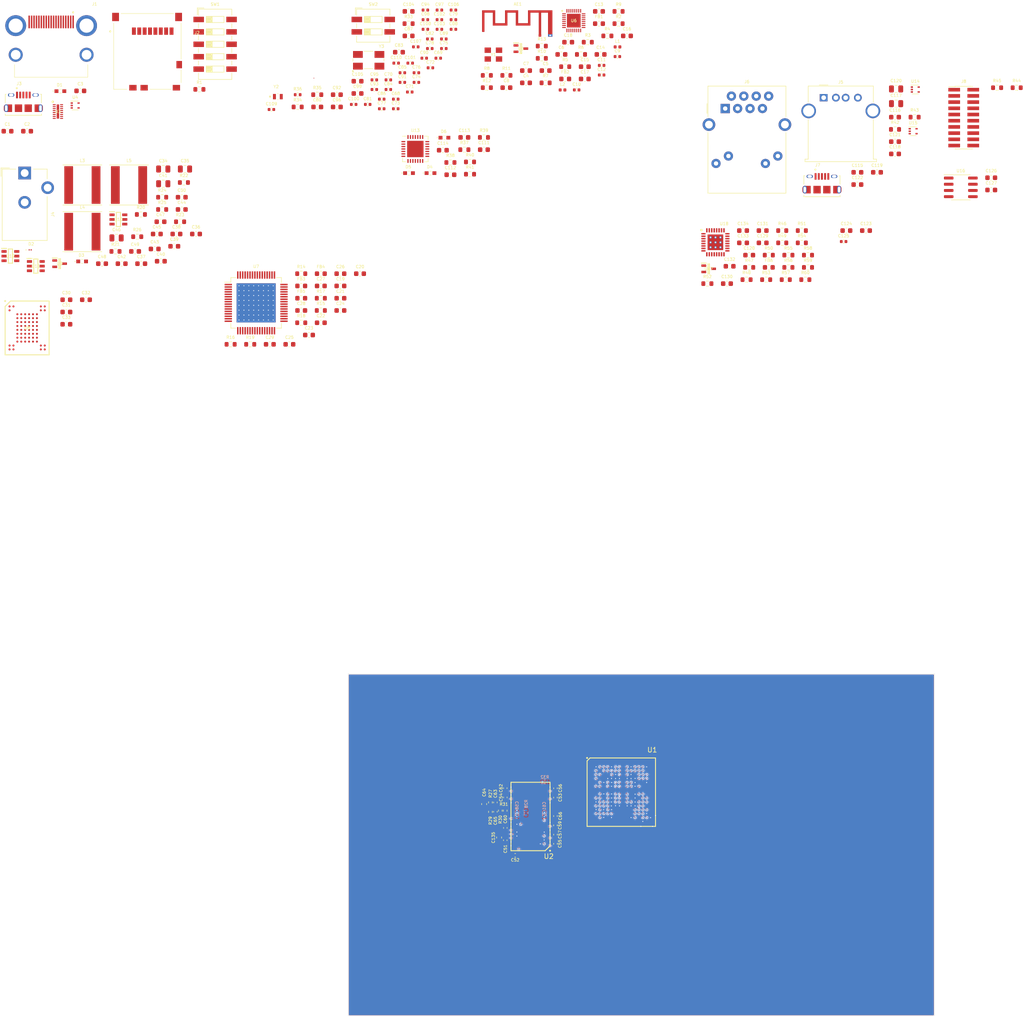
<source format=kicad_pcb>
(kicad_pcb (version 20171130) (host pcbnew "(5.1.9)-1")
  (title_block (title "Smart Mirror") (date 2022-05-11) (rev 1.0) (company "University of Southern Denmark") (comment 1 SRM))
  (layers (0 F.Cu signal) (1 In1.Cu power) (2 In2.Cu power) (31 B.Cu signal) (34 B.Paste user) (35 F.Paste user) (36 B.SilkS user) (37 F.SilkS user) (38 B.Mask user) (39 F.Mask user) (44 Edge.Cuts user))
  (net 0 "")
  (net 1 "Net-(AE1-Pad1)")
  (net 2 GND)
  (net 3 +3V3)
  (net 4 +5V_USB)
  (net 5 /WiFi/RF_O)
  (net 6 "Net-(C10-Pad1)")
  (net 7 "Net-(C13-Pad1)")
  (net 8 "Net-(C14-Pad1)")
  (net 9 "Net-(C19-Pad1)")
  (net 10 "Net-(C22-Pad2)")
  (net 11 "Net-(C26-Pad1)")
  (net 12 +12V)
  (net 13 "Net-(C40-Pad2)")
  (net 14 "Net-(C40-Pad1)")
  (net 15 +1V35)
  (net 16 "Net-(C45-Pad2)")
  (net 17 "Net-(C45-Pad1)")
  (net 18 +5V)
  (net 19 "Net-(C50-Pad2)")
  (net 20 "Net-(C50-Pad1)")
  (net 21 /DDR/DRAM_VREF)
  (net 22 "Net-(C68-Pad2)")
  (net 23 "Net-(C70-Pad1)")
  (net 24 "Net-(C72-Pad1)")
  (net 25 "Net-(C73-Pad2)")
  (net 26 "Net-(C74-Pad1)")
  (net 27 "Net-(C75-Pad1)")
  (net 28 "Net-(C77-Pad1)")
  (net 29 "Net-(C78-Pad1)")
  (net 30 "Net-(C82-Pad1)")
  (net 31 "Net-(C94-Pad1)")
  (net 32 "Net-(C95-Pad1)")
  (net 33 "Net-(C100-Pad1)")
  (net 34 "Net-(C108-Pad1)")
  (net 35 +3V3_USB)
  (net 36 "Net-(D1-Pad1)")
  (net 37 "Net-(D3-Pad1)")
  (net 38 "Net-(D4-Pad2)")
  (net 39 "Net-(D5-Pad2)")
  (net 40 "Net-(D5-Pad1)")
  (net 41 "Net-(D6-Pad2)")
  (net 42 "Net-(D6-Pad1)")
  (net 43 /Video/TX2+)
  (net 44 /Video/TX2-)
  (net 45 /Video/TX1+)
  (net 46 /Video/TX1-)
  (net 47 /Video/TX0+)
  (net 48 /Video/TX0-)
  (net 49 /Video/TXCLK+)
  (net 50 /Video/TXCLK-)
  (net 51 "Net-(J1-Pad13)")
  (net 52 "Net-(J1-Pad14)")
  (net 53 "Net-(J1-Pad15)")
  (net 54 "Net-(J1-Pad16)")
  (net 55 "Net-(J1-Pad19)")
  (net 56 "Net-(J2-Pad1)")
  (net 57 "Net-(J2-Pad2)")
  (net 58 "Net-(J2-Pad4)")
  (net 59 "Net-(J2-Pad6)")
  (net 60 "Net-(J2-Pad7)")
  (net 61 "Net-(J2-Pad8)")
  (net 62 "Net-(J2-PadDS1)")
  (net 63 /UART/DATA-)
  (net 64 /UART/DATA+)
  (net 65 "Net-(J3-Pad4)")
  (net 66 "Net-(J4-Pad3)")
  (net 67 /Processor/SD2_D3)
  (net 68 /Processor/SD2_D2)
  (net 69 /Processor/SD2_D1)
  (net 70 /Processor/SD2_D0)
  (net 71 /Processor/SD2_CMD)
  (net 72 "Net-(R7-Pad2)")
  (net 73 "Net-(R8-Pad2)")
  (net 74 "Net-(R9-Pad2)")
  (net 75 "Net-(R10-Pad2)")
  (net 76 "Net-(R11-Pad2)")
  (net 77 "Net-(R12-Pad2)")
  (net 78 /Processor/SD2_CLK)
  (net 79 "Net-(R13-Pad1)")
  (net 80 "Net-(R14-Pad2)")
  (net 81 "Net-(R15-Pad2)")
  (net 82 "Net-(R16-Pad2)")
  (net 83 "Net-(R17-Pad2)")
  (net 84 "Net-(R18-Pad1)")
  (net 85 "Net-(R19-Pad1)")
  (net 86 "Net-(R20-Pad2)")
  (net 87 "Net-(R23-Pad2)")
  (net 88 "Net-(R25-Pad2)")
  (net 89 /DDR/DDR_CKE)
  (net 90 "Net-(R31-Pad2)")
  (net 91 "Net-(R33-Pad1)")
  (net 92 "Net-(R34-Pad1)")
  (net 93 "Net-(R36-Pad2)")
  (net 94 "Net-(R37-Pad2)")
  (net 95 "Net-(R38-Pad1)")
  (net 96 /Video/DATA03)
  (net 97 /Video/DATA04)
  (net 98 /Video/DATA05)
  (net 99 /Video/DATA06)
  (net 100 /Processor/BM1)
  (net 101 /Processor/BM0)
  (net 102 /Processor/SD1_D2)
  (net 103 /Processor/SD1_D3)
  (net 104 /Processor/SD1_CMD)
  (net 105 /Processor/~SD1_CD)
  (net 106 /Processor/SD1_CLK)
  (net 107 /Processor/SD1_D0)
  (net 108 /Processor/SD1_D1)
  (net 109 /WiFi/RESET)
  (net 110 "Net-(U4-Pad4)")
  (net 111 /Video/DATA00)
  (net 112 /Video/DATA01)
  (net 113 /Video/DATA02)
  (net 114 /Video/CLK)
  (net 115 /Video/DATA08)
  (net 116 /Video/DATA09)
  (net 117 /Video/DATA10)
  (net 118 /Video/DATA11)
  (net 119 /Video/DATA12)
  (net 120 /Video/DATA13)
  (net 121 /Video/DATA14)
  (net 122 /Video/DATA15)
  (net 123 /Video/DATA16)
  (net 124 /Video/DATA17)
  (net 125 /Video/DATA18)
  (net 126 /Video/DATA19)
  (net 127 /Video/DATA20)
  (net 128 /Video/DATA21)
  (net 129 /Video/DATA22)
  (net 130 /Video/DATA23)
  (net 131 /Processor/LCD_RESET)
  (net 132 /Processor/LCD_VSYNC)
  (net 133 /Video/HSYNC)
  (net 134 /Video/ENABLE)
  (net 135 /Processor/~NAND_WP)
  (net 136 /Flash/ALE)
  (net 137 /Flash/~CE)
  (net 138 /Processor/~NAND_WE)
  (net 139 /Processor/~NAND_RDY)
  (net 140 /Processor/~NAND_RE)
  (net 141 /Flash/CLE)
  (net 142 /Flash/D0)
  (net 143 /Flash/D1)
  (net 144 /Flash/D5)
  (net 145 /Flash/D7)
  (net 146 /Flash/D2)
  (net 147 /Flash/D3)
  (net 148 /Flash/D4)
  (net 149 /Flash/D6)
  (net 150 /Power/EN)
  (net 151 "Net-(U10-Pad5)")
  (net 152 /DDR/DDR_D13)
  (net 153 /DDR/DDR_D15)
  (net 154 /DDR/DDR_D12)
  (net 155 /DDR/DDR_D14)
  (net 156 /DDR/DDR_D11)
  (net 157 /DDR/DDR_D9)
  (net 158 /DDR/DDR_D10)
  (net 159 /DDR/DDR_UDM)
  (net 160 /DDR/DDR_D8)
  (net 161 /DDR/DDR_D0)
  (net 162 /DDR/DDR_LDM)
  (net 163 /DDR/DDR_D2)
  (net 164 /DDR/DDR_D1)
  (net 165 /DDR/DDR_D3)
  (net 166 /DDR/DDR_D6)
  (net 167 /DDR/DDR_D4)
  (net 168 /DDR/DDR_D7)
  (net 169 /DDR/DDR_D5)
  (net 170 /DDR/~DDR_RAS)
  (net 171 /DDR/DDR_ODT)
  (net 172 /DDR/~DDR_CAS)
  (net 173 /DDR/~DDR_CS)
  (net 174 /DDR/~DDR_WE)
  (net 175 /DDR/DDR_A10)
  (net 176 /DDR/DDR_BA0)
  (net 177 /DDR/DDR_BA2)
  (net 178 /DDR/DDR_A3)
  (net 179 /DDR/DDR_A0)
  (net 180 /DDR/DDR_A12)
  (net 181 /DDR/DDR_BA1)
  (net 182 /DDR/DDR_A5)
  (net 183 /DDR/DDR_A2)
  (net 184 /DDR/DDR_A1)
  (net 185 /DDR/DDR_A4)
  (net 186 /DDR/DDR_A7)
  (net 187 /DDR/DDR_A9)
  (net 188 /DDR/DDR_A11)
  (net 189 /DDR/DDR_A6)
  (net 190 /DDR/DDR_A13)
  (net 191 /DDR/DDR_A8)
  (net 192 /UART/CTS)
  (net 193 /UART/RX)
  (net 194 /UART/RTS)
  (net 195 /UART/TX)
  (net 196 "Net-(U13-Pad28)")
  (net 197 "Net-(U13-Pad27)")
  (net 198 "Net-(U13-Pad22)")
  (net 199 "Net-(U13-Pad21)")
  (net 200 "Net-(U13-Pad20)")
  (net 201 "Net-(U13-Pad17)")
  (net 202 "Net-(U13-Pad16)")
  (net 203 "Net-(U13-Pad15)")
  (net 204 "Net-(U13-Pad14)")
  (net 205 "Net-(U13-Pad13)")
  (net 206 "Net-(U13-Pad12)")
  (net 207 "Net-(U13-Pad10)")
  (net 208 "Net-(U13-Pad2)")
  (net 209 "Net-(U13-Pad1)")
  (net 210 "Net-(U1-PadA15)")
  (net 211 "Net-(U1-PadA16)")
  (net 212 "Net-(U1-PadB5)")
  (net 213 "Net-(U1-PadB15)")
  (net 214 "Net-(U1-PadB17)")
  (net 215 "Net-(U1-PadD1)")
  (net 216 "Net-(U1-PadD2)")
  (net 217 "Net-(U1-PadD4)")
  (net 218 "Net-(U1-PadD16)")
  (net 219 "Net-(U1-PadD17)")
  (net 220 "Net-(U1-PadE5)")
  (net 221 "Net-(U1-PadE6)")
  (net 222 "Net-(U1-PadF1)")
  (net 223 "Net-(U1-PadF4)")
  (net 224 "Net-(U1-PadF5)")
  (net 225 "Net-(U1-PadF17)")
  (net 226 "Net-(U1-PadG1)")
  (net 227 "Net-(U1-PadG13)")
  (net 228 "Net-(U1-PadG14)")
  (net 229 "Net-(U1-PadG16)")
  (net 230 "Net-(U1-PadG17)")
  (net 231 "Net-(U1-PadH5)")
  (net 232 "Net-(U1-PadH14)")
  (net 233 "Net-(U1-PadH15)")
  (net 234 "Net-(U1-PadH16)")
  (net 235 "Net-(U1-PadH17)")
  (net 236 "Net-(U1-PadJ3)")
  (net 237 "Net-(U1-PadJ11)")
  (net 238 "Net-(U1-PadJ15)")
  (net 239 "Net-(U1-PadJ16)")
  (net 240 "Net-(U1-PadJ17)")
  (net 241 "Net-(U1-PadK5)")
  (net 242 "Net-(U1-PadK11)")
  (net 243 "Net-(U1-PadK13)")
  (net 244 "Net-(U1-PadK17)")
  (net 245 "Net-(U1-PadL16)")
  (net 246 "Net-(U1-PadM15)")
  (net 247 "Net-(U1-PadN8)")
  (net 248 "Net-(U1-PadN9)")
  (net 249 "Net-(U1-PadN10)")
  (net 250 "Net-(U1-PadN11)")
  (net 251 "Net-(U1-PadN17)")
  (net 252 "Net-(U1-PadP8)")
  (net 253 "Net-(U1-PadP9)")
  (net 254 "Net-(U1-PadP10)")
  (net 255 "Net-(U1-PadP11)")
  (net 256 "Net-(U1-PadP16)")
  (net 257 "Net-(U1-PadP17)")
  (net 258 "Net-(U1-PadR6)")
  (net 259 "Net-(U1-PadR8)")
  (net 260 "Net-(U1-PadR9)")
  (net 261 "Net-(U1-PadR10)")
  (net 262 "Net-(U1-PadR13)")
  (net 263 "Net-(U1-PadT9)")
  (net 264 "Net-(U1-PadU9)")
  (net 265 "Net-(U1-PadU16)")
  (net 266 "Net-(U2-PadJ1)")
  (net 267 "Net-(U2-PadJ9)")
  (net 268 "Net-(U2-PadL1)")
  (net 269 "Net-(U2-PadL9)")
  (net 270 "Net-(U2-PadM7)")
  (net 271 "Net-(U2-PadT7)")
  (net 272 "Net-(U3-Pad5)")
  (net 273 "Net-(U6-Pad1)")
  (net 274 "Net-(U6-Pad2)")
  (net 275 "Net-(U6-Pad3)")
  (net 276 "Net-(U6-Pad4)")
  (net 277 "Net-(U6-Pad5)")
  (net 278 "Net-(U6-Pad6)")
  (net 279 "Net-(U6-Pad7)")
  (net 280 "Net-(U6-Pad8)")
  (net 281 "Net-(U6-Pad16)")
  (net 282 "Net-(U6-Pad17)")
  (net 283 "Net-(U6-Pad18)")
  (net 284 "Net-(U6-Pad19)")
  (net 285 "Net-(U6-Pad20)")
  (net 286 "Net-(U6-Pad21)")
  (net 287 "Net-(U6-Pad22)")
  (net 288 "Net-(U6-Pad24)")
  (net 289 "Net-(U7-Pad49)")
  (net 290 "Net-(U7-Pad34)")
  (net 291 "Net-(U7-Pad14)")
  (net 292 "Net-(U7-Pad11)")
  (net 293 "Net-(U7-Pad8)")
  (net 294 "Net-(U7-Pad7)")
  (net 295 "Net-(U7-Pad6)")
  (net 296 "Net-(U8-PadA1)")
  (net 297 "Net-(U8-PadA2)")
  (net 298 "Net-(U8-PadA9)")
  (net 299 "Net-(U8-PadA10)")
  (net 300 "Net-(U8-PadB1)")
  (net 301 "Net-(U8-PadB9)")
  (net 302 "Net-(U8-PadB10)")
  (net 303 "Net-(U8-PadD6)")
  (net 304 "Net-(U8-PadD7)")
  (net 305 "Net-(U8-PadD8)")
  (net 306 "Net-(U8-PadE3)")
  (net 307 "Net-(U8-PadE4)")
  (net 308 "Net-(U8-PadE5)")
  (net 309 "Net-(U8-PadE6)")
  (net 310 "Net-(U8-PadE7)")
  (net 311 "Net-(U8-PadE8)")
  (net 312 "Net-(U8-PadF3)")
  (net 313 "Net-(U8-PadF4)")
  (net 314 "Net-(U8-PadF5)")
  (net 315 "Net-(U8-PadF6)")
  (net 316 "Net-(U8-PadF8)")
  (net 317 "Net-(U8-PadG3)")
  (net 318 "Net-(U8-PadG5)")
  (net 319 "Net-(U8-PadG6)")
  (net 320 "Net-(U8-PadG7)")
  (net 321 "Net-(U8-PadG8)")
  (net 322 "Net-(U8-PadH3)")
  (net 323 "Net-(U8-PadH5)")
  (net 324 "Net-(U8-PadH6)")
  (net 325 "Net-(U8-PadH7)")
  (net 326 "Net-(U8-PadJ3)")
  (net 327 "Net-(U8-PadJ5)")
  (net 328 "Net-(U8-PadL1)")
  (net 329 "Net-(U8-PadL2)")
  (net 330 "Net-(U8-PadL9)")
  (net 331 "Net-(U8-PadL10)")
  (net 332 "Net-(U8-PadM1)")
  (net 333 "Net-(U8-PadM2)")
  (net 334 "Net-(U8-PadM9)")
  (net 335 "Net-(U8-PadM10)")
  (net 336 "Net-(C125-Pad1)")
  (net 337 "Net-(C115-Pad2)")
  (net 338 "Net-(C116-Pad2)")
  (net 339 /USB/USB_VBUS1)
  (net 340 /USB/USB_VBUS2)
  (net 341 "Net-(C131-Pad2)")
  (net 342 "Net-(C133-Pad2)")
  (net 343 /Processor/USB1D_P)
  (net 344 /Processor/USB1D_N)
  (net 345 "Net-(J6-PadL3)")
  (net 346 "Net-(J6-PadL2)")
  (net 347 "Net-(J6-PadR7)")
  (net 348 /Ethernet/ETH_RX_N)
  (net 349 /Ethernet/ETH_RX_P)
  (net 350 /Ethernet/ETH_TX_N)
  (net 351 /Ethernet/ETH_TX_P)
  (net 352 /Processor/USB2D_N)
  (net 353 /Processor/USB2D_P)
  (net 354 /Processor/USB2_ID)
  (net 355 "Net-(J8-Pad19)")
  (net 356 "Net-(J8-Pad17)")
  (net 357 "Net-(J8-Pad15)")
  (net 358 /Processor/JTAG_TDO)
  (net 359 "Net-(J8-Pad11)")
  (net 360 /Processor/JTAG_TCK)
  (net 361 /Processor/JTAG_TMS)
  (net 362 /Processor/JTAG_TDI)
  (net 363 /Processor/~JTAG_TRST)
  (net 364 "Net-(J8-Pad1)")
  (net 365 /Ethernet/LED0)
  (net 366 /Ethernet/LED1)
  (net 367 /Processor/ENET1_MDC)
  (net 368 /Processor/ENET1_MDIO)
  (net 369 "Net-(R48-Pad2)")
  (net 370 /Ethernet/PHYAD0)
  (net 371 /Ethernet/PHYAD1)
  (net 372 /Processor/ENET1_RX1)
  (net 373 /Ethernet/CONFIG0)
  (net 374 /Ethernet/CONFIG1)
  (net 375 /Processor/ENET1_RX_EN)
  (net 376 /Processor/ENET1_RX_ER)
  (net 377 /Processor/ENET1_RX0)
  (net 378 /Ethernet/CAST_OFF)
  (net 379 /Ethernet/NAND_TREE)
  (net 380 /Processor/ENET1_TX1)
  (net 381 /Processor/ENET1_TX0)
  (net 382 /Processor/ENET1_REF_CLK)
  (net 383 /Processor/ENET1_TX_EN)
  (net 384 /Processor/USB2_PWR)
  (net 385 /Processor/USB1_OC)
  (net 386 /Processor/USB2_OC)
  (net 387 /Processor/USB1_PWR)
  (net 388 /Ethernet/~RESET)
  (net 389 "Net-(U18-Pad8)")
  (net 390 "Net-(U18-Pad22)")
  (net 391 "Net-(U18-Pad26)")
  (net 392 "Net-(U18-Pad27)")
  (net 393 /DDR/DDR_CK_N)
  (net 394 /DDR/DDR_CK_P)
  (net 395 /Processor/DRAM_RESET)
  (net 396 /Video/DATA07)
  (net 397 /DDR/DDR_UDQS_N)
  (net 398 /DDR/DDR_UDQS_P)
  (net 399 /DDR/DDR_LDQS_P)
  (net 400 /DDR/DDR_LDQS_N)
  (module Resistor_SMD:R_0402_1005Metric (layer F.Cu) (at 127.1397 97.9932 90)
    (fp_text reference R31 (at 1.3208 -0.2794 180) (layer F.SilkS) (effects (font (size 0.6 0.6) (thickness 0.1))))
    (fp_text value 240R)
    (pad 2 smd roundrect (at 0.51 0 90) (size 0.54 0.64) (layers F.Cu F.Paste F.Mask) (net 90 "Net-(R31-Pad2)"))
    (pad 1 smd roundrect (at -0.51 0 90) (size 0.54 0.64) (layers F.Cu F.Paste F.Mask) (net 2 GND))
  )
  (module Resistor_SMD:R_0402_1005Metric (layer F.Cu) (at 126.1364 97.9932 90)
    (fp_text reference R30 (at -1.8288 0 90) (layer F.SilkS) (effects (font (size 0.6 0.6) (thickness 0.1))))
    (fp_text value 10k)
    (pad 2 smd roundrect (at 0.51 0 90) (size 0.54 0.64) (layers F.Cu F.Paste F.Mask) (net 89 /DDR/DDR_CKE))
    (pad 1 smd roundrect (at -0.51 0 90) (size 0.54 0.64) (layers F.Cu F.Paste F.Mask) (net 2 GND))
  )
  (module Capacitor_SMD:C_0402_1005Metric (layer F.Cu) (at 137.4267 99.0981 270)
    (fp_text reference C66 (at -0.0127 -0.9779 270) (layer F.SilkS) (effects (font (size 0.6 0.6) (thickness 0.1))))
    (fp_text value 100n)
    (pad 2 smd roundrect (at 0.48 0 270) (size 0.56 0.62) (layers F.Cu F.Paste F.Mask) (net 21 /DDR/DRAM_VREF))
    (pad 1 smd roundrect (at -0.48 0 270) (size 0.56 0.62) (layers F.Cu F.Paste F.Mask) (net 2 GND))
  )
  (module Personal_ICs:MT41K128M16JT-125 (layer F.Cu) (at 132.3213 99.187 180)
    (fp_text reference U2 (at -3.7338 -8.1661) (layer F.SilkS))
    (fp_text value MT41K128M16JT-125_K hide)
    (pad A1 smd circle (at -3.2 -6 270) (size 0.41 0.41) (layers F.Cu F.Paste F.Mask) (net 15 +1V35))
    (pad A2 smd circle (at -2.4 -6 270) (size 0.41 0.41) (layers F.Cu F.Paste F.Mask) (net 152 /DDR/DDR_D13))
    (pad A3 smd circle (at -1.6 -6 270) (size 0.41 0.41) (layers F.Cu F.Paste F.Mask) (net 153 /DDR/DDR_D15))
    (pad A7 smd circle (at 1.6 -6 270) (size 0.41 0.41) (layers F.Cu F.Paste F.Mask) (net 154 /DDR/DDR_D12))
    (pad A8 smd circle (at 2.4 -6 270) (size 0.41 0.41) (layers F.Cu F.Paste F.Mask) (net 15 +1V35))
    (pad A9 smd circle (at 3.2 -6 270) (size 0.41 0.41) (layers F.Cu F.Paste F.Mask) (net 2 GND))
    (pad B1 smd circle (at -3.2 -5.2 270) (size 0.41 0.41) (layers F.Cu F.Paste F.Mask) (net 2 GND))
    (pad B2 smd circle (at -2.4 -5.2 270) (size 0.41 0.41) (layers F.Cu F.Paste F.Mask) (net 15 +1V35))
    (pad B3 smd circle (at -1.6 -5.2 270) (size 0.41 0.41) (layers F.Cu F.Paste F.Mask) (net 2 GND))
    (pad B7 smd circle (at 1.6 -5.2 270) (size 0.41 0.41) (layers F.Cu F.Paste F.Mask) (net 397 /DDR/DDR_UDQS_N))
    (pad B8 smd circle (at 2.4 -5.2 270) (size 0.41 0.41) (layers F.Cu F.Paste F.Mask) (net 155 /DDR/DDR_D14))
    (pad B9 smd circle (at 3.2 -5.2 270) (size 0.41 0.41) (layers F.Cu F.Paste F.Mask) (net 2 GND))
    (pad C1 smd circle (at -3.2 -4.4 270) (size 0.41 0.41) (layers F.Cu F.Paste F.Mask) (net 15 +1V35))
    (pad C2 smd circle (at -2.4 -4.4 270) (size 0.41 0.41) (layers F.Cu F.Paste F.Mask) (net 156 /DDR/DDR_D11))
    (pad C3 smd circle (at -1.6 -4.4 270) (size 0.41 0.41) (layers F.Cu F.Paste F.Mask) (net 157 /DDR/DDR_D9))
    (pad C7 smd circle (at 1.6 -4.4 270) (size 0.41 0.41) (layers F.Cu F.Paste F.Mask) (net 398 /DDR/DDR_UDQS_P))
    (pad C8 smd circle (at 2.4 -4.4 270) (size 0.41 0.41) (layers F.Cu F.Paste F.Mask) (net 158 /DDR/DDR_D10))
    (pad C9 smd circle (at 3.2 -4.4 270) (size 0.41 0.41) (layers F.Cu F.Paste F.Mask) (net 15 +1V35))
    (pad D1 smd circle (at -3.2 -3.6 270) (size 0.41 0.41) (layers F.Cu F.Paste F.Mask) (net 2 GND))
    (pad D2 smd circle (at -2.4 -3.6 270) (size 0.41 0.41) (layers F.Cu F.Paste F.Mask) (net 15 +1V35))
    (pad D3 smd circle (at -1.6 -3.6 270) (size 0.41 0.41) (layers F.Cu F.Paste F.Mask) (net 159 /DDR/DDR_UDM))
    (pad D7 smd circle (at 1.6 -3.6 270) (size 0.41 0.41) (layers F.Cu F.Paste F.Mask) (net 160 /DDR/DDR_D8))
    (pad D8 smd circle (at 2.4 -3.6 270) (size 0.41 0.41) (layers F.Cu F.Paste F.Mask) (net 2 GND))
    (pad D9 smd circle (at 3.2 -3.6 270) (size 0.41 0.41) (layers F.Cu F.Paste F.Mask) (net 15 +1V35))
    (pad E1 smd circle (at -3.2 -2.8 270) (size 0.41 0.41) (layers F.Cu F.Paste F.Mask) (net 2 GND))
    (pad E2 smd circle (at -2.4 -2.8 270) (size 0.41 0.41) (layers F.Cu F.Paste F.Mask) (net 2 GND))
    (pad E3 smd circle (at -1.6 -2.8 270) (size 0.41 0.41) (layers F.Cu F.Paste F.Mask) (net 161 /DDR/DDR_D0))
    (pad E7 smd circle (at 1.6 -2.8 270) (size 0.41 0.41) (layers F.Cu F.Paste F.Mask) (net 162 /DDR/DDR_LDM))
    (pad E8 smd circle (at 2.4 -2.8 270) (size 0.41 0.41) (layers F.Cu F.Paste F.Mask) (net 2 GND))
    (pad E9 smd circle (at 3.2 -2.8 270) (size 0.41 0.41) (layers F.Cu F.Paste F.Mask) (net 15 +1V35))
    (pad F1 smd circle (at -3.2 -2 270) (size 0.41 0.41) (layers F.Cu F.Paste F.Mask) (net 15 +1V35))
    (pad F2 smd circle (at -2.4 -2 270) (size 0.41 0.41) (layers F.Cu F.Paste F.Mask) (net 163 /DDR/DDR_D2))
    (pad F3 smd circle (at -1.6 -2 270) (size 0.41 0.41) (layers F.Cu F.Paste F.Mask) (net 399 /DDR/DDR_LDQS_P))
    (pad F7 smd circle (at 1.6 -2 270) (size 0.41 0.41) (layers F.Cu F.Paste F.Mask) (net 164 /DDR/DDR_D1))
    (pad F8 smd circle (at 2.4 -2 270) (size 0.41 0.41) (layers F.Cu F.Paste F.Mask) (net 165 /DDR/DDR_D3))
    (pad F9 smd circle (at 3.2 -2 270) (size 0.41 0.41) (layers F.Cu F.Paste F.Mask) (net 2 GND))
    (pad G1 smd circle (at -3.2 -1.2 270) (size 0.41 0.41) (layers F.Cu F.Paste F.Mask) (net 2 GND))
    (pad G2 smd circle (at -2.4 -1.2 270) (size 0.41 0.41) (layers F.Cu F.Paste F.Mask) (net 166 /DDR/DDR_D6))
    (pad G3 smd circle (at -1.6 -1.2 270) (size 0.41 0.41) (layers F.Cu F.Paste F.Mask) (net 400 /DDR/DDR_LDQS_N))
    (pad G7 smd circle (at 1.6 -1.2 270) (size 0.41 0.41) (layers F.Cu F.Paste F.Mask) (net 15 +1V35))
    (pad G8 smd circle (at 2.4 -1.2 270) (size 0.41 0.41) (layers F.Cu F.Paste F.Mask) (net 2 GND))
    (pad G9 smd circle (at 3.2 -1.2 270) (size 0.41 0.41) (layers F.Cu F.Paste F.Mask) (net 2 GND))
    (pad H1 smd circle (at -3.2 -0.4 270) (size 0.41 0.41) (layers F.Cu F.Paste F.Mask) (net 21 /DDR/DRAM_VREF))
    (pad H2 smd circle (at -2.4 -0.4 270) (size 0.41 0.41) (layers F.Cu F.Paste F.Mask) (net 15 +1V35))
    (pad H3 smd circle (at -1.6 -0.4 270) (size 0.41 0.41) (layers F.Cu F.Paste F.Mask) (net 167 /DDR/DDR_D4))
    (pad H7 smd circle (at 1.6 -0.4 270) (size 0.41 0.41) (layers F.Cu F.Paste F.Mask) (net 168 /DDR/DDR_D7))
    (pad H8 smd circle (at 2.4 -0.4 270) (size 0.41 0.41) (layers F.Cu F.Paste F.Mask) (net 169 /DDR/DDR_D5))
    (pad H9 smd circle (at 3.2 -0.4 270) (size 0.41 0.41) (layers F.Cu F.Paste F.Mask) (net 15 +1V35))
    (pad J1 smd circle (at -3.2 0.4 270) (size 0.41 0.41) (layers F.Cu F.Paste F.Mask) (net 266 "Net-(U2-PadJ1)"))
    (pad J2 smd circle (at -2.4 0.4 270) (size 0.41 0.41) (layers F.Cu F.Paste F.Mask) (net 2 GND))
    (pad J3 smd circle (at -1.6 0.4 270) (size 0.41 0.41) (layers F.Cu F.Paste F.Mask) (net 170 /DDR/~DDR_RAS))
    (pad J7 smd circle (at 1.6 0.4 270) (size 0.41 0.41) (layers F.Cu F.Paste F.Mask) (net 394 /DDR/DDR_CK_P))
    (pad J8 smd circle (at 2.4 0.4 270) (size 0.41 0.41) (layers F.Cu F.Paste F.Mask) (net 2 GND))
    (pad J9 smd circle (at 3.2 0.4 270) (size 0.41 0.41) (layers F.Cu F.Paste F.Mask) (net 267 "Net-(U2-PadJ9)"))
    (pad K1 smd circle (at -3.2 1.2 270) (size 0.41 0.41) (layers F.Cu F.Paste F.Mask) (net 171 /DDR/DDR_ODT))
    (pad K2 smd circle (at -2.4 1.2 270) (size 0.41 0.41) (layers F.Cu F.Paste F.Mask) (net 15 +1V35))
    (pad K3 smd circle (at -1.6 1.2 270) (size 0.41 0.41) (layers F.Cu F.Paste F.Mask) (net 172 /DDR/~DDR_CAS))
    (pad K7 smd circle (at 1.6 1.2 270) (size 0.41 0.41) (layers F.Cu F.Paste F.Mask) (net 393 /DDR/DDR_CK_N))
    (pad K8 smd circle (at 2.4 1.2 270) (size 0.41 0.41) (layers F.Cu F.Paste F.Mask) (net 15 +1V35))
    (pad K9 smd circle (at 3.2 1.2 270) (size 0.41 0.41) (layers F.Cu F.Paste F.Mask) (net 89 /DDR/DDR_CKE))
    (pad L1 smd circle (at -3.2 2 270) (size 0.41 0.41) (layers F.Cu F.Paste F.Mask) (net 268 "Net-(U2-PadL1)"))
    (pad L2 smd circle (at -2.4 2 270) (size 0.41 0.41) (layers F.Cu F.Paste F.Mask) (net 173 /DDR/~DDR_CS))
    (pad L3 smd circle (at -1.6 2 270) (size 0.41 0.41) (layers F.Cu F.Paste F.Mask) (net 174 /DDR/~DDR_WE))
    (pad L7 smd circle (at 1.6 2 270) (size 0.41 0.41) (layers F.Cu F.Paste F.Mask) (net 175 /DDR/DDR_A10))
    (pad L8 smd circle (at 2.4 2 270) (size 0.41 0.41) (layers F.Cu F.Paste F.Mask) (net 90 "Net-(R31-Pad2)"))
    (pad L9 smd circle (at 3.2 2 270) (size 0.41 0.41) (layers F.Cu F.Paste F.Mask) (net 269 "Net-(U2-PadL9)"))
    (pad M1 smd circle (at -3.2 2.8 270) (size 0.41 0.41) (layers F.Cu F.Paste F.Mask) (net 2 GND))
    (pad M2 smd circle (at -2.4 2.8 270) (size 0.41 0.41) (layers F.Cu F.Paste F.Mask) (net 176 /DDR/DDR_BA0))
    (pad M3 smd circle (at -1.6 2.8 270) (size 0.41 0.41) (layers F.Cu F.Paste F.Mask) (net 177 /DDR/DDR_BA2))
    (pad M7 smd circle (at 1.6 2.8 270) (size 0.41 0.41) (layers F.Cu F.Paste F.Mask) (net 270 "Net-(U2-PadM7)"))
    (pad M8 smd circle (at 2.4 2.8 270) (size 0.41 0.41) (layers F.Cu F.Paste F.Mask) (net 21 /DDR/DRAM_VREF))
    (pad M9 smd circle (at 3.2 2.8 270) (size 0.41 0.41) (layers F.Cu F.Paste F.Mask) (net 2 GND))
    (pad N1 smd circle (at -3.2 3.6 270) (size 0.41 0.41) (layers F.Cu F.Paste F.Mask) (net 15 +1V35))
    (pad N2 smd circle (at -2.4 3.6 270) (size 0.41 0.41) (layers F.Cu F.Paste F.Mask) (net 178 /DDR/DDR_A3))
    (pad N3 smd circle (at -1.6 3.6 270) (size 0.41 0.41) (layers F.Cu F.Paste F.Mask) (net 179 /DDR/DDR_A0))
    (pad N7 smd circle (at 1.6 3.6 270) (size 0.41 0.41) (layers F.Cu F.Paste F.Mask) (net 180 /DDR/DDR_A12))
    (pad N8 smd circle (at 2.4 3.6 270) (size 0.41 0.41) (layers F.Cu F.Paste F.Mask) (net 181 /DDR/DDR_BA1))
    (pad N9 smd circle (at 3.2 3.6 270) (size 0.41 0.41) (layers F.Cu F.Paste F.Mask) (net 15 +1V35))
    (pad P1 smd circle (at -3.2 4.4 270) (size 0.41 0.41) (layers F.Cu F.Paste F.Mask) (net 2 GND))
    (pad P2 smd circle (at -2.4 4.4 270) (size 0.41 0.41) (layers F.Cu F.Paste F.Mask) (net 182 /DDR/DDR_A5))
    (pad P3 smd circle (at -1.6 4.4 270) (size 0.41 0.41) (layers F.Cu F.Paste F.Mask) (net 183 /DDR/DDR_A2))
    (pad P7 smd circle (at 1.6 4.4 270) (size 0.41 0.41) (layers F.Cu F.Paste F.Mask) (net 184 /DDR/DDR_A1))
    (pad P8 smd circle (at 2.4 4.4 270) (size 0.41 0.41) (layers F.Cu F.Paste F.Mask) (net 185 /DDR/DDR_A4))
    (pad P9 smd circle (at 3.2 4.4 270) (size 0.41 0.41) (layers F.Cu F.Paste F.Mask) (net 2 GND))
    (pad R1 smd circle (at -3.2 5.2 270) (size 0.41 0.41) (layers F.Cu F.Paste F.Mask) (net 15 +1V35))
    (pad R2 smd circle (at -2.4 5.2 270) (size 0.41 0.41) (layers F.Cu F.Paste F.Mask) (net 186 /DDR/DDR_A7))
    (pad R3 smd circle (at -1.6 5.2 270) (size 0.41 0.41) (layers F.Cu F.Paste F.Mask) (net 187 /DDR/DDR_A9))
    (pad R7 smd circle (at 1.6 5.2 270) (size 0.41 0.41) (layers F.Cu F.Paste F.Mask) (net 188 /DDR/DDR_A11))
    (pad R8 smd circle (at 2.4 5.2 270) (size 0.41 0.41) (layers F.Cu F.Paste F.Mask) (net 189 /DDR/DDR_A6))
    (pad R9 smd circle (at 3.2 5.2 270) (size 0.41 0.41) (layers F.Cu F.Paste F.Mask) (net 15 +1V35))
    (pad T1 smd circle (at -3.2 6 270) (size 0.41 0.41) (layers F.Cu F.Paste F.Mask) (net 2 GND))
    (pad T2 smd circle (at -2.4 6 270) (size 0.41 0.41) (layers F.Cu F.Paste F.Mask) (net 395 /Processor/DRAM_RESET))
    (pad T3 smd circle (at -1.6 6 270) (size 0.41 0.41) (layers F.Cu F.Paste F.Mask) (net 190 /DDR/DDR_A13))
    (pad T7 smd circle (at 1.6 6 270) (size 0.41 0.41) (layers F.Cu F.Paste F.Mask) (net 271 "Net-(U2-PadT7)"))
    (pad T8 smd circle (at 2.4 6 270) (size 0.41 0.41) (layers F.Cu F.Paste F.Mask) (net 191 /DDR/DDR_A8))
    (pad T9 smd circle (at 3.2 6 270) (size 0.41 0.41) (layers F.Cu F.Paste F.Mask) (net 2 GND))
  )
  (module Resistor_SMD:R_0402_1005Metric (layer B.Cu) (at 135.2423 92.1004 180)
    (fp_text reference R32 (at 0 0.9652) (layer B.SilkS) (effects (font (size 0.6 0.6) (thickness 0.1)) (justify mirror)))
    (fp_text value 10k)
    (pad 2 smd roundrect (at 0.51 0 180) (size 0.54 0.64) (layers B.Cu B.Paste B.Mask) (net 395 /Processor/DRAM_RESET))
    (pad 1 smd roundrect (at -0.51 0 180) (size 0.54 0.64) (layers B.Cu B.Paste B.Mask) (net 2 GND))
  )
  (module Resistor_SMD:R_0402_1005Metric (layer B.Cu) (at 131.4069 98.4377 90)
    (fp_text reference R28 (at 1.8288 0.0254 270) (layer B.SilkS) (effects (font (size 0.6 0.6) (thickness 0.1)) (justify mirror)))
    (fp_text value 470R)
    (pad 2 smd roundrect (at 0.51 0 90) (size 0.54 0.64) (layers B.Cu B.Paste B.Mask) (net 393 /DDR/DDR_CK_N))
    (pad 1 smd roundrect (at -0.51 0 90) (size 0.54 0.64) (layers B.Cu B.Paste B.Mask) (net 394 /DDR/DDR_CK_P))
  )
  (module Resistor_SMD:R_0402_1005Metric (layer F.Cu) (at 84.67 -48.52)
    (fp_text reference R36 (at 0 -1.17) (layer F.SilkS) (effects (font (size 0.6 0.6) (thickness 0.1))))
    (fp_text value 240R)
    (pad 2 smd roundrect (at 0.51 0) (size 0.54 0.64) (layers F.Cu F.Paste F.Mask) (net 93 "Net-(R36-Pad2)"))
    (pad 1 smd roundrect (at -0.51 0) (size 0.54 0.64) (layers F.Cu F.Paste F.Mask) (net 2 GND))
  )
  (module Resistor_SMD:R_0402_1005Metric (layer F.Cu) (at 124.1171 98.2345 270)
    (fp_text reference R29 (at 1.8161 0 90) (layer F.SilkS) (effects (font (size 0.6 0.6) (thickness 0.1))))
    (fp_text value 1.54k)
    (pad 2 smd roundrect (at 0.51 0 270) (size 0.54 0.64) (layers F.Cu F.Paste F.Mask) (net 2 GND))
    (pad 1 smd roundrect (at -0.51 0 270) (size 0.54 0.64) (layers F.Cu F.Paste F.Mask) (net 21 /DDR/DRAM_VREF))
  )
  (module Resistor_SMD:R_0402_1005Metric (layer F.Cu) (at 124.1171 96.3041 270)
    (fp_text reference R27 (at -1.7907 -0.0127 90) (layer F.SilkS) (effects (font (size 0.6 0.6) (thickness 0.1))))
    (fp_text value 1.54k)
    (pad 2 smd roundrect (at 0.51 0 270) (size 0.54 0.64) (layers F.Cu F.Paste F.Mask) (net 21 /DDR/DRAM_VREF))
    (pad 1 smd roundrect (at -0.51 0 270) (size 0.54 0.64) (layers F.Cu F.Paste F.Mask) (net 15 +1V35))
  )
  (module Capacitor_SMD:C_0603_1608Metric (layer F.Cu) (at 125.8951 103.4923 270)
    (fp_text reference C135 (at 0.0127 1.1938 90) (layer F.SilkS) (effects (font (size 0.6 0.6) (thickness 0.1))))
    (fp_text value 22u)
    (pad 2 smd roundrect (at 0.775 0 270) (size 0.9 0.95) (layers F.Cu F.Paste F.Mask) (net 2 GND))
    (pad 1 smd roundrect (at -0.775 0 270) (size 0.9 0.95) (layers F.Cu F.Paste F.Mask) (net 15 +1V35))
  )
  (module Capacitor_SMD:C_0402_1005Metric (layer F.Cu) (at 125.1331 98.2192 270)
    (fp_text reference C65 (at 1.8441 0 90) (layer F.SilkS) (effects (font (size 0.6 0.6) (thickness 0.1))))
    (fp_text value 100n)
    (pad 2 smd roundrect (at 0.48 0 270) (size 0.56 0.62) (layers F.Cu F.Paste F.Mask) (net 2 GND))
    (pad 1 smd roundrect (at -0.48 0 270) (size 0.56 0.62) (layers F.Cu F.Paste F.Mask) (net 21 /DDR/DRAM_VREF))
  )
  (module Capacitor_SMD:C_0402_1005Metric (layer F.Cu) (at 125.1331 96.3168 270)
    (fp_text reference C63 (at -1.7907 0 90) (layer F.SilkS) (effects (font (size 0.6 0.6) (thickness 0.1))))
    (fp_text value 100n)
    (pad 2 smd roundrect (at 0.48 0 270) (size 0.56 0.62) (layers F.Cu F.Paste F.Mask) (net 21 /DDR/DRAM_VREF))
    (pad 1 smd roundrect (at -0.48 0 270) (size 0.56 0.62) (layers F.Cu F.Paste F.Mask) (net 15 +1V35))
  )
  (module Capacitor_SMD:C_0402_1005Metric (layer F.Cu) (at 127.1524 93.3958 90)
    (fp_text reference C62 (at 0 -0.8763 90) (layer F.SilkS) (effects (font (size 0.6 0.6) (thickness 0.1))))
    (fp_text value 220n)
    (pad 2 smd roundrect (at 0.48 0 90) (size 0.56 0.62) (layers F.Cu F.Paste F.Mask) (net 2 GND))
    (pad 1 smd roundrect (at -0.48 0 90) (size 0.56 0.62) (layers F.Cu F.Paste F.Mask) (net 15 +1V35))
  )
  (module Capacitor_SMD:C_0402_1005Metric (layer B.Cu) (at 135.1407 98.7933 270)
    (fp_text reference C61 (at -1.7653 0.0254 90) (layer B.SilkS) (effects (font (size 0.6 0.6) (thickness 0.1)) (justify mirror)))
    (fp_text value 220n)
    (pad 2 smd roundrect (at 0.48 0 270) (size 0.56 0.62) (layers B.Cu B.Paste B.Mask) (net 2 GND))
    (pad 1 smd roundrect (at -0.48 0 270) (size 0.56 0.62) (layers B.Cu B.Paste B.Mask) (net 15 +1V35))
  )
  (module Capacitor_SMD:C_0402_1005Metric (layer F.Cu) (at 127.1651 101.5238 90)
    (fp_text reference C60 (at 1.778 0 270) (layer F.SilkS) (effects (font (size 0.6 0.6) (thickness 0.1))))
    (fp_text value 220n)
    (pad 2 smd roundrect (at 0.48 0 90) (size 0.56 0.62) (layers F.Cu F.Paste F.Mask) (net 2 GND))
    (pad 1 smd roundrect (at -0.48 0 90) (size 0.56 0.62) (layers F.Cu F.Paste F.Mask) (net 15 +1V35))
  )
  (module Capacitor_SMD:C_0402_1005Metric (layer F.Cu) (at 137.4267 101.0005 90)
    (fp_text reference C59 (at -0.0026 0.9144 90) (layer F.SilkS) (effects (font (size 0.6 0.6) (thickness 0.1))))
    (fp_text value 220n)
    (pad 2 smd roundrect (at 0.48 0 90) (size 0.56 0.62) (layers F.Cu F.Paste F.Mask) (net 2 GND))
    (pad 1 smd roundrect (at -0.48 0 90) (size 0.56 0.62) (layers F.Cu F.Paste F.Mask) (net 15 +1V35))
  )
  (module Capacitor_SMD:C_0402_1005Metric (layer B.Cu) (at 129.5527 98.7679 270)
    (fp_text reference C58 (at -1.8415 0 270) (layer B.SilkS) (effects (font (size 0.6 0.6) (thickness 0.1)) (justify mirror)))
    (fp_text value 220n)
    (pad 2 smd roundrect (at 0.48 0 270) (size 0.56 0.62) (layers B.Cu B.Paste B.Mask) (net 2 GND))
    (pad 1 smd roundrect (at -0.48 0 270) (size 0.56 0.62) (layers B.Cu B.Paste B.Mask) (net 15 +1V35))
  )
  (module Capacitor_SMD:C_0402_1005Metric (layer F.Cu) (at 137.4267 102.8954 90)
    (fp_text reference C57 (at 0.0127 0.9271 90) (layer F.SilkS) (effects (font (size 0.6 0.6) (thickness 0.1))))
    (fp_text value 220n)
    (pad 2 smd roundrect (at 0.48 0 90) (size 0.56 0.62) (layers F.Cu F.Paste F.Mask) (net 2 GND))
    (pad 1 smd roundrect (at -0.48 0 90) (size 0.56 0.62) (layers F.Cu F.Paste F.Mask) (net 15 +1V35))
  )
  (module Capacitor_SMD:C_0402_1005Metric (layer F.Cu) (at 137.4267 93.4212 90)
    (fp_text reference C56 (at 0.0254 0.9779 270) (layer F.SilkS) (effects (font (size 0.6 0.6) (thickness 0.1))))
    (fp_text value 220n)
    (pad 2 smd roundrect (at 0.48 0 90) (size 0.56 0.62) (layers F.Cu F.Paste F.Mask) (net 2 GND))
    (pad 1 smd roundrect (at -0.48 0 90) (size 0.56 0.62) (layers F.Cu F.Paste F.Mask) (net 15 +1V35))
  )
  (module Capacitor_SMD:C_0402_1005Metric (layer F.Cu) (at 137.4267 104.7776 90)
    (fp_text reference C55 (at 0.0153 0.9017 90) (layer F.SilkS) (effects (font (size 0.6 0.6) (thickness 0.1))))
    (fp_text value 220n)
    (pad 2 smd roundrect (at 0.48 0 90) (size 0.56 0.62) (layers F.Cu F.Paste F.Mask) (net 2 GND))
    (pad 1 smd roundrect (at -0.48 0 90) (size 0.56 0.62) (layers F.Cu F.Paste F.Mask) (net 15 +1V35))
  )
  (module Capacitor_SMD:C_0402_1005Metric (layer F.Cu) (at 127.1651 95.2881 90)
    (fp_text reference C54 (at 0.0127 -0.889 270) (layer F.SilkS) (effects (font (size 0.6 0.6) (thickness 0.1))))
    (fp_text value 220n)
    (pad 2 smd roundrect (at 0.48 0 90) (size 0.56 0.62) (layers F.Cu F.Paste F.Mask) (net 2 GND))
    (pad 1 smd roundrect (at -0.48 0 90) (size 0.56 0.62) (layers F.Cu F.Paste F.Mask) (net 15 +1V35))
  )
  (module Capacitor_SMD:C_0402_1005Metric (layer F.Cu) (at 137.4267 95.3135 90)
    (fp_text reference C53 (at 0 0.9652 90) (layer F.SilkS) (effects (font (size 0.6 0.6) (thickness 0.1))))
    (fp_text value 220n)
    (pad 2 smd roundrect (at 0.48 0 90) (size 0.56 0.62) (layers F.Cu F.Paste F.Mask) (net 2 GND))
    (pad 1 smd roundrect (at -0.48 0 90) (size 0.56 0.62) (layers F.Cu F.Paste F.Mask) (net 15 +1V35))
  )
  (module Capacitor_SMD:C_0402_1005Metric (layer F.Cu) (at 129.1844 107.1372 180)
    (fp_text reference C52 (at 0 -0.9525) (layer F.SilkS) (effects (font (size 0.6 0.6) (thickness 0.1))))
    (fp_text value 220n)
    (pad 2 smd roundrect (at 0.48 0 180) (size 0.56 0.62) (layers F.Cu F.Paste F.Mask) (net 2 GND))
    (pad 1 smd roundrect (at -0.48 0 180) (size 0.56 0.62) (layers F.Cu F.Paste F.Mask) (net 15 +1V35))
  )
  (module Capacitor_SMD:C_0402_1005Metric (layer F.Cu) (at 127.1524 104.0511 270)
    (fp_text reference C51 (at 1.7653 -0.0254 270) (layer F.SilkS) (effects (font (size 0.6 0.6) (thickness 0.1))))
    (fp_text value 220n)
    (pad 2 smd roundrect (at 0.48 0 270) (size 0.56 0.62) (layers F.Cu F.Paste F.Mask) (net 2 GND))
    (pad 1 smd roundrect (at -0.48 0 270) (size 0.56 0.62) (layers F.Cu F.Paste F.Mask) (net 15 +1V35))
  )
  (module Personal_ICs:KSZ8081RNB (layer F.Cu) (at 170.1572 -18.314)
    (fp_text reference U18 (at 1.778 -3.81) (layer F.SilkS) (effects (font (size 0.6 0.6) (thickness 0.1))))
    (fp_text value KSZ8081RNB hide)
    (pad 33 thru_hole circle (at 1.032 1.032 90) (size 0.5 0.5) (drill 0.3) (layers *.Cu *.Mask) (net 2 GND))
    (pad 33 thru_hole circle (at 0.016 1.032 90) (size 0.5 0.5) (drill 0.3) (layers *.Cu *.Mask) (net 2 GND))
    (pad 33 thru_hole circle (at -1 1.032 90) (size 0.5 0.5) (drill 0.3) (layers *.Cu *.Mask) (net 2 GND))
    (pad 33 thru_hole circle (at -1 0.016 90) (size 0.5 0.5) (drill 0.3) (layers *.Cu *.Mask) (net 2 GND))
    (pad 33 thru_hole circle (at 0.016 0.016 90) (size 0.5 0.5) (drill 0.3) (layers *.Cu *.Mask) (net 2 GND))
    (pad 33 thru_hole circle (at 1.032 0.016 90) (size 0.5 0.5) (drill 0.3) (layers *.Cu *.Mask) (net 2 GND))
    (pad 33 thru_hole circle (at 1.032 -1 90) (size 0.5 0.5) (drill 0.3) (layers *.Cu *.Mask) (net 2 GND))
    (pad 33 thru_hole circle (at 0.016 -1 90) (size 0.5 0.5) (drill 0.3) (layers *.Cu *.Mask) (net 2 GND))
    (pad 33 thru_hole circle (at -1 -1 90) (size 0.5 0.5) (drill 0.3) (layers *.Cu *.Mask) (net 2 GND))
    (pad 1 smd rect (at -2.45 -1.75 90) (size 0.3 0.85) (layers F.Cu F.Paste F.Mask) (net 2 GND))
    (pad 2 smd rect (at -2.45 -1.25 90) (size 0.3 0.85) (layers F.Cu F.Paste F.Mask) (net 342 "Net-(C133-Pad2)"))
    (pad 3 smd rect (at -2.45 -0.75 90) (size 0.3 0.85) (layers F.Cu F.Paste F.Mask) (net 341 "Net-(C131-Pad2)"))
    (pad 4 smd rect (at -2.45 -0.25 90) (size 0.3 0.85) (layers F.Cu F.Paste F.Mask) (net 348 /Ethernet/ETH_RX_N))
    (pad 5 smd rect (at -2.45 0.25 90) (size 0.3 0.85) (layers F.Cu F.Paste F.Mask) (net 349 /Ethernet/ETH_RX_P))
    (pad 6 smd rect (at -2.45 0.75 90) (size 0.3 0.85) (layers F.Cu F.Paste F.Mask) (net 350 /Ethernet/ETH_TX_N))
    (pad 7 smd rect (at -2.45 1.25 90) (size 0.3 0.85) (layers F.Cu F.Paste F.Mask) (net 351 /Ethernet/ETH_TX_P))
    (pad 8 smd rect (at -2.45 1.75 90) (size 0.3 0.85) (layers F.Cu F.Paste F.Mask) (net 389 "Net-(U18-Pad8)"))
    (pad 9 smd rect (at -1.75 2.45) (size 0.3 0.85) (layers F.Cu F.Paste F.Mask) (net 382 /Processor/ENET1_REF_CLK))
    (pad 10 smd rect (at -1.25 2.45) (size 0.3 0.85) (layers F.Cu F.Paste F.Mask) (net 369 "Net-(R48-Pad2)"))
    (pad 11 smd rect (at -0.75 2.45) (size 0.3 0.85) (layers F.Cu F.Paste F.Mask) (net 368 /Processor/ENET1_MDIO))
    (pad 12 smd rect (at -0.25 2.45) (size 0.3 0.85) (layers F.Cu F.Paste F.Mask) (net 367 /Processor/ENET1_MDC))
    (pad 13 smd rect (at 0.25 2.45) (size 0.3 0.85) (layers F.Cu F.Paste F.Mask) (net 370 /Ethernet/PHYAD0))
    (pad 14 smd rect (at 0.75 2.45) (size 0.3 0.85) (layers F.Cu F.Paste F.Mask) (net 371 /Ethernet/PHYAD1))
    (pad 15 smd rect (at 1.25 2.45) (size 0.3 0.85) (layers F.Cu F.Paste F.Mask) (net 372 /Processor/ENET1_RX1))
    (pad 16 smd rect (at 1.75 2.45) (size 0.3 0.85) (layers F.Cu F.Paste F.Mask) (net 377 /Processor/ENET1_RX0))
    (pad 17 smd rect (at 2.45 1.75 90) (size 0.3 0.85) (layers F.Cu F.Paste F.Mask) (net 3 +3V3))
    (pad 18 smd rect (at 2.45 1.25 90) (size 0.3 0.85) (layers F.Cu F.Paste F.Mask) (net 375 /Processor/ENET1_RX_EN))
    (pad 19 smd rect (at 2.45 0.75 90) (size 0.3 0.85) (layers F.Cu F.Paste F.Mask) (net 378 /Ethernet/CAST_OFF))
    (pad 20 smd rect (at 2.45 0.25 90) (size 0.3 0.85) (layers F.Cu F.Paste F.Mask) (net 376 /Processor/ENET1_RX_ER))
    (pad 21 smd rect (at 2.45 -0.25 90) (size 0.3 0.85) (layers F.Cu F.Paste F.Mask) (net 379 /Ethernet/NAND_TREE))
    (pad 22 smd rect (at 2.45 -0.75 90) (size 0.3 0.85) (layers F.Cu F.Paste F.Mask) (net 390 "Net-(U18-Pad22)"))
    (pad 23 smd rect (at 2.45 -1.25 90) (size 0.3 0.85) (layers F.Cu F.Paste F.Mask) (net 383 /Processor/ENET1_TX_EN))
    (pad 24 smd rect (at 2.45 -1.75 90) (size 0.3 0.85) (layers F.Cu F.Paste F.Mask) (net 381 /Processor/ENET1_TX0))
    (pad 25 smd rect (at 1.75 -2.45) (size 0.3 0.85) (layers F.Cu F.Paste F.Mask) (net 380 /Processor/ENET1_TX1))
    (pad 26 smd rect (at 1.25 -2.45) (size 0.3 0.85) (layers F.Cu F.Paste F.Mask) (net 391 "Net-(U18-Pad26)"))
    (pad 27 smd rect (at 0.75 -2.45) (size 0.3 0.85) (layers F.Cu F.Paste F.Mask) (net 392 "Net-(U18-Pad27)"))
    (pad 28 smd rect (at 0.25 -2.45) (size 0.3 0.85) (layers F.Cu F.Paste F.Mask) (net 373 /Ethernet/CONFIG0))
    (pad 29 smd rect (at -0.25 -2.45) (size 0.3 0.85) (layers F.Cu F.Paste F.Mask) (net 374 /Ethernet/CONFIG1))
    (pad 30 smd rect (at -0.75 -2.45) (size 0.3 0.85) (layers F.Cu F.Paste F.Mask) (net 365 /Ethernet/LED0))
    (pad 31 smd rect (at -1.25 -2.45) (size 0.3 0.85) (layers F.Cu F.Paste F.Mask) (net 366 /Ethernet/LED1))
    (pad 32 smd rect (at -1.75 -2.45) (size 0.3 0.85) (layers F.Cu F.Paste F.Mask) (net 388 /Ethernet/~RESET))
    (pad 33 smd rect (at 0 0) (size 3.2 3.2) (layers F.Cu F.Paste F.Mask) (net 2 GND))
  )
  (module Personal_ICs:MCP112T-315E-LB (layer F.Cu) (at 168.7822 -12.889)
    (fp_text reference U17 (at 0 0) (layer F.SilkS) (effects (font (size 0.6 0.6) (thickness 0.1))))
    (fp_text value MCP112T-315E_LB hide)
    (pad 1 smd rect (at -1 -0.65 90) (size 0.5 1) (layers F.Cu F.Paste F.Mask) (net 388 /Ethernet/~RESET))
    (pad 2 smd rect (at -1 0.65 90) (size 0.5 1) (layers F.Cu F.Paste F.Mask) (net 2 GND))
    (pad 3 smd rect (at 1 0 90) (size 0.5 1) (layers F.Cu F.Paste F.Mask) (net 3 +3V3))
  )
  (module Package_SO:SOIC-8_3.9x4.9mm_P1.27mm (layer F.Cu) (at 220.3722 -29.559)
    (fp_text reference U16 (at 0 -3.4) (layer F.SilkS) (effects (font (size 0.6 0.6) (thickness 0.1))))
    (fp_text value MIC2026-1BM)
    (pad 8 smd roundrect (at 2.475 -1.905) (size 1.95 0.6) (layers F.Cu F.Paste F.Mask) (net 339 /USB/USB_VBUS1))
    (pad 7 smd roundrect (at 2.475 -0.635) (size 1.95 0.6) (layers F.Cu F.Paste F.Mask) (net 18 +5V))
    (pad 6 smd roundrect (at 2.475 0.635) (size 1.95 0.6) (layers F.Cu F.Paste F.Mask) (net 2 GND))
    (pad 5 smd roundrect (at 2.475 1.905) (size 1.95 0.6) (layers F.Cu F.Paste F.Mask) (net 340 /USB/USB_VBUS2))
    (pad 4 smd roundrect (at -2.475 1.905) (size 1.95 0.6) (layers F.Cu F.Paste F.Mask) (net 384 /Processor/USB2_PWR))
    (pad 3 smd roundrect (at -2.475 0.635) (size 1.95 0.6) (layers F.Cu F.Paste F.Mask) (net 386 /Processor/USB2_OC))
    (pad 2 smd roundrect (at -2.475 -0.635) (size 1.95 0.6) (layers F.Cu F.Paste F.Mask) (net 385 /Processor/USB1_OC))
    (pad 1 smd roundrect (at -2.475 -1.905) (size 1.95 0.6) (layers F.Cu F.Paste F.Mask) (net 387 /Processor/USB1_PWR))
  )
  (module Package_TO_SOT_SMD:SOT-553 (layer F.Cu) (at 210.6222 -41.049)
    (fp_text reference U15 (at 0 -1.7) (layer F.SilkS) (effects (font (size 0.6 0.6) (thickness 0.1))))
    (fp_text value TPD3E001DRLR)
    (pad 4 smd rect (at 0.7 0.5) (size 0.45 0.3) (layers F.Cu F.Paste F.Mask) (net 354 /Processor/USB2_ID))
    (pad 2 smd rect (at -0.7 0) (size 0.45 0.3) (layers F.Cu F.Paste F.Mask) (net 353 /Processor/USB2D_P))
    (pad 5 smd rect (at 0.7 -0.5) (size 0.45 0.3) (layers F.Cu F.Paste F.Mask) (net 340 /USB/USB_VBUS2))
    (pad 3 smd rect (at -0.7 0.5) (size 0.45 0.3) (layers F.Cu F.Paste F.Mask) (net 2 GND))
    (pad 1 smd rect (at -0.7 -0.5) (size 0.45 0.3) (layers F.Cu F.Paste F.Mask) (net 352 /Processor/USB2D_N))
  )
  (module Package_TO_SOT_SMD:SOT-553 (layer F.Cu) (at 211.0622 -49.579)
    (fp_text reference U14 (at 0 -1.7) (layer F.SilkS) (effects (font (size 0.6 0.6) (thickness 0.1))))
    (fp_text value TPD3E001DRLR)
    (pad 4 smd rect (at 0.7 0.5) (size 0.45 0.3) (layers F.Cu F.Paste F.Mask) (net 339 /USB/USB_VBUS1))
    (pad 2 smd rect (at -0.7 0) (size 0.45 0.3) (layers F.Cu F.Paste F.Mask) (net 343 /Processor/USB1D_P))
    (pad 5 smd rect (at 0.7 -0.5) (size 0.45 0.3) (layers F.Cu F.Paste F.Mask) (net 339 /USB/USB_VBUS1))
    (pad 3 smd rect (at -0.7 0.5) (size 0.45 0.3) (layers F.Cu F.Paste F.Mask) (net 2 GND))
    (pad 1 smd rect (at -0.7 -0.5) (size 0.45 0.3) (layers F.Cu F.Paste F.Mask) (net 344 /Processor/USB1D_N))
  )
  (module Resistor_SMD:R_0603_1608Metric (layer F.Cu) (at 188.5622 -10.669)
    (fp_text reference R60 (at 0 -1.43) (layer F.SilkS) (effects (font (size 0.6 0.6) (thickness 0.1))))
    (fp_text value 4.7k)
    (pad 2 smd roundrect (at 0.825 0) (size 0.8 0.95) (layers F.Cu F.Paste F.Mask) (net 379 /Ethernet/NAND_TREE))
    (pad 1 smd roundrect (at -0.825 0) (size 0.8 0.95) (layers F.Cu F.Paste F.Mask) (net 3 +3V3))
  )
  (module Resistor_SMD:R_0603_1608Metric (layer F.Cu) (at 189.1022 -13.179)
    (fp_text reference R59 (at 0 -1.43) (layer F.SilkS) (effects (font (size 0.6 0.6) (thickness 0.1))))
    (fp_text value 1k)
    (pad 2 smd roundrect (at 0.825 0) (size 0.8 0.95) (layers F.Cu F.Paste F.Mask) (net 378 /Ethernet/CAST_OFF))
    (pad 1 smd roundrect (at -0.825 0) (size 0.8 0.95) (layers F.Cu F.Paste F.Mask) (net 2 GND))
  )
  (module Resistor_SMD:R_0603_1608Metric (layer F.Cu) (at 189.1022 -15.689)
    (fp_text reference R58 (at 0 -1.43) (layer F.SilkS) (effects (font (size 0.6 0.6) (thickness 0.1))))
    (fp_text value 1k)
    (pad 2 smd roundrect (at 0.825 0) (size 0.8 0.95) (layers F.Cu F.Paste F.Mask) (net 377 /Processor/ENET1_RX0))
    (pad 1 smd roundrect (at -0.825 0) (size 0.8 0.95) (layers F.Cu F.Paste F.Mask) (net 2 GND))
  )
  (module Resistor_SMD:R_0603_1608Metric (layer F.Cu) (at 184.5522 -10.669)
    (fp_text reference R57 (at 0 -1.43) (layer F.SilkS) (effects (font (size 0.6 0.6) (thickness 0.1))))
    (fp_text value 4.7k)
    (pad 2 smd roundrect (at 0.825 0) (size 0.8 0.95) (layers F.Cu F.Paste F.Mask) (net 366 /Ethernet/LED1))
    (pad 1 smd roundrect (at -0.825 0) (size 0.8 0.95) (layers F.Cu F.Paste F.Mask) (net 3 +3V3))
  )
  (module Resistor_SMD:R_0603_1608Metric (layer F.Cu) (at 185.0922 -13.179)
    (fp_text reference R56 (at 0 -1.43) (layer F.SilkS) (effects (font (size 0.6 0.6) (thickness 0.1))))
    (fp_text value 4.7k)
    (pad 2 smd roundrect (at 0.825 0) (size 0.8 0.95) (layers F.Cu F.Paste F.Mask) (net 365 /Ethernet/LED0))
    (pad 1 smd roundrect (at -0.825 0) (size 0.8 0.95) (layers F.Cu F.Paste F.Mask) (net 3 +3V3))
  )
  (module Resistor_SMD:R_0603_1608Metric (layer F.Cu) (at 185.0922 -15.689)
    (fp_text reference R55 (at 0 -1.43) (layer F.SilkS) (effects (font (size 0.6 0.6) (thickness 0.1))))
    (fp_text value 1k)
    (pad 2 smd roundrect (at 0.825 0) (size 0.8 0.95) (layers F.Cu F.Paste F.Mask) (net 376 /Processor/ENET1_RX_ER))
    (pad 1 smd roundrect (at -0.825 0) (size 0.8 0.95) (layers F.Cu F.Paste F.Mask) (net 2 GND))
  )
  (module Resistor_SMD:R_0603_1608Metric (layer F.Cu) (at 187.8422 -18.199)
    (fp_text reference R54 (at 0 -1.43) (layer F.SilkS) (effects (font (size 0.6 0.6) (thickness 0.1))))
    (fp_text value 1k)
    (pad 2 smd roundrect (at 0.825 0) (size 0.8 0.95) (layers F.Cu F.Paste F.Mask) (net 375 /Processor/ENET1_RX_EN))
    (pad 1 smd roundrect (at -0.825 0) (size 0.8 0.95) (layers F.Cu F.Paste F.Mask) (net 2 GND))
  )
  (module Resistor_SMD:R_0603_1608Metric (layer F.Cu) (at 180.5422 -10.669)
    (fp_text reference R53 (at 0 -1.43) (layer F.SilkS) (effects (font (size 0.6 0.6) (thickness 0.1))))
    (fp_text value 1k)
    (pad 2 smd roundrect (at 0.825 0) (size 0.8 0.95) (layers F.Cu F.Paste F.Mask) (net 374 /Ethernet/CONFIG1))
    (pad 1 smd roundrect (at -0.825 0) (size 0.8 0.95) (layers F.Cu F.Paste F.Mask) (net 2 GND))
  )
  (module Resistor_SMD:R_0603_1608Metric (layer F.Cu) (at 168.5122 -9.859)
    (fp_text reference R52 (at 0 -1.43) (layer F.SilkS) (effects (font (size 0.6 0.6) (thickness 0.1))))
    (fp_text value 4.7k)
    (pad 2 smd roundrect (at 0.825 0) (size 0.8 0.95) (layers F.Cu F.Paste F.Mask) (net 373 /Ethernet/CONFIG0))
    (pad 1 smd roundrect (at -0.825 0) (size 0.8 0.95) (layers F.Cu F.Paste F.Mask) (net 3 +3V3))
  )
  (module Resistor_SMD:R_0603_1608Metric (layer F.Cu) (at 187.8422 -20.709)
    (fp_text reference R51 (at 0 -1.43) (layer F.SilkS) (effects (font (size 0.6 0.6) (thickness 0.1))))
    (fp_text value 1k)
    (pad 2 smd roundrect (at 0.825 0) (size 0.8 0.95) (layers F.Cu F.Paste F.Mask) (net 372 /Processor/ENET1_RX1))
    (pad 1 smd roundrect (at -0.825 0) (size 0.8 0.95) (layers F.Cu F.Paste F.Mask) (net 2 GND))
  )
  (module Resistor_SMD:R_0603_1608Metric (layer F.Cu) (at 181.0822 -15.689)
    (fp_text reference R50 (at 0 -1.43) (layer F.SilkS) (effects (font (size 0.6 0.6) (thickness 0.1))))
    (fp_text value 1k)
    (pad 2 smd roundrect (at 0.825 0) (size 0.8 0.95) (layers F.Cu F.Paste F.Mask) (net 371 /Ethernet/PHYAD1))
    (pad 1 smd roundrect (at -0.825 0) (size 0.8 0.95) (layers F.Cu F.Paste F.Mask) (net 2 GND))
  )
  (module Resistor_SMD:R_0603_1608Metric (layer F.Cu) (at 183.8322 -18.199)
    (fp_text reference R49 (at 0 -1.43) (layer F.SilkS) (effects (font (size 0.6 0.6) (thickness 0.1))))
    (fp_text value 4.7k)
    (pad 2 smd roundrect (at 0.825 0) (size 0.8 0.95) (layers F.Cu F.Paste F.Mask) (net 370 /Ethernet/PHYAD0))
    (pad 1 smd roundrect (at -0.825 0) (size 0.8 0.95) (layers F.Cu F.Paste F.Mask) (net 3 +3V3))
  )
  (module Resistor_SMD:R_0603_1608Metric (layer F.Cu) (at 176.5322 -10.669)
    (fp_text reference R48 (at 0 -1.43) (layer F.SilkS) (effects (font (size 0.6 0.6) (thickness 0.1))))
    (fp_text value 6.49k)
    (pad 2 smd roundrect (at 0.825 0) (size 0.8 0.95) (layers F.Cu F.Paste F.Mask) (net 369 "Net-(R48-Pad2)"))
    (pad 1 smd roundrect (at -0.825 0) (size 0.8 0.95) (layers F.Cu F.Paste F.Mask) (net 2 GND))
  )
  (module Resistor_SMD:R_0603_1608Metric (layer F.Cu) (at 177.0722 -13.179)
    (fp_text reference R47 (at 0 -1.43) (layer F.SilkS) (effects (font (size 0.6 0.6) (thickness 0.1))))
    (fp_text value 1k)
    (pad 2 smd roundrect (at 0.825 0) (size 0.8 0.95) (layers F.Cu F.Paste F.Mask) (net 368 /Processor/ENET1_MDIO))
    (pad 1 smd roundrect (at -0.825 0) (size 0.8 0.95) (layers F.Cu F.Paste F.Mask) (net 3 +3V3))
  )
  (module Resistor_SMD:R_0603_1608Metric (layer F.Cu) (at 183.8322 -20.709)
    (fp_text reference R46 (at 0 -1.43) (layer F.SilkS) (effects (font (size 0.6 0.6) (thickness 0.1))))
    (fp_text value 1k)
    (pad 2 smd roundrect (at 0.825 0) (size 0.8 0.95) (layers F.Cu F.Paste F.Mask) (net 367 /Processor/ENET1_MDC))
    (pad 1 smd roundrect (at -0.825 0) (size 0.8 0.95) (layers F.Cu F.Paste F.Mask) (net 3 +3V3))
  )
  (module Resistor_SMD:R_0603_1608Metric (layer F.Cu) (at 227.8022 -49.949)
    (fp_text reference R45 (at 0 -1.43) (layer F.SilkS) (effects (font (size 0.6 0.6) (thickness 0.1))))
    (fp_text value 10k)
    (pad 2 smd roundrect (at 0.825 0) (size 0.8 0.95) (layers F.Cu F.Paste F.Mask) (net 355 "Net-(J8-Pad19)"))
    (pad 1 smd roundrect (at -0.825 0) (size 0.8 0.95) (layers F.Cu F.Paste F.Mask) (net 2 GND))
  )
  (module Resistor_SMD:R_0603_1608Metric (layer F.Cu) (at 231.8122 -49.949)
    (fp_text reference R44 (at 0 -1.43) (layer F.SilkS) (effects (font (size 0.6 0.6) (thickness 0.1))))
    (fp_text value 100)
    (pad 2 smd roundrect (at 0.825 0) (size 0.8 0.95) (layers F.Cu F.Paste F.Mask) (net 364 "Net-(J8-Pad1)"))
    (pad 1 smd roundrect (at -0.825 0) (size 0.8 0.95) (layers F.Cu F.Paste F.Mask) (net 3 +3V3))
  )
  (module Resistor_SMD:R_0603_1608Metric (layer F.Cu) (at 210.9222 -43.929)
    (fp_text reference R43 (at 0 -1.43) (layer F.SilkS) (effects (font (size 0.6 0.6) (thickness 0.1))))
    (fp_text value 220)
    (pad 2 smd roundrect (at 0.825 0) (size 0.8 0.95) (layers F.Cu F.Paste F.Mask) (net 346 "Net-(J6-PadL2)"))
    (pad 1 smd roundrect (at -0.825 0) (size 0.8 0.95) (layers F.Cu F.Paste F.Mask) (net 366 /Ethernet/LED1))
  )
  (module Resistor_SMD:R_0603_1608Metric (layer F.Cu) (at 206.9122 -41.419)
    (fp_text reference R42 (at 0 -1.43) (layer F.SilkS) (effects (font (size 0.6 0.6) (thickness 0.1))))
    (fp_text value 220)
    (pad 2 smd roundrect (at 0.825 0) (size 0.8 0.95) (layers F.Cu F.Paste F.Mask) (net 345 "Net-(J6-PadL3)"))
    (pad 1 smd roundrect (at -0.825 0) (size 0.8 0.95) (layers F.Cu F.Paste F.Mask) (net 365 /Ethernet/LED0))
  )
  (module Connector_PinHeader_1.27mm:PinHeader_2x10_P1.27mm_Vertical_SMD (layer F.Cu) (at 220.9722 -43.829)
    (fp_text reference J8 (at 0 -7.41) (layer F.SilkS) (effects (font (size 0.6 0.6) (thickness 0.1))))
    (fp_text value Conn_02x10_Odd_Even)
    (pad 20 smd rect (at 1.95 5.715) (size 2.4 0.74) (layers F.Cu F.Paste F.Mask) (net 2 GND))
    (pad 19 smd rect (at -1.95 5.715) (size 2.4 0.74) (layers F.Cu F.Paste F.Mask) (net 355 "Net-(J8-Pad19)"))
    (pad 18 smd rect (at 1.95 4.445) (size 2.4 0.74) (layers F.Cu F.Paste F.Mask) (net 2 GND))
    (pad 17 smd rect (at -1.95 4.445) (size 2.4 0.74) (layers F.Cu F.Paste F.Mask) (net 356 "Net-(J8-Pad17)"))
    (pad 16 smd rect (at 1.95 3.175) (size 2.4 0.74) (layers F.Cu F.Paste F.Mask) (net 2 GND))
    (pad 15 smd rect (at -1.95 3.175) (size 2.4 0.74) (layers F.Cu F.Paste F.Mask) (net 357 "Net-(J8-Pad15)"))
    (pad 14 smd rect (at 1.95 1.905) (size 2.4 0.74) (layers F.Cu F.Paste F.Mask) (net 2 GND))
    (pad 13 smd rect (at -1.95 1.905) (size 2.4 0.74) (layers F.Cu F.Paste F.Mask) (net 358 /Processor/JTAG_TDO))
    (pad 12 smd rect (at 1.95 0.635) (size 2.4 0.74) (layers F.Cu F.Paste F.Mask) (net 2 GND))
    (pad 11 smd rect (at -1.95 0.635) (size 2.4 0.74) (layers F.Cu F.Paste F.Mask) (net 359 "Net-(J8-Pad11)"))
    (pad 10 smd rect (at 1.95 -0.635) (size 2.4 0.74) (layers F.Cu F.Paste F.Mask) (net 2 GND))
    (pad 9 smd rect (at -1.95 -0.635) (size 2.4 0.74) (layers F.Cu F.Paste F.Mask) (net 360 /Processor/JTAG_TCK))
    (pad 8 smd rect (at 1.95 -1.905) (size 2.4 0.74) (layers F.Cu F.Paste F.Mask) (net 2 GND))
    (pad 7 smd rect (at -1.95 -1.905) (size 2.4 0.74) (layers F.Cu F.Paste F.Mask) (net 361 /Processor/JTAG_TMS))
    (pad 6 smd rect (at 1.95 -3.175) (size 2.4 0.74) (layers F.Cu F.Paste F.Mask) (net 2 GND))
    (pad 5 smd rect (at -1.95 -3.175) (size 2.4 0.74) (layers F.Cu F.Paste F.Mask) (net 362 /Processor/JTAG_TDI))
    (pad 4 smd rect (at 1.95 -4.445) (size 2.4 0.74) (layers F.Cu F.Paste F.Mask) (net 2 GND))
    (pad 3 smd rect (at -1.95 -4.445) (size 2.4 0.74) (layers F.Cu F.Paste F.Mask) (net 363 /Processor/~JTAG_TRST))
    (pad 2 smd rect (at 1.95 -5.715) (size 2.4 0.74) (layers F.Cu F.Paste F.Mask) (net 3 +3V3))
    (pad 1 smd rect (at -1.95 -5.715) (size 2.4 0.74) (layers F.Cu F.Paste F.Mask) (net 364 "Net-(J8-Pad1)"))
  )
  (module Personal_Misc:10118194-0001LF (layer F.Cu) (at 191.9572 -29.094)
    (fp_text reference J7 (at -0.866255 -5.024745) (layer F.SilkS) (effects (font (size 0.6 0.6) (thickness 0.1))))
    (fp_text value 10118194-0001LF)
    (fp_poly (pts (xy -2.3 -0.78) (xy -2.3 0.775) (xy -3.4975 0.775) (xy -3.4975 0.575) (xy -3.485731 0.574662) (xy -3.472748 0.57364) (xy -3.459836 0.571941) (xy -3.447031 0.569567) (xy -3.434368 0.566527) (xy -3.421881 0.562828) (xy -3.409605 0.558481) (xy -3.397573 0.553497) (xy -3.385818 0.547891) (xy -3.374373 0.541677) (xy -3.363269 0.534872) (xy -3.352537 0.527496) (xy -3.342205 0.519567) (xy -3.332302 0.51111) (xy -3.322855 0.502145) (xy -3.31389 0.492698) (xy -3.305433 0.482795) (xy -3.297504 0.472463) (xy -3.290128 0.461731) (xy -3.283323 0.450627) (xy -3.277109 0.439182) (xy -3.271503 0.427427) (xy -3.266519 0.415395) (xy -3.262172 0.403119) (xy -3.258473 0.390632) (xy -3.255433 0.377969) (xy -3.253059 0.365164) (xy -3.25136 0.352252) (xy -3.250338 0.339269) (xy -3.25 0.325) (xy -3.25 0.315) (xy -3.25 -0.315) (xy -3.25 -0.325) (xy -3.250343 -0.338084) (xy -3.25137 -0.351132) (xy -3.253078 -0.364109) (xy -3.255463 -0.376978) (xy -3.258519 -0.389705) (xy -3.262236 -0.402254) (xy -3.266605 -0.414592) (xy -3.271614 -0.426684) (xy -3.277248 -0.438498) (xy -3.283494 -0.45) (xy -3.290332 -0.46116) (xy -3.297746 -0.471946) (xy -3.305714 -0.48233) (xy -3.314214 -0.492283) (xy -3.323223 -0.501777) (xy -3.332717 -0.510786) (xy -3.34267 -0.519286) (xy -3.353054 -0.527254) (xy -3.36384 -0.534668) (xy -3.375 -0.541506) (xy -3.386502 -0.547752) (xy -3.398316 -0.553386) (xy -3.410408 -0.558395) (xy -3.422746 -0.562764) (xy -3.435295 -0.566481) (xy -3.448022 -0.569537) (xy -3.460891 -0.571922) (xy -3.473868 -0.57363) (xy -3.486916 -0.574657) (xy -3.5 -0.575) (xy -3.513084 -0.574657) (xy -3.526132 -0.57363) (xy -3.539109 -0.571922) (xy -3.551978 -0.569537) (xy -3.564705 -0.566481) (xy -3.577254 -0.562764) (xy -3.589592 -0.558395) (xy -3.601684 -0.553386) (xy -3.613498 -0.547752) (xy -3.625 -0.541506) (xy -3.63616 -0.534668) (xy -3.646946 -0.527254) (xy -3.65733 -0.519286) (xy -3.667283 -0.510786) (xy -3.676777 -0.501777) (xy -3.685786 -0.492283) (xy -3.694286 -0.48233) (xy -3.702254 -0.471946) (xy -3.709668 -0.46116) (xy -3.716506 -0.45) (xy -3.722752 -0.438498) (xy -3.728386 -0.426684) (xy -3.733395 -0.414592) (xy -3.737764 -0.402254) (xy -3.741481 -0.389705) (xy -3.744537 -0.376978) (xy -3.746922 -0.364109) (xy -3.74863 -0.351132) (xy -3.749657 -0.338084) (xy -3.75 -0.325) (xy -3.75 0.325) (xy -3.749662 0.339269) (xy -3.74864 0.352252) (xy -3.746941 0.365164) (xy -3.744567 0.377969) (xy -3.741527 0.390632) (xy -3.737828 0.403119) (xy -3.733481 0.415395) (xy -3.728497 0.427427) (xy -3.722891 0.439182) (xy -3.716677 0.450627) (xy -3.709872 0.461731) (xy -3.702496 0.472463) (xy -3.694567 0.482795) (xy -3.68611 0.492698) (xy -3.677145 0.502145) (xy -3.667698 0.51111) (xy -3.657795 0.519567) (xy -3.647463 0.527496) (xy -3.636731 0.534872) (xy -3.625627 0.541677) (xy -3.614182 0.547891) (xy -3.602427 0.553497) (xy -3.590395 0.558481) (xy -3.578119 0.562828) (xy -3.565632 0.566527) (xy -3.552969 0.569567) (xy -3.540164 0.571941) (xy -3.527252 0.57364) (xy -3.514269 0.574662) (xy -3.5025 0.575) (xy -3.5025 0.775) (xy -3.527353 0.774318) (xy -3.553384 0.772269) (xy -3.579272 0.768861) (xy -3.604946 0.764103) (xy -3.630336 0.758007) (xy -3.655373 0.750591) (xy -3.679987 0.741875) (xy -3.704111 0.731882) (xy -3.727678 0.720641) (xy -3.750626 0.708182) (xy -3.77289 0.694538) (xy -3.794409 0.679748) (xy -3.815125 0.663853) (xy -3.83498 0.646895) (xy -3.853921 0.628921) (xy -3.871895 0.60998) (xy -3.888853 0.590125) (xy -3.904748 0.569409) (xy -3.919538 0.54789) (xy -3.933182 0.525626) (xy -3.945641 0.502678) (xy -3.956882 0.479111) (xy -3.966875 0.454987) (xy -3.975591 0.430373) (xy -3.983007 0.405336) (xy -3.989103 0.379946) (xy -3.993861 0.354272) (xy -3.997269 0.328384) (xy -3.999318 0.302353) (xy -4 0.275) (xy -4 -0.275) (xy -3.999315 -0.301168) (xy -3.997261 -0.327264) (xy -3.993844 -0.353217) (xy -3.989074 -0.378956) (xy -3.982963 -0.40441) (xy -3.975528 -0.429508) (xy -3.96679 -0.454184) (xy -3.956773 -0.478368) (xy -3.945503 -0.501995) (xy -3.933013 -0.525) (xy -3.919335 -0.54732) (xy -3.904508 -0.568893) (xy -3.888573 -0.58966) (xy -3.871572 -0.609565) (xy -3.853553 -0.628553) (xy -3.834565 -0.646572) (xy -3.81466 -0.663573) (xy -3.793893 -0.679508) (xy -3.77232 -0.694335) (xy -3.75 -0.708013) (xy -3.726995 -0.720503) (xy -3.703368 -0.731773) (xy -3.679184 -0.74179) (xy -3.654508 -0.750528) (xy -3.62941 -0.757963) (xy -3.603956 -0.764074) (xy -3.578217 -0.768844) (xy -3.552264 -0.772261) (xy -3.526168 -0.774315) (xy -3.5 -0.775) (xy -2.305 -0.775) (xy -2.305 -0.78) (xy -2.3 -0.78)) (layer F.Cu) (width 0.001))
    (fp_poly (pts (xy 2.3 0.78) (xy 2.3 -0.775) (xy 3.4975 -0.775) (xy 3.4975 -0.575) (xy 3.485731 -0.574662) (xy 3.472748 -0.57364) (xy 3.459836 -0.571941) (xy 3.447031 -0.569567) (xy 3.434368 -0.566527) (xy 3.421881 -0.562828) (xy 3.409605 -0.558481) (xy 3.397573 -0.553497) (xy 3.385818 -0.547891) (xy 3.374373 -0.541677) (xy 3.363269 -0.534872) (xy 3.352537 -0.527496) (xy 3.342205 -0.519567) (xy 3.332302 -0.51111) (xy 3.322855 -0.502145) (xy 3.31389 -0.492698) (xy 3.305433 -0.482795) (xy 3.297504 -0.472463) (xy 3.290128 -0.461731) (xy 3.283323 -0.450627) (xy 3.277109 -0.439182) (xy 3.271503 -0.427427) (xy 3.266519 -0.415395) (xy 3.262172 -0.403119) (xy 3.258473 -0.390632) (xy 3.255433 -0.377969) (xy 3.253059 -0.365164) (xy 3.25136 -0.352252) (xy 3.250338 -0.339269) (xy 3.25 -0.325) (xy 3.25 -0.315) (xy 3.25 0.315) (xy 3.25 0.325) (xy 3.250343 0.338084) (xy 3.25137 0.351132) (xy 3.253078 0.364109) (xy 3.255463 0.376978) (xy 3.258519 0.389705) (xy 3.262236 0.402254) (xy 3.266605 0.414592) (xy 3.271614 0.426684) (xy 3.277248 0.438498) (xy 3.283494 0.45) (xy 3.290332 0.46116) (xy 3.297746 0.471946) (xy 3.305714 0.48233) (xy 3.314214 0.492283) (xy 3.323223 0.501777) (xy 3.332717 0.510786) (xy 3.34267 0.519286) (xy 3.353054 0.527254) (xy 3.36384 0.534668) (xy 3.375 0.541506) (xy 3.386502 0.547752) (xy 3.398316 0.553386) (xy 3.410408 0.558395) (xy 3.422746 0.562764) (xy 3.435295 0.566481) (xy 3.448022 0.569537) (xy 3.460891 0.571922) (xy 3.473868 0.57363) (xy 3.486916 0.574657) (xy 3.5 0.575) (xy 3.513084 0.574657) (xy 3.526132 0.57363) (xy 3.539109 0.571922) (xy 3.551978 0.569537) (xy 3.564705 0.566481) (xy 3.577254 0.562764) (xy 3.589592 0.558395) (xy 3.601684 0.553386) (xy 3.613498 0.547752) (xy 3.625 0.541506) (xy 3.63616 0.534668) (xy 3.646946 0.527254) (xy 3.65733 0.519286) (xy 3.667283 0.510786) (xy 3.676777 0.501777) (xy 3.685786 0.492283) (xy 3.694286 0.48233) (xy 3.702254 0.471946) (xy 3.709668 0.46116) (xy 3.716506 0.45) (xy 3.722752 0.438498) (xy 3.728386 0.426684) (xy 3.733395 0.414592) (xy 3.737764 0.402254) (xy 3.741481 0.389705) (xy 3.744537 0.376978) (xy 3.746922 0.364109) (xy 3.74863 0.351132) (xy 3.749657 0.338084) (xy 3.75 0.325) (xy 3.75 -0.325) (xy 3.749662 -0.339269) (xy 3.74864 -0.352252) (xy 3.746941 -0.365164) (xy 3.744567 -0.377969) (xy 3.741527 -0.390632) (xy 3.737828 -0.403119) (xy 3.733481 -0.415395) (xy 3.728497 -0.427427) (xy 3.722891 -0.439182) (xy 3.716677 -0.450627) (xy 3.709872 -0.461731) (xy 3.702496 -0.472463) (xy 3.694567 -0.482795) (xy 3.68611 -0.492698) (xy 3.677145 -0.502145) (xy 3.667698 -0.51111) (xy 3.657795 -0.519567) (xy 3.647463 -0.527496) (xy 3.636731 -0.534872) (xy 3.625627 -0.541677) (xy 3.614182 -0.547891) (xy 3.602427 -0.553497) (xy 3.590395 -0.558481) (xy 3.578119 -0.562828) (xy 3.565632 -0.566527) (xy 3.552969 -0.569567) (xy 3.540164 -0.571941) (xy 3.527252 -0.57364) (xy 3.514269 -0.574662) (xy 3.5025 -0.575) (xy 3.5025 -0.775) (xy 3.527353 -0.774318) (xy 3.553384 -0.772269) (xy 3.579272 -0.768861) (xy 3.604946 -0.764103) (xy 3.630336 -0.758007) (xy 3.655373 -0.750591) (xy 3.679987 -0.741875) (xy 3.704111 -0.731882) (xy 3.727678 -0.720641) (xy 3.750626 -0.708182) (xy 3.77289 -0.694538) (xy 3.794409 -0.679748) (xy 3.815125 -0.663853) (xy 3.83498 -0.646895) (xy 3.853921 -0.628921) (xy 3.871895 -0.60998) (xy 3.888853 -0.590125) (xy 3.904748 -0.569409) (xy 3.919538 -0.54789) (xy 3.933182 -0.525626) (xy 3.945641 -0.502678) (xy 3.956882 -0.479111) (xy 3.966875 -0.454987) (xy 3.975591 -0.430373) (xy 3.983007 -0.405336) (xy 3.989103 -0.379946) (xy 3.993861 -0.354272) (xy 3.997269 -0.328384) (xy 3.999318 -0.302353) (xy 4 -0.275) (xy 4 0.275) (xy 3.999315 0.301168) (xy 3.997261 0.327264) (xy 3.993844 0.353217) (xy 3.989074 0.378956) (xy 3.982963 0.40441) (xy 3.975528 0.429508) (xy 3.96679 0.454184) (xy 3.956773 0.478368) (xy 3.945503 0.501995) (xy 3.933013 0.525) (xy 3.919335 0.54732) (xy 3.904508 0.568893) (xy 3.888573 0.58966) (xy 3.871572 0.609565) (xy 3.853553 0.628553) (xy 3.834565 0.646572) (xy 3.81466 0.663573) (xy 3.793893 0.679508) (xy 3.77232 0.694335) (xy 3.75 0.708013) (xy 3.726995 0.720503) (xy 3.703368 0.731773) (xy 3.679184 0.74179) (xy 3.654508 0.750528) (xy 3.62941 0.757963) (xy 3.603956 0.764074) (xy 3.578217 0.768844) (xy 3.552264 0.772261) (xy 3.526168 0.774315) (xy 3.5 0.775) (xy 2.305 0.775) (xy 2.305 0.78) (xy 2.3 0.78)) (layer F.Cu) (width 0.001))
    (pad 1 smd rect (at -1.3 -2.7) (size 0.4 1.35) (layers F.Cu F.Paste F.Mask) (net 340 /USB/USB_VBUS2))
    (pad 2 smd rect (at -0.65 -2.7) (size 0.4 1.35) (layers F.Cu F.Paste F.Mask) (net 352 /Processor/USB2D_N))
    (pad 3 smd rect (at 0 -2.7) (size 0.4 1.35) (layers F.Cu F.Paste F.Mask) (net 353 /Processor/USB2D_P))
    (pad 4 smd rect (at 0.65 -2.7) (size 0.4 1.35) (layers F.Cu F.Paste F.Mask) (net 354 /Processor/USB2_ID))
    (pad 5 smd rect (at 1.3 -2.7) (size 0.4 1.35) (layers F.Cu F.Paste F.Mask) (net 2 GND))
    (pad S1 thru_hole oval (at -2.5 -2.7) (size 1.3 0.65) (drill oval 0.85 0.55) (layers *.Cu *.Mask) (net 2 GND))
    (pad S1 thru_hole oval (at 2.5 -2.7) (size 1.3 0.65) (drill oval 0.85 0.55) (layers *.Cu *.Mask) (net 2 GND))
    (pad S1 thru_hole oval (at -3.5 0) (size 0.775 1.55) (drill oval 0.5 1.15) (layers *.Cu *.Mask) (net 2 GND))
    (pad S1 smd rect (at -1 0) (size 1.5 1.55) (layers F.Cu F.Paste F.Mask) (net 2 GND))
    (pad S1 smd rect (at 1 0) (size 1.5 1.55) (layers F.Cu F.Paste F.Mask) (net 2 GND))
    (pad S1 thru_hole oval (at 3.5 0) (size 0.775 1.55) (drill oval 0.5 1.15) (layers *.Cu *.Mask) (net 2 GND))
  )
  (module Personal_Misc:RJMG1BD3B8K1ANR (layer F.Cu) (at 172.1622 -45.689)
    (fp_text reference J6 (at 4.445 -5.49) (layer F.SilkS) (effects (font (size 0.6 0.6) (thickness 0.1))))
    (fp_text value RJMG1BD3B8K1ANR)
    (pad R1 thru_hole rect (at 0 0) (size 1.9 1.9) (drill 0.9) (layers *.Cu *.Mask) (net 351 /Ethernet/ETH_TX_P))
    (pad R2 thru_hole circle (at 1.27 -2.54) (size 1.9 1.9) (drill 0.9) (layers *.Cu *.Mask) (net 350 /Ethernet/ETH_TX_N))
    (pad R3 thru_hole circle (at 2.54 0) (size 1.9 1.9) (drill 0.9) (layers *.Cu *.Mask) (net 349 /Ethernet/ETH_RX_P))
    (pad R4 thru_hole circle (at 3.81 -2.54) (size 1.9 1.9) (drill 0.9) (layers *.Cu *.Mask) (net 337 "Net-(C115-Pad2)"))
    (pad R5 thru_hole circle (at 5.08 0) (size 1.9 1.9) (drill 0.9) (layers *.Cu *.Mask) (net 338 "Net-(C116-Pad2)"))
    (pad R6 thru_hole circle (at 6.35 -2.54) (size 1.9 1.9) (drill 0.9) (layers *.Cu *.Mask) (net 348 /Ethernet/ETH_RX_N))
    (pad R7 thru_hole circle (at 7.62 0) (size 1.9 1.9) (drill 0.9) (layers *.Cu *.Mask) (net 347 "Net-(J6-PadR7)"))
    (pad R8 thru_hole circle (at 8.89 -2.54) (size 1.9 1.9) (drill 0.9) (layers *.Cu *.Mask) (net 2 GND))
    (pad L1 thru_hole circle (at 10.77 9.72) (size 1.89 1.89) (drill 0.89) (layers *.Cu *.Mask) (net 3 +3V3))
    (pad L2 thru_hole circle (at 8.23 11.24) (size 1.89 1.89) (drill 0.89) (layers *.Cu *.Mask) (net 346 "Net-(J6-PadL2)"))
    (pad L3 thru_hole circle (at 0.66 9.72) (size 1.89 1.89) (drill 0.89) (layers *.Cu *.Mask) (net 345 "Net-(J6-PadL3)"))
    (pad L4 thru_hole circle (at -1.88 11.24) (size 1.89 1.89) (drill 0.89) (layers *.Cu *.Mask) (net 3 +3V3))
    (pad 13 thru_hole circle (at -3.33 3.29) (size 2.6 2.6) (drill 1.6) (layers *.Cu *.Mask) (net 2 GND))
    (pad 13 thru_hole circle (at 12.22 3.29) (size 2.6 2.6) (drill 1.6) (layers *.Cu *.Mask) (net 2 GND))
    (pad "" np_thru_hole circle (at -1.27 6.34) (size 3.25 3.25) (drill 3.25) (layers *.Cu *.Mask))
    (pad "" np_thru_hole circle (at 10.16 6.34) (size 3.25 3.25) (drill 3.25) (layers *.Cu *.Mask))
  )
  (module Connector_USB:USB_A_Molex_67643_Horizontal (layer F.Cu) (at 192.310408 -47.909)
    (fp_text reference J5 (at 3.5 -3.19) (layer F.SilkS) (effects (font (size 0.6 0.6) (thickness 0.1))))
    (fp_text value USB_A)
    (pad 4 thru_hole circle (at 7 0) (size 1.6 1.6) (drill 0.95) (layers *.Cu *.Mask) (net 2 GND))
    (pad 3 thru_hole circle (at 4.5 0) (size 1.6 1.6) (drill 0.95) (layers *.Cu *.Mask) (net 343 /Processor/USB1D_P))
    (pad 2 thru_hole circle (at 2.5 0) (size 1.6 1.6) (drill 0.95) (layers *.Cu *.Mask) (net 344 /Processor/USB1D_N))
    (pad 1 thru_hole rect (at 0 0) (size 1.6 1.5) (drill 0.95) (layers *.Cu *.Mask) (net 339 /USB/USB_VBUS1))
    (pad 5 thru_hole circle (at 10.07 2.71) (size 3 3) (drill 2.3) (layers *.Cu *.Mask) (net 2 GND))
    (pad 5 thru_hole circle (at -3.07 2.71) (size 3 3) (drill 2.3) (layers *.Cu *.Mask) (net 2 GND))
  )
  (module Inductor_SMD:L_0603_1608Metric (layer F.Cu) (at 181.0822 -13.179)
    (fp_text reference FB6 (at 0 -1.43) (layer F.SilkS) (effects (font (size 0.6 0.6) (thickness 0.1))))
    (fp_text value 600R)
    (pad 2 smd roundrect (at 0.7875 0) (size 0.875 0.95) (layers F.Cu F.Paste F.Mask) (net 3 +3V3))
    (pad 1 smd roundrect (at -0.7875 0) (size 0.875 0.95) (layers F.Cu F.Paste F.Mask) (net 341 "Net-(C131-Pad2)"))
  )
  (module Capacitor_SMD:C_0603_1608Metric (layer F.Cu) (at 175.8122 -20.709)
    (fp_text reference C134 (at 0 -1.43) (layer F.SilkS) (effects (font (size 0.6 0.6) (thickness 0.1))))
    (fp_text value 2.2u)
    (pad 2 smd roundrect (at 0.775 0) (size 0.9 0.95) (layers F.Cu F.Paste F.Mask) (net 342 "Net-(C133-Pad2)"))
    (pad 1 smd roundrect (at -0.775 0) (size 0.9 0.95) (layers F.Cu F.Paste F.Mask) (net 2 GND))
  )
  (module Capacitor_SMD:C_0603_1608Metric (layer F.Cu) (at 175.8122 -18.199)
    (fp_text reference C133 (at 0 -1.43) (layer F.SilkS) (effects (font (size 0.6 0.6) (thickness 0.1))))
    (fp_text value 100n)
    (pad 2 smd roundrect (at 0.775 0) (size 0.9 0.95) (layers F.Cu F.Paste F.Mask) (net 342 "Net-(C133-Pad2)"))
    (pad 1 smd roundrect (at -0.775 0) (size 0.9 0.95) (layers F.Cu F.Paste F.Mask) (net 2 GND))
  )
  (module Capacitor_SMD:C_0603_1608Metric (layer F.Cu) (at 173.0622 -13.409)
    (fp_text reference C132 (at 0 -1.43) (layer F.SilkS) (effects (font (size 0.6 0.6) (thickness 0.1))))
    (fp_text value 22u)
    (pad 2 smd roundrect (at 0.775 0) (size 0.9 0.95) (layers F.Cu F.Paste F.Mask) (net 341 "Net-(C131-Pad2)"))
    (pad 1 smd roundrect (at -0.775 0) (size 0.9 0.95) (layers F.Cu F.Paste F.Mask) (net 2 GND))
  )
  (module Capacitor_SMD:C_0603_1608Metric (layer F.Cu) (at 179.8222 -20.709)
    (fp_text reference C131 (at 0 -1.43) (layer F.SilkS) (effects (font (size 0.6 0.6) (thickness 0.1))))
    (fp_text value 100n)
    (pad 2 smd roundrect (at 0.775 0) (size 0.9 0.95) (layers F.Cu F.Paste F.Mask) (net 341 "Net-(C131-Pad2)"))
    (pad 1 smd roundrect (at -0.775 0) (size 0.9 0.95) (layers F.Cu F.Paste F.Mask) (net 2 GND))
  )
  (module Capacitor_SMD:C_0603_1608Metric (layer F.Cu) (at 172.5222 -9.859)
    (fp_text reference C130 (at 0 -1.43) (layer F.SilkS) (effects (font (size 0.6 0.6) (thickness 0.1))))
    (fp_text value 100n)
    (pad 2 smd roundrect (at 0.775 0) (size 0.9 0.95) (layers F.Cu F.Paste F.Mask) (net 2 GND))
    (pad 1 smd roundrect (at -0.775 0) (size 0.9 0.95) (layers F.Cu F.Paste F.Mask) (net 3 +3V3))
  )
  (module Capacitor_SMD:C_0603_1608Metric (layer F.Cu) (at 179.8222 -18.199)
    (fp_text reference C129 (at 0 -1.43) (layer F.SilkS) (effects (font (size 0.6 0.6) (thickness 0.1))))
    (fp_text value 22u)
    (pad 2 smd roundrect (at 0.775 0) (size 0.9 0.95) (layers F.Cu F.Paste F.Mask) (net 2 GND))
    (pad 1 smd roundrect (at -0.775 0) (size 0.9 0.95) (layers F.Cu F.Paste F.Mask) (net 3 +3V3))
  )
  (module Capacitor_SMD:C_0603_1608Metric (layer F.Cu) (at 177.0722 -15.689)
    (fp_text reference C128 (at 0 -1.43) (layer F.SilkS) (effects (font (size 0.6 0.6) (thickness 0.1))))
    (fp_text value 100n)
    (pad 2 smd roundrect (at 0.775 0) (size 0.9 0.95) (layers F.Cu F.Paste F.Mask) (net 2 GND))
    (pad 1 smd roundrect (at -0.775 0) (size 0.9 0.95) (layers F.Cu F.Paste F.Mask) (net 3 +3V3))
  )
  (module Capacitor_SMD:C_0603_1608Metric (layer F.Cu) (at 226.6022 -29.019)
    (fp_text reference C127 (at 0 -1.43) (layer F.SilkS) (effects (font (size 0.6 0.6) (thickness 0.1))))
    (fp_text value 10u)
    (pad 2 smd roundrect (at 0.775 0) (size 0.9 0.95) (layers F.Cu F.Paste F.Mask) (net 18 +5V))
    (pad 1 smd roundrect (at -0.775 0) (size 0.9 0.95) (layers F.Cu F.Paste F.Mask) (net 2 GND))
  )
  (module Capacitor_SMD:C_0603_1608Metric (layer F.Cu) (at 226.6022 -31.529)
    (fp_text reference C126 (at 0 -1.43) (layer F.SilkS) (effects (font (size 0.6 0.6) (thickness 0.1))))
    (fp_text value 100n)
    (pad 2 smd roundrect (at 0.775 0) (size 0.9 0.95) (layers F.Cu F.Paste F.Mask) (net 18 +5V))
    (pad 1 smd roundrect (at -0.775 0) (size 0.9 0.95) (layers F.Cu F.Paste F.Mask) (net 2 GND))
  )
  (module Capacitor_SMD:C_0402_1005Metric (layer F.Cu) (at 196.3922 -18.469)
    (fp_text reference C125 (at 0 -1.16) (layer F.SilkS) (effects (font (size 0.6 0.6) (thickness 0.1))))
    (fp_text value 10u)
    (pad 2 smd roundrect (at 0.48 0) (size 0.56 0.62) (layers F.Cu F.Paste F.Mask) (net 2 GND))
    (pad 1 smd roundrect (at -0.48 0) (size 0.56 0.62) (layers F.Cu F.Paste F.Mask) (net 336 "Net-(C125-Pad1)"))
  )
  (module Capacitor_SMD:C_0603_1608Metric (layer F.Cu) (at 196.9622 -20.709)
    (fp_text reference C124 (at 0 -1.43) (layer F.SilkS) (effects (font (size 0.6 0.6) (thickness 0.1))))
    (fp_text value 1u)
    (pad 2 smd roundrect (at 0.775 0) (size 0.9 0.95) (layers F.Cu F.Paste F.Mask) (net 2 GND))
    (pad 1 smd roundrect (at -0.775 0) (size 0.9 0.95) (layers F.Cu F.Paste F.Mask) (net 18 +5V))
  )
  (module Capacitor_SMD:C_0603_1608Metric (layer F.Cu) (at 200.9722 -20.709)
    (fp_text reference C123 (at 0 -1.43) (layer F.SilkS) (effects (font (size 0.6 0.6) (thickness 0.1))))
    (fp_text value 1u)
    (pad 2 smd roundrect (at 0.775 0) (size 0.9 0.95) (layers F.Cu F.Paste F.Mask) (net 2 GND))
    (pad 1 smd roundrect (at -0.775 0) (size 0.9 0.95) (layers F.Cu F.Paste F.Mask) (net 18 +5V))
  )
  (module Capacitor_SMD:C_0603_1608Metric (layer F.Cu) (at 199.2122 -30.129)
    (fp_text reference C122 (at 0 -1.43) (layer F.SilkS) (effects (font (size 0.6 0.6) (thickness 0.1))))
    (fp_text value 100n)
    (pad 2 smd roundrect (at 0.775 0) (size 0.9 0.95) (layers F.Cu F.Paste F.Mask) (net 340 /USB/USB_VBUS2))
    (pad 1 smd roundrect (at -0.775 0) (size 0.9 0.95) (layers F.Cu F.Paste F.Mask) (net 2 GND))
  )
  (module Capacitor_SMD:C_0603_1608Metric (layer F.Cu) (at 206.9122 -38.909)
    (fp_text reference C121 (at 0 -1.43) (layer F.SilkS) (effects (font (size 0.6 0.6) (thickness 0.1))))
    (fp_text value 100n)
    (pad 2 smd roundrect (at 0.775 0) (size 0.9 0.95) (layers F.Cu F.Paste F.Mask) (net 340 /USB/USB_VBUS2))
    (pad 1 smd roundrect (at -0.775 0) (size 0.9 0.95) (layers F.Cu F.Paste F.Mask) (net 2 GND))
  )
  (module Capacitor_SMD:C_0805_2012Metric (layer F.Cu) (at 207.1322 -49.699)
    (fp_text reference C120 (at 0 -1.68) (layer F.SilkS) (effects (font (size 0.6 0.6) (thickness 0.1))))
    (fp_text value 47u)
    (pad 2 smd roundrect (at 0.95 0) (size 1 1.45) (layers F.Cu F.Paste F.Mask) (net 340 /USB/USB_VBUS2))
    (pad 1 smd roundrect (at -0.95 0) (size 1 1.45) (layers F.Cu F.Paste F.Mask) (net 2 GND))
  )
  (module Capacitor_SMD:C_0603_1608Metric (layer F.Cu) (at 203.2222 -32.639)
    (fp_text reference C119 (at 0 -1.43) (layer F.SilkS) (effects (font (size 0.6 0.6) (thickness 0.1))))
    (fp_text value 100n)
    (pad 2 smd roundrect (at 0.775 0) (size 0.9 0.95) (layers F.Cu F.Paste F.Mask) (net 339 /USB/USB_VBUS1))
    (pad 1 smd roundrect (at -0.775 0) (size 0.9 0.95) (layers F.Cu F.Paste F.Mask) (net 2 GND))
  )
  (module Capacitor_SMD:C_0603_1608Metric (layer F.Cu) (at 206.9122 -36.399)
    (fp_text reference C118 (at 0 -1.43) (layer F.SilkS) (effects (font (size 0.6 0.6) (thickness 0.1))))
    (fp_text value 100n)
    (pad 2 smd roundrect (at 0.775 0) (size 0.9 0.95) (layers F.Cu F.Paste F.Mask) (net 2 GND))
    (pad 1 smd roundrect (at -0.775 0) (size 0.9 0.95) (layers F.Cu F.Paste F.Mask) (net 339 /USB/USB_VBUS1))
  )
  (module Capacitor_SMD:C_0805_2012Metric (layer F.Cu) (at 207.1322 -46.689)
    (fp_text reference C117 (at 0 -1.68) (layer F.SilkS) (effects (font (size 0.6 0.6) (thickness 0.1))))
    (fp_text value 47u)
    (pad 2 smd roundrect (at 0.95 0) (size 1 1.45) (layers F.Cu F.Paste F.Mask) (net 2 GND))
    (pad 1 smd roundrect (at -0.95 0) (size 1 1.45) (layers F.Cu F.Paste F.Mask) (net 339 /USB/USB_VBUS1))
  )
  (module Capacitor_SMD:C_0603_1608Metric (layer F.Cu) (at 206.9122 -43.929)
    (fp_text reference C116 (at 0 -1.43) (layer F.SilkS) (effects (font (size 0.6 0.6) (thickness 0.1))))
    (fp_text value 100n)
    (pad 2 smd roundrect (at 0.775 0) (size 0.9 0.95) (layers F.Cu F.Paste F.Mask) (net 338 "Net-(C116-Pad2)"))
    (pad 1 smd roundrect (at -0.775 0) (size 0.9 0.95) (layers F.Cu F.Paste F.Mask) (net 2 GND))
  )
  (module Capacitor_SMD:C_0603_1608Metric (layer F.Cu) (at 199.2122 -32.639)
    (fp_text reference C115 (at 0 -1.43) (layer F.SilkS) (effects (font (size 0.6 0.6) (thickness 0.1))))
    (fp_text value 100n)
    (pad 2 smd roundrect (at 0.775 0) (size 0.9 0.95) (layers F.Cu F.Paste F.Mask) (net 337 "Net-(C115-Pad2)"))
    (pad 1 smd roundrect (at -0.775 0) (size 0.9 0.95) (layers F.Cu F.Paste F.Mask) (net 2 GND))
  )
  (module Personal_Actives:ECS2401823BJTMTR (layer F.Cu) (at 96.999 -54.359)
    (fp_text reference Y3 (at 4.826 -4.064) (layer F.SilkS) (effects (font (size 0.6 0.6) (thickness 0.1))))
    (fp_text value ECS2401823BJTM)
    (pad 3 smd rect (at 4.4 -2.4) (size 2 1.4) (layers F.Cu F.Paste F.Mask) (net 28 "Net-(C77-Pad1)"))
    (pad 4 smd rect (at 0 -2.4) (size 2 1.4) (layers F.Cu F.Paste F.Mask) (net 2 GND))
    (pad 2 smd rect (at 4.4 0) (size 2 1.4) (layers F.Cu F.Paste F.Mask) (net 2 GND))
    (pad 1 smd rect (at 0 0) (size 2 1.4) (layers F.Cu F.Paste F.Mask) (net 26 "Net-(C74-Pad1)"))
  )
  (module Personal_Actives:ECS32712512TR (layer F.Cu) (at 80.615 -48.125)
    (fp_text reference Y2 (at -0.35 -2.032) (layer F.SilkS) (effects (font (size 0.6 0.6) (thickness 0.1))))
    (fp_text value ECS.32712.512 hide)
    (pad 1 smd rect (at -0.7 0) (size 0.6 1.1) (layers F.Cu F.Paste F.Mask) (net 23 "Net-(C70-Pad1)"))
    (pad 2 smd rect (at 0.7 0) (size 0.6 1.1) (layers F.Cu F.Paste F.Mask) (net 24 "Net-(C72-Pad1)"))
  )
  (module Personal_Actives:ECS3841033BCKYTR (layer F.Cu) (at 124.725 -56.725)
    (fp_text reference Y1 (at 0 0) (layer F.SilkS) (effects (font (size 0.6 0.6) (thickness 0.1))))
    (fp_text value ECS-384-10-33B-CKY-TR hide)
    (pad 1 smd rect (at -1.15 0.9 90) (size 1.1 1.3) (layers F.Cu F.Paste F.Mask) (net 279 "Net-(U6-Pad7)"))
    (pad 2 smd rect (at 1.15 0.9 90) (size 1.1 1.3) (layers F.Cu F.Paste F.Mask) (net 2 GND))
    (pad 3 smd rect (at 1.15 -0.9 90) (size 1.1 1.3) (layers F.Cu F.Paste F.Mask) (net 280 "Net-(U6-Pad8)"))
    (pad 4 smd rect (at -1.15 -0.9 90) (size 1.1 1.3) (layers F.Cu F.Paste F.Mask) (net 2 GND))
  )
  (module Package_DFN_QFN:QFN-28-1EP_5x5mm_P0.5mm_EP3.35x3.35mm (layer F.Cu) (at 108.75 -37.41)
    (fp_text reference U13 (at 0 -3.8) (layer F.SilkS) (effects (font (size 0.6 0.6) (thickness 0.1))))
    (fp_text value CP2102N-A01-GQFN28)
    (pad 1 smd roundrect (at -2.45 -1.5) (size 0.8 0.25) (layers F.Cu F.Paste F.Mask) (net 209 "Net-(U13-Pad1)"))
    (pad 2 smd roundrect (at -2.45 -1) (size 0.8 0.25) (layers F.Cu F.Paste F.Mask) (net 208 "Net-(U13-Pad2)"))
    (pad 3 smd roundrect (at -2.45 -0.5) (size 0.8 0.25) (layers F.Cu F.Paste F.Mask) (net 2 GND))
    (pad 4 smd roundrect (at -2.45 0) (size 0.8 0.25) (layers F.Cu F.Paste F.Mask) (net 64 /UART/DATA+))
    (pad 5 smd roundrect (at -2.45 0.5) (size 0.8 0.25) (layers F.Cu F.Paste F.Mask) (net 63 /UART/DATA-))
    (pad 6 smd roundrect (at -2.45 1) (size 0.8 0.25) (layers F.Cu F.Paste F.Mask) (net 35 +3V3_USB))
    (pad 7 smd roundrect (at -2.45 1.5) (size 0.8 0.25) (layers F.Cu F.Paste F.Mask) (net 4 +5V_USB))
    (pad 8 smd roundrect (at -1.5 2.45) (size 0.25 0.8) (layers F.Cu F.Paste F.Mask) (net 4 +5V_USB))
    (pad 9 smd roundrect (at -1 2.45) (size 0.25 0.8) (layers F.Cu F.Paste F.Mask) (net 94 "Net-(R37-Pad2)"))
    (pad 10 smd roundrect (at -0.5 2.45) (size 0.25 0.8) (layers F.Cu F.Paste F.Mask) (net 207 "Net-(U13-Pad10)"))
    (pad 11 smd roundrect (at 0 2.45) (size 0.25 0.8) (layers F.Cu F.Paste F.Mask) (net 95 "Net-(R38-Pad1)"))
    (pad 12 smd roundrect (at 0.5 2.45) (size 0.25 0.8) (layers F.Cu F.Paste F.Mask) (net 206 "Net-(U13-Pad12)"))
    (pad 13 smd roundrect (at 1 2.45) (size 0.25 0.8) (layers F.Cu F.Paste F.Mask) (net 205 "Net-(U13-Pad13)"))
    (pad 14 smd roundrect (at 1.5 2.45) (size 0.25 0.8) (layers F.Cu F.Paste F.Mask) (net 204 "Net-(U13-Pad14)"))
    (pad 15 smd roundrect (at 2.45 1.5) (size 0.8 0.25) (layers F.Cu F.Paste F.Mask) (net 203 "Net-(U13-Pad15)"))
    (pad 16 smd roundrect (at 2.45 1) (size 0.8 0.25) (layers F.Cu F.Paste F.Mask) (net 202 "Net-(U13-Pad16)"))
    (pad 17 smd roundrect (at 2.45 0.5) (size 0.8 0.25) (layers F.Cu F.Paste F.Mask) (net 201 "Net-(U13-Pad17)"))
    (pad 18 smd roundrect (at 2.45 0) (size 0.8 0.25) (layers F.Cu F.Paste F.Mask) (net 42 "Net-(D6-Pad1)"))
    (pad 19 smd roundrect (at 2.45 -0.5) (size 0.8 0.25) (layers F.Cu F.Paste F.Mask) (net 40 "Net-(D5-Pad1)"))
    (pad 20 smd roundrect (at 2.45 -1) (size 0.8 0.25) (layers F.Cu F.Paste F.Mask) (net 200 "Net-(U13-Pad20)"))
    (pad 21 smd roundrect (at 2.45 -1.5) (size 0.8 0.25) (layers F.Cu F.Paste F.Mask) (net 199 "Net-(U13-Pad21)"))
    (pad 22 smd roundrect (at 1.5 -2.45) (size 0.25 0.8) (layers F.Cu F.Paste F.Mask) (net 198 "Net-(U13-Pad22)"))
    (pad 23 smd roundrect (at 1 -2.45) (size 0.25 0.8) (layers F.Cu F.Paste F.Mask) (net 192 /UART/CTS))
    (pad 24 smd roundrect (at 0.5 -2.45) (size 0.25 0.8) (layers F.Cu F.Paste F.Mask) (net 194 /UART/RTS))
    (pad 25 smd roundrect (at 0 -2.45) (size 0.25 0.8) (layers F.Cu F.Paste F.Mask) (net 193 /UART/RX))
    (pad 26 smd roundrect (at -0.5 -2.45) (size 0.25 0.8) (layers F.Cu F.Paste F.Mask) (net 195 /UART/TX))
    (pad 27 smd roundrect (at -1 -2.45) (size 0.25 0.8) (layers F.Cu F.Paste F.Mask) (net 197 "Net-(U13-Pad27)"))
    (pad 28 smd roundrect (at -1.5 -2.45) (size 0.25 0.8) (layers F.Cu F.Paste F.Mask) (net 196 "Net-(U13-Pad28)"))
    (pad 29 smd rect (at 0 0) (size 3.35 3.35) (layers F.Cu F.Mask) (net 2 GND))
  )
  (module Personal_ICs:MCIMX6Y2CVM08AB (layer F.Cu) (at 150.9014 94.2086)
    (fp_text reference U1 (at 6.3246 -8.6487) (layer F.SilkS))
    (fp_text value MCIMX6Y2CVM08AB hide)
    (pad U17 smd circle (at 6.4 6.4 90) (size 0.37 0.37) (layers F.Cu F.Paste F.Mask) (net 2 GND))
    (pad U16 smd circle (at 5.6 6.4 90) (size 0.37 0.37) (layers F.Cu F.Paste F.Mask) (net 265 "Net-(U1-PadU16)"))
    (pad U15 smd circle (at 4.8 6.4 90) (size 0.37 0.37) (layers F.Cu F.Paste F.Mask) (net 343 /Processor/USB1D_P))
    (pad U14 smd circle (at 4 6.4 90) (size 0.37 0.37) (layers F.Cu F.Paste F.Mask) (net 2 GND))
    (pad U13 smd circle (at 3.2 6.4 90) (size 0.37 0.37) (layers F.Cu F.Paste F.Mask) (net 353 /Processor/USB2D_P))
    (pad U12 smd circle (at 2.4 6.4 90) (size 0.37 0.37) (layers F.Cu F.Paste F.Mask) (net 18 +5V))
    (pad U11 smd circle (at 1.6 6.4 90) (size 0.37 0.37) (layers F.Cu F.Paste F.Mask) (net 23 "Net-(C70-Pad1)"))
    (pad U10 smd circle (at 0.8 6.4 90) (size 0.37 0.37) (layers F.Cu F.Paste F.Mask) (net 100 /Processor/BM1))
    (pad U9 smd circle (at 0 6.4 90) (size 0.37 0.37) (layers F.Cu F.Paste F.Mask) (net 264 "Net-(U1-PadU9)"))
    (pad U8 smd circle (at -0.8 6.4 90) (size 0.37 0.37) (layers F.Cu F.Paste F.Mask) (net 167 /DDR/DDR_D4))
    (pad U7 smd circle (at -1.6 6.4 90) (size 0.37 0.37) (layers F.Cu F.Paste F.Mask) (net 165 /DDR/DDR_D3))
    (pad U6 smd circle (at -2.4 6.4 90) (size 0.37 0.37) (layers F.Cu F.Paste F.Mask) (net 164 /DDR/DDR_D1))
    (pad U5 smd circle (at -3.2 6.4 90) (size 0.37 0.37) (layers F.Cu F.Paste F.Mask) (net 158 /DDR/DDR_D10))
    (pad U4 smd circle (at -4 6.4 90) (size 0.37 0.37) (layers F.Cu F.Paste F.Mask) (net 168 /DDR/DDR_D7))
    (pad U3 smd circle (at -4.8 6.4 90) (size 0.37 0.37) (layers F.Cu F.Paste F.Mask) (net 157 /DDR/DDR_D9))
    (pad U2 smd circle (at -5.6 6.4 90) (size 0.37 0.37) (layers F.Cu F.Paste F.Mask) (net 160 /DDR/DDR_D8))
    (pad U1 smd circle (at -6.4 6.4 90) (size 0.37 0.37) (layers F.Cu F.Paste F.Mask) (net 2 GND))
    (pad T17 smd circle (at 6.4 5.6 90) (size 0.37 0.37) (layers F.Cu F.Paste F.Mask) (net 26 "Net-(C74-Pad1)"))
    (pad T16 smd circle (at 5.6 5.6 90) (size 0.37 0.37) (layers F.Cu F.Paste F.Mask) (net 28 "Net-(C77-Pad1)"))
    (pad T15 smd circle (at 4.8 5.6 90) (size 0.37 0.37) (layers F.Cu F.Paste F.Mask) (net 344 /Processor/USB1D_N))
    (pad T14 smd circle (at 4 5.6 90) (size 0.37 0.37) (layers F.Cu F.Paste F.Mask) (net 2 GND))
    (pad T13 smd circle (at 3.2 5.6 90) (size 0.37 0.37) (layers F.Cu F.Paste F.Mask) (net 352 /Processor/USB2D_N))
    (pad T12 smd circle (at 2.4 5.6 90) (size 0.37 0.37) (layers F.Cu F.Paste F.Mask) (net 18 +5V))
    (pad T11 smd circle (at 1.6 5.6 90) (size 0.37 0.37) (layers F.Cu F.Paste F.Mask) (net 24 "Net-(C72-Pad1)"))
    (pad T10 smd circle (at 0.8 5.6 90) (size 0.37 0.37) (layers F.Cu F.Paste F.Mask) (net 101 /Processor/BM0))
    (pad T9 smd circle (at 0 5.6 90) (size 0.37 0.37) (layers F.Cu F.Paste F.Mask) (net 263 "Net-(U1-PadT9)"))
    (pad T8 smd circle (at -0.8 5.6 90) (size 0.37 0.37) (layers F.Cu F.Paste F.Mask) (net 169 /DDR/DDR_D5))
    (pad T7 smd circle (at -1.6 5.6 90) (size 0.37 0.37) (layers F.Cu F.Paste F.Mask) (net 162 /DDR/DDR_LDM))
    (pad T6 smd circle (at -2.4 5.6 90) (size 0.37 0.37) (layers F.Cu F.Paste F.Mask) (net 163 /DDR/DDR_D2))
    (pad T5 smd circle (at -3.2 5.6 90) (size 0.37 0.37) (layers F.Cu F.Paste F.Mask) (net 166 /DDR/DDR_D6))
    (pad T4 smd circle (at -4 5.6 90) (size 0.37 0.37) (layers F.Cu F.Paste F.Mask) (net 161 /DDR/DDR_D0))
    (pad T3 smd circle (at -4.8 5.6 90) (size 0.37 0.37) (layers F.Cu F.Paste F.Mask) (net 159 /DDR/DDR_UDM))
    (pad T2 smd circle (at -5.6 5.6 90) (size 0.37 0.37) (layers F.Cu F.Paste F.Mask) (net 397 /DDR/DDR_UDQS_N))
    (pad T1 smd circle (at -6.4 5.6 90) (size 0.37 0.37) (layers F.Cu F.Paste F.Mask) (net 398 /DDR/DDR_UDQS_P))
    (pad R17 smd circle (at 6.4 4.8 90) (size 0.37 0.37) (layers F.Cu F.Paste F.Mask) (net 2 GND))
    (pad R16 smd circle (at 5.6 4.8 90) (size 0.37 0.37) (layers F.Cu F.Paste F.Mask) (net 2 GND))
    (pad R15 smd circle (at 4.8 4.8 90) (size 0.37 0.37) (layers F.Cu F.Paste F.Mask) (net 3 +3V3))
    (pad R14 smd circle (at 4 4.8 90) (size 0.37 0.37) (layers F.Cu F.Paste F.Mask) (net 3 +3V3))
    (pad R13 smd circle (at 3.2 4.8 90) (size 0.37 0.37) (layers F.Cu F.Paste F.Mask) (net 262 "Net-(U1-PadR13)"))
    (pad R12 smd circle (at 2.4 4.8 90) (size 0.37 0.37) (layers F.Cu F.Paste F.Mask) (net 336 "Net-(C125-Pad1)"))
    (pad R11 smd circle (at 1.6 4.8 90) (size 0.37 0.37) (layers F.Cu F.Paste F.Mask) (net 2 GND))
    (pad R10 smd circle (at 0.8 4.8 90) (size 0.37 0.37) (layers F.Cu F.Paste F.Mask) (net 261 "Net-(U1-PadR10)"))
    (pad R9 smd circle (at 0 4.8 90) (size 0.37 0.37) (layers F.Cu F.Paste F.Mask) (net 260 "Net-(U1-PadR9)"))
    (pad R8 smd circle (at -0.8 4.8 90) (size 0.37 0.37) (layers F.Cu F.Paste F.Mask) (net 259 "Net-(U1-PadR8)"))
    (pad R7 smd circle (at -1.6 4.8 90) (size 0.37 0.37) (layers F.Cu F.Paste F.Mask) (net 2 GND))
    (pad R6 smd circle (at -2.4 4.8 90) (size 0.37 0.37) (layers F.Cu F.Paste F.Mask) (net 258 "Net-(U1-PadR6)"))
    (pad R5 smd circle (at -3.2 4.8 90) (size 0.37 0.37) (layers F.Cu F.Paste F.Mask) (net 2 GND))
    (pad R4 smd circle (at -4 4.8 90) (size 0.37 0.37) (layers F.Cu F.Paste F.Mask) (net 156 /DDR/DDR_D11))
    (pad R3 smd circle (at -4.8 4.8 90) (size 0.37 0.37) (layers F.Cu F.Paste F.Mask) (net 2 GND))
    (pad R2 smd circle (at -5.6 4.8 90) (size 0.37 0.37) (layers F.Cu F.Paste F.Mask) (net 155 /DDR/DDR_D14))
    (pad R1 smd circle (at -6.4 4.8 90) (size 0.37 0.37) (layers F.Cu F.Paste F.Mask) (net 153 /DDR/DDR_D15))
    (pad P17 smd circle (at 6.4 4 90) (size 0.37 0.37) (layers F.Cu F.Paste F.Mask) (net 257 "Net-(U1-PadP17)"))
    (pad P16 smd circle (at 5.6 4 90) (size 0.37 0.37) (layers F.Cu F.Paste F.Mask) (net 256 "Net-(U1-PadP16)"))
    (pad P15 smd circle (at 4.8 4 90) (size 0.37 0.37) (layers F.Cu F.Paste F.Mask) (net 2 GND))
    (pad P14 smd circle (at 4 4 90) (size 0.37 0.37) (layers F.Cu F.Paste F.Mask) (net 361 /Processor/JTAG_TMS))
    (pad P13 smd circle (at 3.2 4 90) (size 0.37 0.37) (layers F.Cu F.Paste F.Mask) (net 3 +3V3))
    (pad P12 smd circle (at 2.4 4 90) (size 0.37 0.37) (layers F.Cu F.Paste F.Mask) (net 3 +3V3))
    (pad P11 smd circle (at 1.6 4 90) (size 0.37 0.37) (layers F.Cu F.Paste F.Mask) (net 255 "Net-(U1-PadP11)"))
    (pad P10 smd circle (at 0.8 4 90) (size 0.37 0.37) (layers F.Cu F.Paste F.Mask) (net 254 "Net-(U1-PadP10)"))
    (pad P9 smd circle (at 0 4 90) (size 0.37 0.37) (layers F.Cu F.Paste F.Mask) (net 253 "Net-(U1-PadP9)"))
    (pad P8 smd circle (at -0.8 4 90) (size 0.37 0.37) (layers F.Cu F.Paste F.Mask) (net 252 "Net-(U1-PadP8)"))
    (pad P7 smd circle (at -1.6 4 90) (size 0.37 0.37) (layers F.Cu F.Paste F.Mask) (net 400 /DDR/DDR_LDQS_N))
    (pad P6 smd circle (at -2.4 4 90) (size 0.37 0.37) (layers F.Cu F.Paste F.Mask) (net 399 /DDR/DDR_LDQS_P))
    (pad P5 smd circle (at -3.2 4 90) (size 0.37 0.37) (layers F.Cu F.Paste F.Mask) (net 154 /DDR/DDR_D12))
    (pad P4 smd circle (at -4 4 90) (size 0.37 0.37) (layers F.Cu F.Paste F.Mask) (net 21 /DDR/DRAM_VREF))
    (pad P3 smd circle (at -4.8 4 90) (size 0.37 0.37) (layers F.Cu F.Paste F.Mask) (net 152 /DDR/DDR_D13))
    (pad P2 smd circle (at -5.6 4 90) (size 0.37 0.37) (layers F.Cu F.Paste F.Mask) (net 393 /DDR/DDR_CK_N))
    (pad P1 smd circle (at -6.4 4 90) (size 0.37 0.37) (layers F.Cu F.Paste F.Mask) (net 394 /DDR/DDR_CK_P))
    (pad N17 smd circle (at 6.4 3.2 90) (size 0.37 0.37) (layers F.Cu F.Paste F.Mask) (net 251 "Net-(U1-PadN17)"))
    (pad N16 smd circle (at 5.6 3.2 90) (size 0.37 0.37) (layers F.Cu F.Paste F.Mask) (net 362 /Processor/JTAG_TDI))
    (pad N15 smd circle (at 4.8 3.2 90) (size 0.37 0.37) (layers F.Cu F.Paste F.Mask) (net 358 /Processor/JTAG_TDO))
    (pad N14 smd circle (at 4 3.2 90) (size 0.37 0.37) (layers F.Cu F.Paste F.Mask) (net 363 /Processor/~JTAG_TRST))
    (pad N13 smd circle (at 3.2 3.2 90) (size 0.37 0.37) (layers F.Cu F.Paste F.Mask) (net 3 +3V3))
    (pad N12 smd circle (at 2.4 3.2 90) (size 0.37 0.37) (layers F.Cu F.Paste F.Mask) (net 31 "Net-(C94-Pad1)"))
    (pad N11 smd circle (at 1.6 3.2 90) (size 0.37 0.37) (layers F.Cu F.Paste F.Mask) (net 250 "Net-(U1-PadN11)"))
    (pad N10 smd circle (at 0.8 3.2 90) (size 0.37 0.37) (layers F.Cu F.Paste F.Mask) (net 249 "Net-(U1-PadN10)"))
    (pad N9 smd circle (at 0 3.2 90) (size 0.37 0.37) (layers F.Cu F.Paste F.Mask) (net 248 "Net-(U1-PadN9)"))
    (pad N8 smd circle (at -0.8 3.2 90) (size 0.37 0.37) (layers F.Cu F.Paste F.Mask) (net 247 "Net-(U1-PadN8)"))
    (pad N7 smd circle (at -1.6 3.2 90) (size 0.37 0.37) (layers F.Cu F.Paste F.Mask) (net 2 GND))
    (pad N6 smd circle (at -2.4 3.2 90) (size 0.37 0.37) (layers F.Cu F.Paste F.Mask) (net 32 "Net-(C95-Pad1)"))
    (pad N5 smd circle (at -3.2 3.2 90) (size 0.37 0.37) (layers F.Cu F.Paste F.Mask) (net 2 GND))
    (pad N4 smd circle (at -4 3.2 90) (size 0.37 0.37) (layers F.Cu F.Paste F.Mask) (net 93 "Net-(R36-Pad2)"))
    (pad N3 smd circle (at -4.8 3.2 90) (size 0.37 0.37) (layers F.Cu F.Paste F.Mask) (net 2 GND))
    (pad N2 smd circle (at -5.6 3.2 90) (size 0.37 0.37) (layers F.Cu F.Paste F.Mask) (net 173 /DDR/~DDR_CS))
    (pad N1 smd circle (at -6.4 3.2 90) (size 0.37 0.37) (layers F.Cu F.Paste F.Mask) (net 171 /DDR/DDR_ODT))
    (pad M17 smd circle (at 6.4 2.4 90) (size 0.37 0.37) (layers F.Cu F.Paste F.Mask) (net 354 /Processor/USB2_ID))
    (pad M16 smd circle (at 5.6 2.4 90) (size 0.37 0.37) (layers F.Cu F.Paste F.Mask) (net 387 /Processor/USB1_PWR))
    (pad M15 smd circle (at 4.8 2.4 90) (size 0.37 0.37) (layers F.Cu F.Paste F.Mask) (net 246 "Net-(U1-PadM15)"))
    (pad M14 smd circle (at 4 2.4 90) (size 0.37 0.37) (layers F.Cu F.Paste F.Mask) (net 360 /Processor/JTAG_TCK))
    (pad M13 smd circle (at 3.2 2.4 90) (size 0.37 0.37) (layers F.Cu F.Paste F.Mask) (net 3 +3V3))
    (pad M12 smd circle (at 2.4 2.4 90) (size 0.37 0.37) (layers F.Cu F.Paste F.Mask) (net 2 GND))
    (pad M11 smd circle (at 1.6 2.4 90) (size 0.37 0.37) (layers F.Cu F.Paste F.Mask) (net 2 GND))
    (pad M10 smd circle (at 0.8 2.4 90) (size 0.37 0.37) (layers F.Cu F.Paste F.Mask) (net 2 GND))
    (pad M9 smd circle (at 0 2.4 90) (size 0.37 0.37) (layers F.Cu F.Paste F.Mask) (net 2 GND))
    (pad M8 smd circle (at -0.8 2.4 90) (size 0.37 0.37) (layers F.Cu F.Paste F.Mask) (net 2 GND))
    (pad M7 smd circle (at -1.6 2.4 90) (size 0.37 0.37) (layers F.Cu F.Paste F.Mask) (net 2 GND))
    (pad M6 smd circle (at -2.4 2.4 90) (size 0.37 0.37) (layers F.Cu F.Paste F.Mask) (net 15 +1V35))
    (pad M5 smd circle (at -3.2 2.4 90) (size 0.37 0.37) (layers F.Cu F.Paste F.Mask) (net 170 /DDR/~DDR_RAS))
    (pad M4 smd circle (at -4 2.4 90) (size 0.37 0.37) (layers F.Cu F.Paste F.Mask) (net 175 /DDR/DDR_A10))
    (pad M3 smd circle (at -4.8 2.4 90) (size 0.37 0.37) (layers F.Cu F.Paste F.Mask) (net 89 /DDR/DDR_CKE))
    (pad M2 smd circle (at -5.6 2.4 90) (size 0.37 0.37) (layers F.Cu F.Paste F.Mask) (net 178 /DDR/DDR_A3))
    (pad M1 smd circle (at -6.4 2.4 90) (size 0.37 0.37) (layers F.Cu F.Paste F.Mask) (net 176 /DDR/DDR_BA0))
    (pad L17 smd circle (at 6.4 1.6 90) (size 0.37 0.37) (layers F.Cu F.Paste F.Mask) (net 386 /Processor/USB2_OC))
    (pad L16 smd circle (at 5.6 1.6 90) (size 0.37 0.37) (layers F.Cu F.Paste F.Mask) (net 245 "Net-(U1-PadL16)"))
    (pad L15 smd circle (at 4.8 1.6 90) (size 0.37 0.37) (layers F.Cu F.Paste F.Mask) (net 385 /Processor/USB1_OC))
    (pad L14 smd circle (at 4 1.6 90) (size 0.37 0.37) (layers F.Cu F.Paste F.Mask) (net 384 /Processor/USB2_PWR))
    (pad L13 smd circle (at 3.2 1.6 90) (size 0.37 0.37) (layers F.Cu F.Paste F.Mask) (net 3 +3V3))
    (pad L12 smd circle (at 2.4 1.6 90) (size 0.37 0.37) (layers F.Cu F.Paste F.Mask) (net 2 GND))
    (pad L11 smd circle (at 1.6 1.6 90) (size 0.37 0.37) (layers F.Cu F.Paste F.Mask) (net 33 "Net-(C100-Pad1)"))
    (pad L10 smd circle (at 0.8 1.6 90) (size 0.37 0.37) (layers F.Cu F.Paste F.Mask) (net 33 "Net-(C100-Pad1)"))
    (pad L9 smd circle (at 0 1.6 90) (size 0.37 0.37) (layers F.Cu F.Paste F.Mask) (net 33 "Net-(C100-Pad1)"))
    (pad L8 smd circle (at -0.8 1.6 90) (size 0.37 0.37) (layers F.Cu F.Paste F.Mask) (net 33 "Net-(C100-Pad1)"))
    (pad L7 smd circle (at -1.6 1.6 90) (size 0.37 0.37) (layers F.Cu F.Paste F.Mask) (net 2 GND))
    (pad L6 smd circle (at -2.4 1.6 90) (size 0.37 0.37) (layers F.Cu F.Paste F.Mask) (net 15 +1V35))
    (pad L5 smd circle (at -3.2 1.6 90) (size 0.37 0.37) (layers F.Cu F.Paste F.Mask) (net 179 /DDR/DDR_A0))
    (pad L4 smd circle (at -4 1.6 90) (size 0.37 0.37) (layers F.Cu F.Paste F.Mask) (net 180 /DDR/DDR_A12))
    (pad L3 smd circle (at -4.8 1.6 90) (size 0.37 0.37) (layers F.Cu F.Paste F.Mask) (net 2 GND))
    (pad L2 smd circle (at -5.6 1.6 90) (size 0.37 0.37) (layers F.Cu F.Paste F.Mask) (net 187 /DDR/DDR_A9))
    (pad L1 smd circle (at -6.4 1.6 90) (size 0.37 0.37) (layers F.Cu F.Paste F.Mask) (net 182 /DDR/DDR_A5))
    (pad K17 smd circle (at 6.4 0.8 90) (size 0.37 0.37) (layers F.Cu F.Paste F.Mask) (net 244 "Net-(U1-PadK17)"))
    (pad K16 smd circle (at 5.6 0.8 90) (size 0.37 0.37) (layers F.Cu F.Paste F.Mask) (net 195 /UART/TX))
    (pad K15 smd circle (at 4.8 0.8 90) (size 0.37 0.37) (layers F.Cu F.Paste F.Mask) (net 194 /UART/RTS))
    (pad K14 smd circle (at 4 0.8 90) (size 0.37 0.37) (layers F.Cu F.Paste F.Mask) (net 193 /UART/RX))
    (pad K13 smd circle (at 3.2 0.8 90) (size 0.37 0.37) (layers F.Cu F.Paste F.Mask) (net 243 "Net-(U1-PadK13)"))
    (pad K12 smd circle (at 2.4 0.8 90) (size 0.37 0.37) (layers F.Cu F.Paste F.Mask) (net 2 GND))
    (pad K11 smd circle (at 1.6 0.8 90) (size 0.37 0.37) (layers F.Cu F.Paste F.Mask) (net 242 "Net-(U1-PadK11)"))
    (pad K10 smd circle (at 0.8 0.8 90) (size 0.37 0.37) (layers F.Cu F.Paste F.Mask) (net 15 +1V35))
    (pad K9 smd circle (at 0 0.8 90) (size 0.37 0.37) (layers F.Cu F.Paste F.Mask) (net 15 +1V35))
    (pad K8 smd circle (at -0.8 0.8 90) (size 0.37 0.37) (layers F.Cu F.Paste F.Mask) (net 34 "Net-(C108-Pad1)"))
    (pad K7 smd circle (at -1.6 0.8 90) (size 0.37 0.37) (layers F.Cu F.Paste F.Mask) (net 2 GND))
    (pad K6 smd circle (at -2.4 0.8 90) (size 0.37 0.37) (layers F.Cu F.Paste F.Mask) (net 15 +1V35))
    (pad K5 smd circle (at -3.2 0.8 90) (size 0.37 0.37) (layers F.Cu F.Paste F.Mask) (net 241 "Net-(U1-PadK5)"))
    (pad K4 smd circle (at -4 0.8 90) (size 0.37 0.37) (layers F.Cu F.Paste F.Mask) (net 185 /DDR/DDR_A4))
    (pad K3 smd circle (at -4.8 0.8 90) (size 0.37 0.37) (layers F.Cu F.Paste F.Mask) (net 188 /DDR/DDR_A11))
    (pad K2 smd circle (at -5.6 0.8 90) (size 0.37 0.37) (layers F.Cu F.Paste F.Mask) (net 177 /DDR/DDR_BA2))
    (pad K1 smd circle (at -6.4 0.8 90) (size 0.37 0.37) (layers F.Cu F.Paste F.Mask) (net 183 /DDR/DDR_A2))
    (pad J17 smd circle (at 6.4 0 90) (size 0.37 0.37) (layers F.Cu F.Paste F.Mask) (net 240 "Net-(U1-PadJ17)"))
    (pad J16 smd circle (at 5.6 0 90) (size 0.37 0.37) (layers F.Cu F.Paste F.Mask) (net 239 "Net-(U1-PadJ16)"))
    (pad J15 smd circle (at 4.8 0 90) (size 0.37 0.37) (layers F.Cu F.Paste F.Mask) (net 238 "Net-(U1-PadJ15)"))
    (pad J14 smd circle (at 4 0 90) (size 0.37 0.37) (layers F.Cu F.Paste F.Mask) (net 192 /UART/CTS))
    (pad J13 smd circle (at 3.2 0 90) (size 0.37 0.37) (layers F.Cu F.Paste F.Mask) (net 3 +3V3))
    (pad J12 smd circle (at 2.4 0 90) (size 0.37 0.37) (layers F.Cu F.Paste F.Mask) (net 2 GND))
    (pad J11 smd circle (at 1.6 0 90) (size 0.37 0.37) (layers F.Cu F.Paste F.Mask) (net 237 "Net-(U1-PadJ11)"))
    (pad J10 smd circle (at 0.8 0 90) (size 0.37 0.37) (layers F.Cu F.Paste F.Mask) (net 15 +1V35))
    (pad J9 smd circle (at 0 0 90) (size 0.37 0.37) (layers F.Cu F.Paste F.Mask) (net 15 +1V35))
    (pad J8 smd circle (at -0.8 0 90) (size 0.37 0.37) (layers F.Cu F.Paste F.Mask) (net 22 "Net-(C68-Pad2)"))
    (pad J7 smd circle (at -1.6 0 90) (size 0.37 0.37) (layers F.Cu F.Paste F.Mask) (net 2 GND))
    (pad J6 smd circle (at -2.4 0 90) (size 0.37 0.37) (layers F.Cu F.Paste F.Mask) (net 15 +1V35))
    (pad J5 smd circle (at -3.2 0 90) (size 0.37 0.37) (layers F.Cu F.Paste F.Mask) (net 2 GND))
    (pad J4 smd circle (at -4 0 90) (size 0.37 0.37) (layers F.Cu F.Paste F.Mask) (net 191 /DDR/DDR_A8))
    (pad J3 smd circle (at -4.8 0 90) (size 0.37 0.37) (layers F.Cu F.Paste F.Mask) (net 236 "Net-(U1-PadJ3)"))
    (pad J2 smd circle (at -5.6 0 90) (size 0.37 0.37) (layers F.Cu F.Paste F.Mask) (net 172 /DDR/~DDR_CAS))
    (pad J1 smd circle (at -6.4 0 90) (size 0.37 0.37) (layers F.Cu F.Paste F.Mask) (net 174 /DDR/~DDR_WE))
    (pad H17 smd circle (at 6.4 -0.8 90) (size 0.37 0.37) (layers F.Cu F.Paste F.Mask) (net 235 "Net-(U1-PadH17)"))
    (pad H16 smd circle (at 5.6 -0.8 90) (size 0.37 0.37) (layers F.Cu F.Paste F.Mask) (net 234 "Net-(U1-PadH16)"))
    (pad H15 smd circle (at 4.8 -0.8 90) (size 0.37 0.37) (layers F.Cu F.Paste F.Mask) (net 233 "Net-(U1-PadH15)"))
    (pad H14 smd circle (at 4 -0.8 90) (size 0.37 0.37) (layers F.Cu F.Paste F.Mask) (net 232 "Net-(U1-PadH14)"))
    (pad H13 smd circle (at 3.2 -0.8 90) (size 0.37 0.37) (layers F.Cu F.Paste F.Mask) (net 3 +3V3))
    (pad H12 smd circle (at 2.4 -0.8 90) (size 0.37 0.37) (layers F.Cu F.Paste F.Mask) (net 2 GND))
    (pad H11 smd circle (at 1.6 -0.8 90) (size 0.37 0.37) (layers F.Cu F.Paste F.Mask) (net 25 "Net-(C73-Pad2)"))
    (pad H10 smd circle (at 0.8 -0.8 90) (size 0.37 0.37) (layers F.Cu F.Paste F.Mask) (net 15 +1V35))
    (pad H9 smd circle (at 0 -0.8 90) (size 0.37 0.37) (layers F.Cu F.Paste F.Mask) (net 15 +1V35))
    (pad H8 smd circle (at -0.8 -0.8 90) (size 0.37 0.37) (layers F.Cu F.Paste F.Mask) (net 27 "Net-(C75-Pad1)"))
    (pad H7 smd circle (at -1.6 -0.8 90) (size 0.37 0.37) (layers F.Cu F.Paste F.Mask) (net 2 GND))
    (pad H6 smd circle (at -2.4 -0.8 90) (size 0.37 0.37) (layers F.Cu F.Paste F.Mask) (net 15 +1V35))
    (pad H5 smd circle (at -3.2 -0.8 90) (size 0.37 0.37) (layers F.Cu F.Paste F.Mask) (net 231 "Net-(U1-PadH5)"))
    (pad H4 smd circle (at -4 -0.8 90) (size 0.37 0.37) (layers F.Cu F.Paste F.Mask) (net 186 /DDR/DDR_A7))
    (pad H3 smd circle (at -4.8 -0.8 90) (size 0.37 0.37) (layers F.Cu F.Paste F.Mask) (net 190 /DDR/DDR_A13))
    (pad H2 smd circle (at -5.6 -0.8 90) (size 0.37 0.37) (layers F.Cu F.Paste F.Mask) (net 184 /DDR/DDR_A1))
    (pad H1 smd circle (at -6.4 -0.8 90) (size 0.37 0.37) (layers F.Cu F.Paste F.Mask) (net 181 /DDR/DDR_BA1))
    (pad G17 smd circle (at 6.4 -1.6 90) (size 0.37 0.37) (layers F.Cu F.Paste F.Mask) (net 230 "Net-(U1-PadG17)"))
    (pad G16 smd circle (at 5.6 -1.6 90) (size 0.37 0.37) (layers F.Cu F.Paste F.Mask) (net 229 "Net-(U1-PadG16)"))
    (pad G15 smd circle (at 4.8 -1.6 90) (size 0.37 0.37) (layers F.Cu F.Paste F.Mask) (net 2 GND))
    (pad G14 smd circle (at 4 -1.6 90) (size 0.37 0.37) (layers F.Cu F.Paste F.Mask) (net 228 "Net-(U1-PadG14)"))
    (pad G13 smd circle (at 3.2 -1.6 90) (size 0.37 0.37) (layers F.Cu F.Paste F.Mask) (net 227 "Net-(U1-PadG13)"))
    (pad G12 smd circle (at 2.4 -1.6 90) (size 0.37 0.37) (layers F.Cu F.Paste F.Mask) (net 2 GND))
    (pad G11 smd circle (at 1.6 -1.6 90) (size 0.37 0.37) (layers F.Cu F.Paste F.Mask) (net 29 "Net-(C78-Pad1)"))
    (pad G10 smd circle (at 0.8 -1.6 90) (size 0.37 0.37) (layers F.Cu F.Paste F.Mask) (net 29 "Net-(C78-Pad1)"))
    (pad G9 smd circle (at 0 -1.6 90) (size 0.37 0.37) (layers F.Cu F.Paste F.Mask) (net 29 "Net-(C78-Pad1)"))
    (pad G8 smd circle (at -0.8 -1.6 90) (size 0.37 0.37) (layers F.Cu F.Paste F.Mask) (net 30 "Net-(C82-Pad1)"))
    (pad G7 smd circle (at -1.6 -1.6 90) (size 0.37 0.37) (layers F.Cu F.Paste F.Mask) (net 2 GND))
    (pad G6 smd circle (at -2.4 -1.6 90) (size 0.37 0.37) (layers F.Cu F.Paste F.Mask) (net 15 +1V35))
    (pad G5 smd circle (at -3.2 -1.6 90) (size 0.37 0.37) (layers F.Cu F.Paste F.Mask) (net 2 GND))
    (pad G4 smd circle (at -4 -1.6 90) (size 0.37 0.37) (layers F.Cu F.Paste F.Mask) (net 395 /Processor/DRAM_RESET))
    (pad G3 smd circle (at -4.8 -1.6 90) (size 0.37 0.37) (layers F.Cu F.Paste F.Mask) (net 2 GND))
    (pad G2 smd circle (at -5.6 -1.6 90) (size 0.37 0.37) (layers F.Cu F.Paste F.Mask) (net 189 /DDR/DDR_A6))
    (pad G1 smd circle (at -6.4 -1.6 90) (size 0.37 0.37) (layers F.Cu F.Paste F.Mask) (net 226 "Net-(U1-PadG1)"))
    (pad F17 smd circle (at 6.4 -2.4 90) (size 0.37 0.37) (layers F.Cu F.Paste F.Mask) (net 225 "Net-(U1-PadF17)"))
    (pad F16 smd circle (at 5.6 -2.4 90) (size 0.37 0.37) (layers F.Cu F.Paste F.Mask) (net 377 /Processor/ENET1_RX0))
    (pad F15 smd circle (at 4.8 -2.4 90) (size 0.37 0.37) (layers F.Cu F.Paste F.Mask) (net 383 /Processor/ENET1_TX_EN))
    (pad F14 smd circle (at 4 -2.4 90) (size 0.37 0.37) (layers F.Cu F.Paste F.Mask) (net 382 /Processor/ENET1_REF_CLK))
    (pad F13 smd circle (at 3.2 -2.4 90) (size 0.37 0.37) (layers F.Cu F.Paste F.Mask) (net 3 +3V3))
    (pad F12 smd circle (at 2.4 -2.4 90) (size 0.37 0.37) (layers F.Cu F.Paste F.Mask) (net 2 GND))
    (pad F11 smd circle (at 1.6 -2.4 90) (size 0.37 0.37) (layers F.Cu F.Paste F.Mask) (net 2 GND))
    (pad F10 smd circle (at 0.8 -2.4 90) (size 0.37 0.37) (layers F.Cu F.Paste F.Mask) (net 2 GND))
    (pad F9 smd circle (at 0 -2.4 90) (size 0.37 0.37) (layers F.Cu F.Paste F.Mask) (net 2 GND))
    (pad F8 smd circle (at -0.8 -2.4 90) (size 0.37 0.37) (layers F.Cu F.Paste F.Mask) (net 2 GND))
    (pad F7 smd circle (at -1.6 -2.4 90) (size 0.37 0.37) (layers F.Cu F.Paste F.Mask) (net 2 GND))
    (pad F6 smd circle (at -2.4 -2.4 90) (size 0.37 0.37) (layers F.Cu F.Paste F.Mask) (net 2 GND))
    (pad F5 smd circle (at -3.2 -2.4 90) (size 0.37 0.37) (layers F.Cu F.Paste F.Mask) (net 224 "Net-(U1-PadF5)"))
    (pad F4 smd circle (at -4 -2.4 90) (size 0.37 0.37) (layers F.Cu F.Paste F.Mask) (net 223 "Net-(U1-PadF4)"))
    (pad F3 smd circle (at -4.8 -2.4 90) (size 0.37 0.37) (layers F.Cu F.Paste F.Mask) (net 71 /Processor/SD2_CMD))
    (pad F2 smd circle (at -5.6 -2.4 90) (size 0.37 0.37) (layers F.Cu F.Paste F.Mask) (net 78 /Processor/SD2_CLK))
    (pad F1 smd circle (at -6.4 -2.4 90) (size 0.37 0.37) (layers F.Cu F.Paste F.Mask) (net 222 "Net-(U1-PadF1)"))
    (pad E17 smd circle (at 6.4 -3.2 90) (size 0.37 0.37) (layers F.Cu F.Paste F.Mask) (net 372 /Processor/ENET1_RX1))
    (pad E16 smd circle (at 5.6 -3.2 90) (size 0.37 0.37) (layers F.Cu F.Paste F.Mask) (net 375 /Processor/ENET1_RX_EN))
    (pad E15 smd circle (at 4.8 -3.2 90) (size 0.37 0.37) (layers F.Cu F.Paste F.Mask) (net 381 /Processor/ENET1_TX0))
    (pad E14 smd circle (at 4 -3.2 90) (size 0.37 0.37) (layers F.Cu F.Paste F.Mask) (net 380 /Processor/ENET1_TX1))
    (pad E13 smd circle (at 3.2 -3.2 90) (size 0.37 0.37) (layers F.Cu F.Paste F.Mask) (net 3 +3V3))
    (pad E12 smd circle (at 2.4 -3.2 90) (size 0.37 0.37) (layers F.Cu F.Paste F.Mask) (net 117 /Video/DATA10))
    (pad E11 smd circle (at 1.6 -3.2 90) (size 0.37 0.37) (layers F.Cu F.Paste F.Mask) (net 2 GND))
    (pad E10 smd circle (at 0.8 -3.2 90) (size 0.37 0.37) (layers F.Cu F.Paste F.Mask) (net 113 /Video/DATA02))
    (pad E9 smd circle (at 0 -3.2 90) (size 0.37 0.37) (layers F.Cu F.Paste F.Mask) (net 131 /Processor/LCD_RESET))
    (pad E8 smd circle (at -0.8 -3.2 90) (size 0.37 0.37) (layers F.Cu F.Paste F.Mask) (net 2 GND))
    (pad E7 smd circle (at -1.6 -3.2 90) (size 0.37 0.37) (layers F.Cu F.Paste F.Mask) (net 3 +3V3))
    (pad E6 smd circle (at -2.4 -3.2 90) (size 0.37 0.37) (layers F.Cu F.Paste F.Mask) (net 221 "Net-(U1-PadE6)"))
    (pad E5 smd circle (at -3.2 -3.2 90) (size 0.37 0.37) (layers F.Cu F.Paste F.Mask) (net 220 "Net-(U1-PadE5)"))
    (pad E4 smd circle (at -4 -3.2 90) (size 0.37 0.37) (layers F.Cu F.Paste F.Mask) (net 70 /Processor/SD2_D0))
    (pad E3 smd circle (at -4.8 -3.2 90) (size 0.37 0.37) (layers F.Cu F.Paste F.Mask) (net 69 /Processor/SD2_D1))
    (pad E2 smd circle (at -5.6 -3.2 90) (size 0.37 0.37) (layers F.Cu F.Paste F.Mask) (net 68 /Processor/SD2_D2))
    (pad E1 smd circle (at -6.4 -3.2 90) (size 0.37 0.37) (layers F.Cu F.Paste F.Mask) (net 67 /Processor/SD2_D3))
    (pad D17 smd circle (at 6.4 -4 90) (size 0.37 0.37) (layers F.Cu F.Paste F.Mask) (net 219 "Net-(U1-PadD17)"))
    (pad D16 smd circle (at 5.6 -4 90) (size 0.37 0.37) (layers F.Cu F.Paste F.Mask) (net 218 "Net-(U1-PadD16)"))
    (pad D15 smd circle (at 4.8 -4 90) (size 0.37 0.37) (layers F.Cu F.Paste F.Mask) (net 376 /Processor/ENET1_RX_ER))
    (pad D14 smd circle (at 4 -4 90) (size 0.37 0.37) (layers F.Cu F.Paste F.Mask) (net 126 /Video/DATA19))
    (pad D13 smd circle (at 3.2 -4 90) (size 0.37 0.37) (layers F.Cu F.Paste F.Mask) (net 122 /Video/DATA15))
    (pad D12 smd circle (at 2.4 -4 90) (size 0.37 0.37) (layers F.Cu F.Paste F.Mask) (net 118 /Video/DATA11))
    (pad D11 smd circle (at 1.6 -4 90) (size 0.37 0.37) (layers F.Cu F.Paste F.Mask) (net 396 /Video/DATA07))
    (pad D10 smd circle (at 0.8 -4 90) (size 0.37 0.37) (layers F.Cu F.Paste F.Mask) (net 96 /Video/DATA03))
    (pad D9 smd circle (at 0 -4 90) (size 0.37 0.37) (layers F.Cu F.Paste F.Mask) (net 133 /Video/HSYNC))
    (pad D8 smd circle (at -0.8 -4 90) (size 0.37 0.37) (layers F.Cu F.Paste F.Mask) (net 140 /Processor/~NAND_RE))
    (pad D7 smd circle (at -1.6 -4 90) (size 0.37 0.37) (layers F.Cu F.Paste F.Mask) (net 142 /Flash/D0))
    (pad D6 smd circle (at -2.4 -4 90) (size 0.37 0.37) (layers F.Cu F.Paste F.Mask) (net 147 /Flash/D3))
    (pad D5 smd circle (at -3.2 -4 90) (size 0.37 0.37) (layers F.Cu F.Paste F.Mask) (net 135 /Processor/~NAND_WP))
    (pad D4 smd circle (at -4 -4 90) (size 0.37 0.37) (layers F.Cu F.Paste F.Mask) (net 217 "Net-(U1-PadD4)"))
    (pad D3 smd circle (at -4.8 -4 90) (size 0.37 0.37) (layers F.Cu F.Paste F.Mask) (net 105 /Processor/~SD1_CD))
    (pad D2 smd circle (at -5.6 -4 90) (size 0.37 0.37) (layers F.Cu F.Paste F.Mask) (net 216 "Net-(U1-PadD2)"))
    (pad D1 smd circle (at -6.4 -4 90) (size 0.37 0.37) (layers F.Cu F.Paste F.Mask) (net 215 "Net-(U1-PadD1)"))
    (pad C17 smd circle (at 6.4 -4.8 90) (size 0.37 0.37) (layers F.Cu F.Paste F.Mask) (net 368 /Processor/ENET1_MDIO))
    (pad C16 smd circle (at 5.6 -4.8 90) (size 0.37 0.37) (layers F.Cu F.Paste F.Mask) (net 367 /Processor/ENET1_MDC))
    (pad C15 smd circle (at 4.8 -4.8 90) (size 0.37 0.37) (layers F.Cu F.Paste F.Mask) (net 2 GND))
    (pad C14 smd circle (at 4 -4.8 90) (size 0.37 0.37) (layers F.Cu F.Paste F.Mask) (net 127 /Video/DATA20))
    (pad C13 smd circle (at 3.2 -4.8 90) (size 0.37 0.37) (layers F.Cu F.Paste F.Mask) (net 123 /Video/DATA16))
    (pad C12 smd circle (at 2.4 -4.8 90) (size 0.37 0.37) (layers F.Cu F.Paste F.Mask) (net 119 /Video/DATA12))
    (pad C11 smd circle (at 1.6 -4.8 90) (size 0.37 0.37) (layers F.Cu F.Paste F.Mask) (net 2 GND))
    (pad C10 smd circle (at 0.8 -4.8 90) (size 0.37 0.37) (layers F.Cu F.Paste F.Mask) (net 97 /Video/DATA04))
    (pad C9 smd circle (at 0 -4.8 90) (size 0.37 0.37) (layers F.Cu F.Paste F.Mask) (net 132 /Processor/LCD_VSYNC))
    (pad C8 smd circle (at -0.8 -4.8 90) (size 0.37 0.37) (layers F.Cu F.Paste F.Mask) (net 138 /Processor/~NAND_WE))
    (pad C7 smd circle (at -1.6 -4.8 90) (size 0.37 0.37) (layers F.Cu F.Paste F.Mask) (net 2 GND))
    (pad C6 smd circle (at -2.4 -4.8 90) (size 0.37 0.37) (layers F.Cu F.Paste F.Mask) (net 148 /Flash/D4))
    (pad C5 smd circle (at -3.2 -4.8 90) (size 0.37 0.37) (layers F.Cu F.Paste F.Mask) (net 137 /Flash/~CE))
    (pad C4 smd circle (at -4 -4.8 90) (size 0.37 0.37) (layers F.Cu F.Paste F.Mask) (net 3 +3V3))
    (pad C3 smd circle (at -4.8 -4.8 90) (size 0.37 0.37) (layers F.Cu F.Paste F.Mask) (net 2 GND))
    (pad C2 smd circle (at -5.6 -4.8 90) (size 0.37 0.37) (layers F.Cu F.Paste F.Mask) (net 104 /Processor/SD1_CMD))
    (pad C1 smd circle (at -6.4 -4.8 90) (size 0.37 0.37) (layers F.Cu F.Paste F.Mask) (net 106 /Processor/SD1_CLK))
    (pad B17 smd circle (at 6.4 -5.6 90) (size 0.37 0.37) (layers F.Cu F.Paste F.Mask) (net 214 "Net-(U1-PadB17)"))
    (pad B16 smd circle (at 5.6 -5.6 90) (size 0.37 0.37) (layers F.Cu F.Paste F.Mask) (net 130 /Video/DATA23))
    (pad B15 smd circle (at 4.8 -5.6 90) (size 0.37 0.37) (layers F.Cu F.Paste F.Mask) (net 213 "Net-(U1-PadB15)"))
    (pad B14 smd circle (at 4 -5.6 90) (size 0.37 0.37) (layers F.Cu F.Paste F.Mask) (net 128 /Video/DATA21))
    (pad B13 smd circle (at 3.2 -5.6 90) (size 0.37 0.37) (layers F.Cu F.Paste F.Mask) (net 124 /Video/DATA17))
    (pad B12 smd circle (at 2.4 -5.6 90) (size 0.37 0.37) (layers F.Cu F.Paste F.Mask) (net 120 /Video/DATA13))
    (pad B11 smd circle (at 1.6 -5.6 90) (size 0.37 0.37) (layers F.Cu F.Paste F.Mask) (net 115 /Video/DATA08))
    (pad B10 smd circle (at 0.8 -5.6 90) (size 0.37 0.37) (layers F.Cu F.Paste F.Mask) (net 98 /Video/DATA05))
    (pad B9 smd circle (at 0 -5.6 90) (size 0.37 0.37) (layers F.Cu F.Paste F.Mask) (net 111 /Video/DATA00))
    (pad B8 smd circle (at -0.8 -5.6 90) (size 0.37 0.37) (layers F.Cu F.Paste F.Mask) (net 134 /Video/ENABLE))
    (pad B7 smd circle (at -1.6 -5.6 90) (size 0.37 0.37) (layers F.Cu F.Paste F.Mask) (net 143 /Flash/D1))
    (pad B6 smd circle (at -2.4 -5.6 90) (size 0.37 0.37) (layers F.Cu F.Paste F.Mask) (net 144 /Flash/D5))
    (pad B5 smd circle (at -3.2 -5.6 90) (size 0.37 0.37) (layers F.Cu F.Paste F.Mask) (net 212 "Net-(U1-PadB5)"))
    (pad B4 smd circle (at -4 -5.6 90) (size 0.37 0.37) (layers F.Cu F.Paste F.Mask) (net 136 /Flash/ALE))
    (pad B3 smd circle (at -4.8 -5.6 90) (size 0.37 0.37) (layers F.Cu F.Paste F.Mask) (net 107 /Processor/SD1_D0))
    (pad B2 smd circle (at -5.6 -5.6 90) (size 0.37 0.37) (layers F.Cu F.Paste F.Mask) (net 108 /Processor/SD1_D1))
    (pad B1 smd circle (at -6.4 -5.6 90) (size 0.37 0.37) (layers F.Cu F.Paste F.Mask) (net 102 /Processor/SD1_D2))
    (pad A17 smd circle (at 6.4 -6.4 90) (size 0.37 0.37) (layers F.Cu F.Paste F.Mask) (net 2 GND))
    (pad A16 smd circle (at 5.6 -6.4 90) (size 0.37 0.37) (layers F.Cu F.Paste F.Mask) (net 211 "Net-(U1-PadA16)"))
    (pad A15 smd circle (at 4.8 -6.4 90) (size 0.37 0.37) (layers F.Cu F.Paste F.Mask) (net 210 "Net-(U1-PadA15)"))
    (pad A14 smd circle (at 4 -6.4 90) (size 0.37 0.37) (layers F.Cu F.Paste F.Mask) (net 129 /Video/DATA22))
    (pad A13 smd circle (at 3.2 -6.4 90) (size 0.37 0.37) (layers F.Cu F.Paste F.Mask) (net 125 /Video/DATA18))
    (pad A12 smd circle (at 2.4 -6.4 90) (size 0.37 0.37) (layers F.Cu F.Paste F.Mask) (net 121 /Video/DATA14))
    (pad A11 smd circle (at 1.6 -6.4 90) (size 0.37 0.37) (layers F.Cu F.Paste F.Mask) (net 116 /Video/DATA09))
    (pad A10 smd circle (at 0.8 -6.4 90) (size 0.37 0.37) (layers F.Cu F.Paste F.Mask) (net 99 /Video/DATA06))
    (pad A9 smd circle (at 0 -6.4 90) (size 0.37 0.37) (layers F.Cu F.Paste F.Mask) (net 112 /Video/DATA01))
    (pad A8 smd circle (at -0.8 -6.4 90) (size 0.37 0.37) (layers F.Cu F.Paste F.Mask) (net 114 /Video/CLK))
    (pad A7 smd circle (at -1.6 -6.4 90) (size 0.37 0.37) (layers F.Cu F.Paste F.Mask) (net 146 /Flash/D2))
    (pad A6 smd circle (at -2.4 -6.4 90) (size 0.37 0.37) (layers F.Cu F.Paste F.Mask) (net 149 /Flash/D6))
    (pad A5 smd circle (at -3.2 -6.4 90) (size 0.37 0.37) (layers F.Cu F.Paste F.Mask) (net 145 /Flash/D7))
    (pad A4 smd circle (at -4 -6.4 90) (size 0.37 0.37) (layers F.Cu F.Paste F.Mask) (net 141 /Flash/CLE))
    (pad A3 smd circle (at -4.8 -6.4 90) (size 0.37 0.37) (layers F.Cu F.Paste F.Mask) (net 139 /Processor/~NAND_RDY))
    (pad A2 smd circle (at -5.6 -6.4 90) (size 0.37 0.37) (layers F.Cu F.Paste F.Mask) (net 103 /Processor/SD1_D3))
    (pad A1 smd circle (at -6.4 -6.4 90) (size 0.37 0.37) (layers F.Cu F.Paste F.Mask) (net 2 GND))
  )
  (module Personal_ICs:AP62301WU-7 (layer F.Cu) (at 25.885 -15.49)
    (fp_text reference U12 (at 0 0) (layer F.SilkS) (effects (font (size 0.6 0.6) (thickness 0.1))))
    (fp_text value AP62301WU-7 hide)
    (pad 1 smd rect (at -1.3 -0.95 90) (size 0.55 1.05) (layers F.Cu F.Paste F.Mask) (net 2 GND))
    (pad 2 smd rect (at -1.3 0 90) (size 0.55 1.05) (layers F.Cu F.Paste F.Mask) (net 19 "Net-(C50-Pad2)"))
    (pad 3 smd rect (at -1.3 0.95 90) (size 0.55 1.05) (layers F.Cu F.Paste F.Mask) (net 12 +12V))
    (pad 4 smd rect (at 1.3 0.95 90) (size 0.55 1.05) (layers F.Cu F.Paste F.Mask) (net 88 "Net-(R25-Pad2)"))
    (pad 5 smd rect (at 1.3 0 90) (size 0.55 1.05) (layers F.Cu F.Paste F.Mask) (net 150 /Power/EN))
    (pad 6 smd rect (at 1.3 -0.95 90) (size 0.55 1.05) (layers F.Cu F.Paste F.Mask) (net 20 "Net-(C50-Pad1)"))
  )
  (module Personal_ICs:AP62301WU-7 (layer F.Cu) (at 31.085 -13.44)
    (fp_text reference U11 (at 0 0) (layer F.SilkS) (effects (font (size 0.6 0.6) (thickness 0.1))))
    (fp_text value AP62301WU-7 hide)
    (pad 1 smd rect (at -1.3 -0.95 90) (size 0.55 1.05) (layers F.Cu F.Paste F.Mask) (net 2 GND))
    (pad 2 smd rect (at -1.3 0 90) (size 0.55 1.05) (layers F.Cu F.Paste F.Mask) (net 16 "Net-(C45-Pad2)"))
    (pad 3 smd rect (at -1.3 0.95 90) (size 0.55 1.05) (layers F.Cu F.Paste F.Mask) (net 12 +12V))
    (pad 4 smd rect (at 1.3 0.95 90) (size 0.55 1.05) (layers F.Cu F.Paste F.Mask) (net 87 "Net-(R23-Pad2)"))
    (pad 5 smd rect (at 1.3 0 90) (size 0.55 1.05) (layers F.Cu F.Paste F.Mask) (net 150 /Power/EN))
    (pad 6 smd rect (at 1.3 -0.95 90) (size 0.55 1.05) (layers F.Cu F.Paste F.Mask) (net 17 "Net-(C45-Pad1)"))
  )
  (module Personal_ICs:AP62301WU-7 (layer F.Cu) (at 47.985 -22.99)
    (fp_text reference U10 (at 0 0) (layer F.SilkS) (effects (font (size 0.6 0.6) (thickness 0.1))))
    (fp_text value AP62301WU-7 hide)
    (pad 1 smd rect (at -1.3 -0.95 90) (size 0.55 1.05) (layers F.Cu F.Paste F.Mask) (net 2 GND))
    (pad 2 smd rect (at -1.3 0 90) (size 0.55 1.05) (layers F.Cu F.Paste F.Mask) (net 13 "Net-(C40-Pad2)"))
    (pad 3 smd rect (at -1.3 0.95 90) (size 0.55 1.05) (layers F.Cu F.Paste F.Mask) (net 12 +12V))
    (pad 4 smd rect (at 1.3 0.95 90) (size 0.55 1.05) (layers F.Cu F.Paste F.Mask) (net 86 "Net-(R20-Pad2)"))
    (pad 5 smd rect (at 1.3 0 90) (size 0.55 1.05) (layers F.Cu F.Paste F.Mask) (net 151 "Net-(U10-Pad5)"))
    (pad 6 smd rect (at 1.3 -0.95 90) (size 0.55 1.05) (layers F.Cu F.Paste F.Mask) (net 14 "Net-(C40-Pad1)"))
  )
  (module Personal_ICs:MCP112T-315E-LB (layer F.Cu) (at 35.96 -13.94)
    (fp_text reference U9 (at 0 0) (layer F.SilkS) (effects (font (size 0.6 0.6) (thickness 0.1))))
    (fp_text value MCP112T-315E_LB hide)
    (pad 1 smd rect (at -1 -0.65 90) (size 0.5 1) (layers F.Cu F.Paste F.Mask) (net 150 /Power/EN))
    (pad 2 smd rect (at -1 0.65 90) (size 0.5 1) (layers F.Cu F.Paste F.Mask) (net 2 GND))
    (pad 3 smd rect (at 1 0 90) (size 0.5 1) (layers F.Cu F.Paste F.Mask) (net 3 +3V3))
  )
  (module Personal_ICs:S34ML01G200BHI000 (layer F.Cu) (at 29.31 -0.79)
    (fp_text reference U8 (at 0 0) (layer F.SilkS) (effects (font (size 0.6 0.6) (thickness 0.1))))
    (fp_text value S34ML01G200BHI000 hide)
    (pad A1 smd circle (at -3.6 -4.4 90) (size 0.41 0.41) (layers F.Cu F.Paste F.Mask) (net 296 "Net-(U8-PadA1)"))
    (pad A2 smd circle (at -2.8 -4.4 90) (size 0.41 0.41) (layers F.Cu F.Paste F.Mask) (net 297 "Net-(U8-PadA2)"))
    (pad A9 smd circle (at 2.8 -4.4 90) (size 0.41 0.41) (layers F.Cu F.Paste F.Mask) (net 298 "Net-(U8-PadA9)"))
    (pad A10 smd circle (at 3.6 -4.4 90) (size 0.41 0.41) (layers F.Cu F.Paste F.Mask) (net 299 "Net-(U8-PadA10)"))
    (pad B1 smd circle (at -3.6 -3.6 90) (size 0.41 0.41) (layers F.Cu F.Paste F.Mask) (net 300 "Net-(U8-PadB1)"))
    (pad B9 smd circle (at 2.8 -3.6 90) (size 0.41 0.41) (layers F.Cu F.Paste F.Mask) (net 301 "Net-(U8-PadB9)"))
    (pad B10 smd circle (at 3.6 -3.6 90) (size 0.41 0.41) (layers F.Cu F.Paste F.Mask) (net 302 "Net-(U8-PadB10)"))
    (pad C3 smd circle (at -2 -2.8 90) (size 0.41 0.41) (layers F.Cu F.Paste F.Mask) (net 135 /Processor/~NAND_WP))
    (pad C4 smd circle (at -1.2 -2.8 90) (size 0.41 0.41) (layers F.Cu F.Paste F.Mask) (net 136 /Flash/ALE))
    (pad C5 smd circle (at -0.4 -2.8 90) (size 0.41 0.41) (layers F.Cu F.Paste F.Mask) (net 2 GND))
    (pad C6 smd circle (at 0.4 -2.8 90) (size 0.41 0.41) (layers F.Cu F.Paste F.Mask) (net 137 /Flash/~CE))
    (pad C7 smd circle (at 1.2 -2.8 90) (size 0.41 0.41) (layers F.Cu F.Paste F.Mask) (net 138 /Processor/~NAND_WE))
    (pad C8 smd circle (at 2 -2.8 90) (size 0.41 0.41) (layers F.Cu F.Paste F.Mask) (net 139 /Processor/~NAND_RDY))
    (pad D3 smd circle (at -2 -2 90) (size 0.41 0.41) (layers F.Cu F.Paste F.Mask) (net 3 +3V3))
    (pad D4 smd circle (at -1.2 -2 90) (size 0.41 0.41) (layers F.Cu F.Paste F.Mask) (net 140 /Processor/~NAND_RE))
    (pad D5 smd circle (at -0.4 -2 90) (size 0.41 0.41) (layers F.Cu F.Paste F.Mask) (net 141 /Flash/CLE))
    (pad D6 smd circle (at 0.4 -2 90) (size 0.41 0.41) (layers F.Cu F.Paste F.Mask) (net 303 "Net-(U8-PadD6)"))
    (pad D7 smd circle (at 1.2 -2 90) (size 0.41 0.41) (layers F.Cu F.Paste F.Mask) (net 304 "Net-(U8-PadD7)"))
    (pad D8 smd circle (at 2 -2 90) (size 0.41 0.41) (layers F.Cu F.Paste F.Mask) (net 305 "Net-(U8-PadD8)"))
    (pad E3 smd circle (at -2 -1.2 90) (size 0.41 0.41) (layers F.Cu F.Paste F.Mask) (net 306 "Net-(U8-PadE3)"))
    (pad E4 smd circle (at -1.2 -1.2 90) (size 0.41 0.41) (layers F.Cu F.Paste F.Mask) (net 307 "Net-(U8-PadE4)"))
    (pad E5 smd circle (at -0.4 -1.2 90) (size 0.41 0.41) (layers F.Cu F.Paste F.Mask) (net 308 "Net-(U8-PadE5)"))
    (pad E6 smd circle (at 0.4 -1.2 90) (size 0.41 0.41) (layers F.Cu F.Paste F.Mask) (net 309 "Net-(U8-PadE6)"))
    (pad E7 smd circle (at 1.2 -1.2 90) (size 0.41 0.41) (layers F.Cu F.Paste F.Mask) (net 310 "Net-(U8-PadE7)"))
    (pad E8 smd circle (at 2 -1.2 90) (size 0.41 0.41) (layers F.Cu F.Paste F.Mask) (net 311 "Net-(U8-PadE8)"))
    (pad F3 smd circle (at -2 -0.4 90) (size 0.41 0.41) (layers F.Cu F.Paste F.Mask) (net 312 "Net-(U8-PadF3)"))
    (pad F4 smd circle (at -1.2 -0.4 90) (size 0.41 0.41) (layers F.Cu F.Paste F.Mask) (net 313 "Net-(U8-PadF4)"))
    (pad F5 smd circle (at -0.4 -0.4 90) (size 0.41 0.41) (layers F.Cu F.Paste F.Mask) (net 314 "Net-(U8-PadF5)"))
    (pad F6 smd circle (at 0.4 -0.4 90) (size 0.41 0.41) (layers F.Cu F.Paste F.Mask) (net 315 "Net-(U8-PadF6)"))
    (pad F7 smd circle (at 1.2 -0.4 90) (size 0.41 0.41) (layers F.Cu F.Paste F.Mask) (net 2 GND))
    (pad F8 smd circle (at 2 -0.4 90) (size 0.41 0.41) (layers F.Cu F.Paste F.Mask) (net 316 "Net-(U8-PadF8)"))
    (pad G3 smd circle (at -2 0.4 90) (size 0.41 0.41) (layers F.Cu F.Paste F.Mask) (net 317 "Net-(U8-PadG3)"))
    (pad G4 smd circle (at -1.2 0.4 90) (size 0.41 0.41) (layers F.Cu F.Paste F.Mask) (net 3 +3V3))
    (pad G5 smd circle (at -0.4 0.4 90) (size 0.41 0.41) (layers F.Cu F.Paste F.Mask) (net 318 "Net-(U8-PadG5)"))
    (pad G6 smd circle (at 0.4 0.4 90) (size 0.41 0.41) (layers F.Cu F.Paste F.Mask) (net 319 "Net-(U8-PadG6)"))
    (pad G7 smd circle (at 1.2 0.4 90) (size 0.41 0.41) (layers F.Cu F.Paste F.Mask) (net 320 "Net-(U8-PadG7)"))
    (pad G8 smd circle (at 2 0.4 90) (size 0.41 0.41) (layers F.Cu F.Paste F.Mask) (net 321 "Net-(U8-PadG8)"))
    (pad H3 smd circle (at -2 1.2 90) (size 0.41 0.41) (layers F.Cu F.Paste F.Mask) (net 322 "Net-(U8-PadH3)"))
    (pad H4 smd circle (at -1.2 1.2 90) (size 0.41 0.41) (layers F.Cu F.Paste F.Mask) (net 142 /Flash/D0))
    (pad H5 smd circle (at -0.4 1.2 90) (size 0.41 0.41) (layers F.Cu F.Paste F.Mask) (net 323 "Net-(U8-PadH5)"))
    (pad H6 smd circle (at 0.4 1.2 90) (size 0.41 0.41) (layers F.Cu F.Paste F.Mask) (net 324 "Net-(U8-PadH6)"))
    (pad H7 smd circle (at 1.2 1.2 90) (size 0.41 0.41) (layers F.Cu F.Paste F.Mask) (net 325 "Net-(U8-PadH7)"))
    (pad H8 smd circle (at 2 1.2 90) (size 0.41 0.41) (layers F.Cu F.Paste F.Mask) (net 3 +3V3))
    (pad J3 smd circle (at -2 2 90) (size 0.41 0.41) (layers F.Cu F.Paste F.Mask) (net 326 "Net-(U8-PadJ3)"))
    (pad J4 smd circle (at -1.2 2 90) (size 0.41 0.41) (layers F.Cu F.Paste F.Mask) (net 143 /Flash/D1))
    (pad J5 smd circle (at -0.4 2 90) (size 0.41 0.41) (layers F.Cu F.Paste F.Mask) (net 327 "Net-(U8-PadJ5)"))
    (pad J6 smd circle (at 0.4 2 90) (size 0.41 0.41) (layers F.Cu F.Paste F.Mask) (net 3 +3V3))
    (pad J7 smd circle (at 1.2 2 90) (size 0.41 0.41) (layers F.Cu F.Paste F.Mask) (net 144 /Flash/D5))
    (pad J8 smd circle (at 2 2 90) (size 0.41 0.41) (layers F.Cu F.Paste F.Mask) (net 145 /Flash/D7))
    (pad K3 smd circle (at -2 2.8 90) (size 0.41 0.41) (layers F.Cu F.Paste F.Mask) (net 2 GND))
    (pad K4 smd circle (at -1.2 2.8 90) (size 0.41 0.41) (layers F.Cu F.Paste F.Mask) (net 146 /Flash/D2))
    (pad K5 smd circle (at -0.4 2.8 90) (size 0.41 0.41) (layers F.Cu F.Paste F.Mask) (net 147 /Flash/D3))
    (pad K6 smd circle (at 0.4 2.8 90) (size 0.41 0.41) (layers F.Cu F.Paste F.Mask) (net 148 /Flash/D4))
    (pad K7 smd circle (at 1.2 2.8 90) (size 0.41 0.41) (layers F.Cu F.Paste F.Mask) (net 149 /Flash/D6))
    (pad K8 smd circle (at 2 2.8 90) (size 0.41 0.41) (layers F.Cu F.Paste F.Mask) (net 2 GND))
    (pad L1 smd circle (at -3.6 3.6 90) (size 0.41 0.41) (layers F.Cu F.Paste F.Mask) (net 328 "Net-(U8-PadL1)"))
    (pad L2 smd circle (at -2.8 3.6 90) (size 0.41 0.41) (layers F.Cu F.Paste F.Mask) (net 329 "Net-(U8-PadL2)"))
    (pad L9 smd circle (at 2.8 3.6 90) (size 0.41 0.41) (layers F.Cu F.Paste F.Mask) (net 330 "Net-(U8-PadL9)"))
    (pad L10 smd circle (at 3.6 3.6 90) (size 0.41 0.41) (layers F.Cu F.Paste F.Mask) (net 331 "Net-(U8-PadL10)"))
    (pad M1 smd circle (at -3.6 4.4 90) (size 0.41 0.41) (layers F.Cu F.Paste F.Mask) (net 332 "Net-(U8-PadM1)"))
    (pad M2 smd circle (at -2.8 4.4 90) (size 0.41 0.41) (layers F.Cu F.Paste F.Mask) (net 333 "Net-(U8-PadM2)"))
    (pad M9 smd circle (at 2.8 4.4 90) (size 0.41 0.41) (layers F.Cu F.Paste F.Mask) (net 334 "Net-(U8-PadM9)"))
    (pad M10 smd circle (at 3.6 4.4 90) (size 0.41 0.41) (layers F.Cu F.Paste F.Mask) (net 335 "Net-(U8-PadM10)"))
  )
  (module Package_QFP:HTQFP-64-1EP_10x10mm_P0.5mm_EP8x8mm_Mask4.4x4.4mm_ThermalVias (layer F.Cu) (at 76.17 -5.92)
    (fp_text reference U7 (at 0 -7.45) (layer F.SilkS) (effects (font (size 0.6 0.6) (thickness 0.1))))
    (fp_text value TFP410PAP)
    (pad 1 smd rect (at -5.7 -3.75) (size 1.5 0.3) (layers F.Cu F.Paste F.Mask) (net 10 "Net-(C22-Pad2)"))
    (pad 2 smd rect (at -5.7 -3.25) (size 1.5 0.3) (layers F.Cu F.Paste F.Mask) (net 134 /Video/ENABLE))
    (pad 3 smd rect (at -5.7 -2.75) (size 1.5 0.3) (layers F.Cu F.Paste F.Mask) (net 85 "Net-(R19-Pad1)"))
    (pad 4 smd rect (at -5.7 -2.25) (size 1.5 0.3) (layers F.Cu F.Paste F.Mask) (net 133 /Video/HSYNC))
    (pad 5 smd rect (at -5.7 -1.75) (size 1.5 0.3) (layers F.Cu F.Paste F.Mask) (net 132 /Processor/LCD_VSYNC))
    (pad 6 smd rect (at -5.7 -1.25) (size 1.5 0.3) (layers F.Cu F.Paste F.Mask) (net 295 "Net-(U7-Pad6)"))
    (pad 7 smd rect (at -5.7 -0.75) (size 1.5 0.3) (layers F.Cu F.Paste F.Mask) (net 294 "Net-(U7-Pad7)"))
    (pad 8 smd rect (at -5.7 -0.25) (size 1.5 0.3) (layers F.Cu F.Paste F.Mask) (net 293 "Net-(U7-Pad8)"))
    (pad 9 smd rect (at -5.7 0.25) (size 1.5 0.3) (layers F.Cu F.Paste F.Mask) (net 83 "Net-(R17-Pad2)"))
    (pad 10 smd rect (at -5.7 0.75) (size 1.5 0.3) (layers F.Cu F.Paste F.Mask) (net 131 /Processor/LCD_RESET))
    (pad 11 smd rect (at -5.7 1.25) (size 1.5 0.3) (layers F.Cu F.Paste F.Mask) (net 292 "Net-(U7-Pad11)"))
    (pad 12 smd rect (at -5.7 1.75) (size 1.5 0.3) (layers F.Cu F.Paste F.Mask) (net 10 "Net-(C22-Pad2)"))
    (pad 13 smd rect (at -5.7 2.25) (size 1.5 0.3) (layers F.Cu F.Paste F.Mask) (net 81 "Net-(R15-Pad2)"))
    (pad 14 smd rect (at -5.7 2.75) (size 1.5 0.3) (layers F.Cu F.Paste F.Mask) (net 291 "Net-(U7-Pad14)"))
    (pad 15 smd rect (at -5.7 3.25) (size 1.5 0.3) (layers F.Cu F.Paste F.Mask) (net 80 "Net-(R14-Pad2)"))
    (pad 16 smd rect (at -5.7 3.75) (size 1.5 0.3) (layers F.Cu F.Paste F.Mask) (net 2 GND))
    (pad 17 smd rect (at -3.75 5.7 90) (size 1.5 0.3) (layers F.Cu F.Paste F.Mask) (net 2 GND))
    (pad 18 smd rect (at -3.25 5.7 90) (size 1.5 0.3) (layers F.Cu F.Paste F.Mask) (net 11 "Net-(C26-Pad1)"))
    (pad 19 smd rect (at -2.75 5.7 90) (size 1.5 0.3) (layers F.Cu F.Paste F.Mask) (net 84 "Net-(R18-Pad1)"))
    (pad 20 smd rect (at -2.25 5.7 90) (size 1.5 0.3) (layers F.Cu F.Paste F.Mask) (net 2 GND))
    (pad 21 smd rect (at -1.75 5.7 90) (size 1.5 0.3) (layers F.Cu F.Paste F.Mask) (net 50 /Video/TXCLK-))
    (pad 22 smd rect (at -1.25 5.7 90) (size 1.5 0.3) (layers F.Cu F.Paste F.Mask) (net 49 /Video/TXCLK+))
    (pad 23 smd rect (at -0.75 5.7 90) (size 1.5 0.3) (layers F.Cu F.Paste F.Mask) (net 9 "Net-(C19-Pad1)"))
    (pad 24 smd rect (at -0.25 5.7 90) (size 1.5 0.3) (layers F.Cu F.Paste F.Mask) (net 48 /Video/TX0-))
    (pad 25 smd rect (at 0.25 5.7 90) (size 1.5 0.3) (layers F.Cu F.Paste F.Mask) (net 47 /Video/TX0+))
    (pad 26 smd rect (at 0.75 5.7 90) (size 1.5 0.3) (layers F.Cu F.Paste F.Mask) (net 2 GND))
    (pad 27 smd rect (at 1.25 5.7 90) (size 1.5 0.3) (layers F.Cu F.Paste F.Mask) (net 46 /Video/TX1-))
    (pad 28 smd rect (at 1.75 5.7 90) (size 1.5 0.3) (layers F.Cu F.Paste F.Mask) (net 45 /Video/TX1+))
    (pad 29 smd rect (at 2.25 5.7 90) (size 1.5 0.3) (layers F.Cu F.Paste F.Mask) (net 9 "Net-(C19-Pad1)"))
    (pad 30 smd rect (at 2.75 5.7 90) (size 1.5 0.3) (layers F.Cu F.Paste F.Mask) (net 44 /Video/TX2-))
    (pad 31 smd rect (at 3.25 5.7 90) (size 1.5 0.3) (layers F.Cu F.Paste F.Mask) (net 43 /Video/TX2+))
    (pad 32 smd rect (at 3.75 5.7 90) (size 1.5 0.3) (layers F.Cu F.Paste F.Mask) (net 2 GND))
    (pad 33 smd rect (at 5.7 3.75) (size 1.5 0.3) (layers F.Cu F.Paste F.Mask) (net 10 "Net-(C22-Pad2)"))
    (pad 34 smd rect (at 5.7 3.25) (size 1.5 0.3) (layers F.Cu F.Paste F.Mask) (net 290 "Net-(U7-Pad34)"))
    (pad 35 smd rect (at 5.7 2.75) (size 1.5 0.3) (layers F.Cu F.Paste F.Mask) (net 82 "Net-(R16-Pad2)"))
    (pad 36 smd rect (at 5.7 2.25) (size 1.5 0.3) (layers F.Cu F.Paste F.Mask) (net 130 /Video/DATA23))
    (pad 37 smd rect (at 5.7 1.75) (size 1.5 0.3) (layers F.Cu F.Paste F.Mask) (net 129 /Video/DATA22))
    (pad 38 smd rect (at 5.7 1.25) (size 1.5 0.3) (layers F.Cu F.Paste F.Mask) (net 128 /Video/DATA21))
    (pad 39 smd rect (at 5.7 0.75) (size 1.5 0.3) (layers F.Cu F.Paste F.Mask) (net 127 /Video/DATA20))
    (pad 40 smd rect (at 5.7 0.25) (size 1.5 0.3) (layers F.Cu F.Paste F.Mask) (net 126 /Video/DATA19))
    (pad 41 smd rect (at 5.7 -0.25) (size 1.5 0.3) (layers F.Cu F.Paste F.Mask) (net 125 /Video/DATA18))
    (pad 42 smd rect (at 5.7 -0.75) (size 1.5 0.3) (layers F.Cu F.Paste F.Mask) (net 124 /Video/DATA17))
    (pad 43 smd rect (at 5.7 -1.25) (size 1.5 0.3) (layers F.Cu F.Paste F.Mask) (net 123 /Video/DATA16))
    (pad 44 smd rect (at 5.7 -1.75) (size 1.5 0.3) (layers F.Cu F.Paste F.Mask) (net 122 /Video/DATA15))
    (pad 45 smd rect (at 5.7 -2.25) (size 1.5 0.3) (layers F.Cu F.Paste F.Mask) (net 121 /Video/DATA14))
    (pad 46 smd rect (at 5.7 -2.75) (size 1.5 0.3) (layers F.Cu F.Paste F.Mask) (net 120 /Video/DATA13))
    (pad 47 smd rect (at 5.7 -3.25) (size 1.5 0.3) (layers F.Cu F.Paste F.Mask) (net 119 /Video/DATA12))
    (pad 48 smd rect (at 5.7 -3.75) (size 1.5 0.3) (layers F.Cu F.Paste F.Mask) (net 2 GND))
    (pad 49 smd rect (at 3.75 -5.7 90) (size 1.5 0.3) (layers F.Cu F.Paste F.Mask) (net 289 "Net-(U7-Pad49)"))
    (pad 50 smd rect (at 3.25 -5.7 90) (size 1.5 0.3) (layers F.Cu F.Paste F.Mask) (net 118 /Video/DATA11))
    (pad 51 smd rect (at 2.75 -5.7 90) (size 1.5 0.3) (layers F.Cu F.Paste F.Mask) (net 117 /Video/DATA10))
    (pad 52 smd rect (at 2.25 -5.7 90) (size 1.5 0.3) (layers F.Cu F.Paste F.Mask) (net 116 /Video/DATA09))
    (pad 53 smd rect (at 1.75 -5.7 90) (size 1.5 0.3) (layers F.Cu F.Paste F.Mask) (net 115 /Video/DATA08))
    (pad 54 smd rect (at 1.25 -5.7 90) (size 1.5 0.3) (layers F.Cu F.Paste F.Mask) (net 396 /Video/DATA07))
    (pad 55 smd rect (at 0.75 -5.7 90) (size 1.5 0.3) (layers F.Cu F.Paste F.Mask) (net 99 /Video/DATA06))
    (pad 56 smd rect (at 0.25 -5.7 90) (size 1.5 0.3) (layers F.Cu F.Paste F.Mask) (net 2 GND))
    (pad 57 smd rect (at -0.25 -5.7 90) (size 1.5 0.3) (layers F.Cu F.Paste F.Mask) (net 114 /Video/CLK))
    (pad 58 smd rect (at -0.75 -5.7 90) (size 1.5 0.3) (layers F.Cu F.Paste F.Mask) (net 98 /Video/DATA05))
    (pad 59 smd rect (at -1.25 -5.7 90) (size 1.5 0.3) (layers F.Cu F.Paste F.Mask) (net 97 /Video/DATA04))
    (pad 60 smd rect (at -1.75 -5.7 90) (size 1.5 0.3) (layers F.Cu F.Paste F.Mask) (net 96 /Video/DATA03))
    (pad 61 smd rect (at -2.25 -5.7 90) (size 1.5 0.3) (layers F.Cu F.Paste F.Mask) (net 113 /Video/DATA02))
    (pad 62 smd rect (at -2.75 -5.7 90) (size 1.5 0.3) (layers F.Cu F.Paste F.Mask) (net 112 /Video/DATA01))
    (pad 63 smd rect (at -3.25 -5.7 90) (size 1.5 0.3) (layers F.Cu F.Paste F.Mask) (net 111 /Video/DATA00))
    (pad 64 smd rect (at -3.75 -5.7 90) (size 1.5 0.3) (layers F.Cu F.Paste F.Mask) (net 2 GND))
    (pad 65 smd rect (at 0 0 180) (size 8 8) (layers F.Cu) (net 2 GND))
    (pad 65 thru_hole circle (at -3.5 -2.5 90) (size 0.5 0.5) (drill 0.2) (layers *.Cu) (net 2 GND))
    (pad 65 thru_hole circle (at -3.5 -1.5 90) (size 0.5 0.5) (drill 0.2) (layers *.Cu) (net 2 GND))
    (pad 65 thru_hole circle (at -3.5 -0.5 90) (size 0.5 0.5) (drill 0.2) (layers *.Cu) (net 2 GND))
    (pad 65 thru_hole circle (at -3.5 -3.5 90) (size 0.5 0.5) (drill 0.2) (layers *.Cu) (net 2 GND))
    (pad 65 thru_hole circle (at -2.5 -1.5 90) (size 0.5 0.5) (drill 0.2) (layers *.Cu) (net 2 GND))
    (pad 65 thru_hole circle (at -2.5 -2.5 90) (size 0.5 0.5) (drill 0.2) (layers *.Cu) (net 2 GND))
    (pad 65 thru_hole circle (at -2.5 -0.5 90) (size 0.5 0.5) (drill 0.2) (layers *.Cu) (net 2 GND))
    (pad 65 thru_hole circle (at -2.5 -3.5 90) (size 0.5 0.5) (drill 0.2) (layers *.Cu) (net 2 GND))
    (pad 65 thru_hole circle (at -1.5 -2.5 90) (size 0.5 0.5) (drill 0.2) (layers *.Cu) (net 2 GND))
    (pad 65 thru_hole circle (at -0.5 -2.5 90) (size 0.5 0.5) (drill 0.2) (layers *.Cu) (net 2 GND))
    (pad 65 thru_hole circle (at -0.5 -1.5 90) (size 0.5 0.5) (drill 0.2) (layers *.Cu) (net 2 GND))
    (pad 65 thru_hole circle (at -0.5 -0.5 90) (size 0.5 0.5) (drill 0.2) (layers *.Cu) (net 2 GND))
    (pad 65 thru_hole circle (at -1.5 -1.5 90) (size 0.5 0.5) (drill 0.2) (layers *.Cu) (net 2 GND))
    (pad 65 thru_hole circle (at -1.5 -0.5 90) (size 0.5 0.5) (drill 0.2) (layers *.Cu) (net 2 GND))
    (pad 65 thru_hole circle (at -1.5 -3.5 90) (size 0.5 0.5) (drill 0.2) (layers *.Cu) (net 2 GND))
    (pad 65 thru_hole circle (at -0.5 -3.5 90) (size 0.5 0.5) (drill 0.2) (layers *.Cu) (net 2 GND))
    (pad 65 thru_hole circle (at 2.5 -2.5 90) (size 0.5 0.5) (drill 0.2) (layers *.Cu) (net 2 GND))
    (pad 65 thru_hole circle (at 3.5 -2.5 90) (size 0.5 0.5) (drill 0.2) (layers *.Cu) (net 2 GND))
    (pad 65 thru_hole circle (at 3.5 -3.5 90) (size 0.5 0.5) (drill 0.2) (layers *.Cu) (net 2 GND))
    (pad 65 thru_hole circle (at 2.5 -3.5 90) (size 0.5 0.5) (drill 0.2) (layers *.Cu) (net 2 GND))
    (pad 65 thru_hole circle (at 1.5 -3.5 90) (size 0.5 0.5) (drill 0.2) (layers *.Cu) (net 2 GND))
    (pad 65 thru_hole circle (at 0.5 -2.5 90) (size 0.5 0.5) (drill 0.2) (layers *.Cu) (net 2 GND))
    (pad 65 thru_hole circle (at 0.5 -3.5 90) (size 0.5 0.5) (drill 0.2) (layers *.Cu) (net 2 GND))
    (pad 65 thru_hole circle (at 1.5 -2.5 90) (size 0.5 0.5) (drill 0.2) (layers *.Cu) (net 2 GND))
    (pad 65 thru_hole circle (at 2.5 -0.5 90) (size 0.5 0.5) (drill 0.2) (layers *.Cu) (net 2 GND))
    (pad 65 thru_hole circle (at 3.5 -0.5 90) (size 0.5 0.5) (drill 0.2) (layers *.Cu) (net 2 GND))
    (pad 65 thru_hole circle (at 3.5 -1.5 90) (size 0.5 0.5) (drill 0.2) (layers *.Cu) (net 2 GND))
    (pad 65 thru_hole circle (at 2.5 -1.5 90) (size 0.5 0.5) (drill 0.2) (layers *.Cu) (net 2 GND))
    (pad 65 thru_hole circle (at 1.5 -1.5 90) (size 0.5 0.5) (drill 0.2) (layers *.Cu) (net 2 GND))
    (pad 65 thru_hole circle (at 0.5 -0.5 90) (size 0.5 0.5) (drill 0.2) (layers *.Cu) (net 2 GND))
    (pad 65 thru_hole circle (at 0.5 -1.5 90) (size 0.5 0.5) (drill 0.2) (layers *.Cu) (net 2 GND))
    (pad 65 thru_hole circle (at 1.5 -0.5 90) (size 0.5 0.5) (drill 0.2) (layers *.Cu) (net 2 GND))
    (pad 65 thru_hole circle (at 1.5 1.5 90) (size 0.5 0.5) (drill 0.2) (layers *.Cu) (net 2 GND))
    (pad 65 thru_hole circle (at 0.5 0.5 90) (size 0.5 0.5) (drill 0.2) (layers *.Cu) (net 2 GND))
    (pad 65 thru_hole circle (at 0.5 1.5 90) (size 0.5 0.5) (drill 0.2) (layers *.Cu) (net 2 GND))
    (pad 65 thru_hole circle (at 1.5 0.5 90) (size 0.5 0.5) (drill 0.2) (layers *.Cu) (net 2 GND))
    (pad 65 thru_hole circle (at -2.5 1.5 90) (size 0.5 0.5) (drill 0.2) (layers *.Cu) (net 2 GND))
    (pad 65 thru_hole circle (at -2.5 0.5 90) (size 0.5 0.5) (drill 0.2) (layers *.Cu) (net 2 GND))
    (pad 65 thru_hole circle (at -3.5 0.5 90) (size 0.5 0.5) (drill 0.2) (layers *.Cu) (net 2 GND))
    (pad 65 thru_hole circle (at -3.5 1.5 90) (size 0.5 0.5) (drill 0.2) (layers *.Cu) (net 2 GND))
    (pad 65 thru_hole circle (at -1.5 0.5 90) (size 0.5 0.5) (drill 0.2) (layers *.Cu) (net 2 GND))
    (pad 65 thru_hole circle (at -0.5 0.5 90) (size 0.5 0.5) (drill 0.2) (layers *.Cu) (net 2 GND))
    (pad 65 thru_hole circle (at -1.5 1.5 90) (size 0.5 0.5) (drill 0.2) (layers *.Cu) (net 2 GND))
    (pad 65 thru_hole circle (at -0.5 1.5 90) (size 0.5 0.5) (drill 0.2) (layers *.Cu) (net 2 GND))
    (pad 65 thru_hole circle (at 2.5 0.5 90) (size 0.5 0.5) (drill 0.2) (layers *.Cu) (net 2 GND))
    (pad 65 thru_hole circle (at 2.5 1.5 90) (size 0.5 0.5) (drill 0.2) (layers *.Cu) (net 2 GND))
    (pad 65 thru_hole circle (at 3.5 1.5 90) (size 0.5 0.5) (drill 0.2) (layers *.Cu) (net 2 GND))
    (pad 65 thru_hole circle (at 3.5 0.5 90) (size 0.5 0.5) (drill 0.2) (layers *.Cu) (net 2 GND))
    (pad 65 thru_hole circle (at 1.5 3.5 90) (size 0.5 0.5) (drill 0.2) (layers *.Cu) (net 2 GND))
    (pad 65 thru_hole circle (at 0.5 2.5 90) (size 0.5 0.5) (drill 0.2) (layers *.Cu) (net 2 GND))
    (pad 65 thru_hole circle (at 0.5 3.5 90) (size 0.5 0.5) (drill 0.2) (layers *.Cu) (net 2 GND))
    (pad 65 thru_hole circle (at 1.5 2.5 90) (size 0.5 0.5) (drill 0.2) (layers *.Cu) (net 2 GND))
    (pad 65 thru_hole circle (at -2.5 3.5 90) (size 0.5 0.5) (drill 0.2) (layers *.Cu) (net 2 GND))
    (pad 65 thru_hole circle (at -2.5 2.5 90) (size 0.5 0.5) (drill 0.2) (layers *.Cu) (net 2 GND))
    (pad 65 thru_hole circle (at -3.5 2.5 90) (size 0.5 0.5) (drill 0.2) (layers *.Cu) (net 2 GND))
    (pad 65 thru_hole circle (at -3.5 3.5 90) (size 0.5 0.5) (drill 0.2) (layers *.Cu) (net 2 GND))
    (pad 65 thru_hole circle (at -1.5 2.5 90) (size 0.5 0.5) (drill 0.2) (layers *.Cu) (net 2 GND))
    (pad 65 thru_hole circle (at -0.5 2.5 90) (size 0.5 0.5) (drill 0.2) (layers *.Cu) (net 2 GND))
    (pad 65 thru_hole circle (at -1.5 3.5 90) (size 0.5 0.5) (drill 0.2) (layers *.Cu) (net 2 GND))
    (pad 65 thru_hole circle (at -0.5 3.5 90) (size 0.5 0.5) (drill 0.2) (layers *.Cu) (net 2 GND))
    (pad 65 thru_hole circle (at 2.5 2.5 90) (size 0.5 0.5) (drill 0.2) (layers *.Cu) (net 2 GND))
    (pad 65 thru_hole circle (at 2.5 3.5 90) (size 0.5 0.5) (drill 0.2) (layers *.Cu) (net 2 GND))
    (pad 65 thru_hole circle (at 3.5 3.5 90) (size 0.5 0.5) (drill 0.2) (layers *.Cu) (net 2 GND))
    (pad 65 thru_hole circle (at 3.5 2.5 90) (size 0.5 0.5) (drill 0.2) (layers *.Cu) (net 2 GND))
    (pad 65 smd rect (at 0 0 180) (size 8 8) (layers B.Cu) (net 2 GND))
  )
  (module Personal_ICs:WF200D (layer F.Cu) (at 141.175 -63.675)
    (fp_text reference U6 (at 0 0) (layer F.SilkS) (effects (font (size 0.6 0.6) (thickness 0.1))))
    (fp_text value WF200D hide)
    (pad 1 smd rect (at -2 -1.4 90) (size 0.2 0.75) (layers F.Cu F.Paste F.Mask) (net 273 "Net-(U6-Pad1)"))
    (pad 2 smd rect (at -2 -1 90) (size 0.2 0.75) (layers F.Cu F.Paste F.Mask) (net 274 "Net-(U6-Pad2)"))
    (pad 3 smd rect (at -2 -0.6 90) (size 0.2 0.75) (layers F.Cu F.Paste F.Mask) (net 275 "Net-(U6-Pad3)"))
    (pad 4 smd rect (at -2 -0.2 90) (size 0.2 0.75) (layers F.Cu F.Paste F.Mask) (net 276 "Net-(U6-Pad4)"))
    (pad 5 smd rect (at -2 0.2 90) (size 0.2 0.75) (layers F.Cu F.Paste F.Mask) (net 277 "Net-(U6-Pad5)"))
    (pad 6 smd rect (at -2 0.6 90) (size 0.2 0.75) (layers F.Cu F.Paste F.Mask) (net 278 "Net-(U6-Pad6)"))
    (pad 7 smd rect (at -2 1 90) (size 0.2 0.75) (layers F.Cu F.Paste F.Mask) (net 279 "Net-(U6-Pad7)"))
    (pad 8 smd rect (at -2 1.4 90) (size 0.2 0.75) (layers F.Cu F.Paste F.Mask) (net 280 "Net-(U6-Pad8)"))
    (pad 9 smd rect (at -1.4 2) (size 0.2 0.75) (layers F.Cu F.Paste F.Mask) (net 7 "Net-(C13-Pad1)"))
    (pad 10 smd rect (at -1 2) (size 0.2 0.75) (layers F.Cu F.Paste F.Mask) (net 2 GND))
    (pad 11 smd rect (at -0.6 2) (size 0.2 0.75) (layers F.Cu F.Paste F.Mask) (net 5 /WiFi/RF_O))
    (pad 12 smd rect (at -0.2 2) (size 0.2 0.75) (layers F.Cu F.Paste F.Mask) (net 79 "Net-(R13-Pad1)"))
    (pad 13 smd rect (at 0.2 2) (size 0.2 0.75) (layers F.Cu F.Paste F.Mask) (net 8 "Net-(C14-Pad1)"))
    (pad 14 smd rect (at 0.6 2) (size 0.2 0.75) (layers F.Cu F.Paste F.Mask) (net 2 GND))
    (pad 15 smd rect (at 1 2) (size 0.2 0.75) (layers F.Cu F.Paste F.Mask) (net 109 /WiFi/RESET))
    (pad 16 smd rect (at 1.4 2) (size 0.2 0.75) (layers F.Cu F.Paste F.Mask) (net 281 "Net-(U6-Pad16)"))
    (pad 17 smd rect (at 2 1.4 90) (size 0.2 0.75) (layers F.Cu F.Paste F.Mask) (net 282 "Net-(U6-Pad17)"))
    (pad 18 smd rect (at 2 1 90) (size 0.2 0.75) (layers F.Cu F.Paste F.Mask) (net 283 "Net-(U6-Pad18)"))
    (pad 19 smd rect (at 2 0.6 90) (size 0.2 0.75) (layers F.Cu F.Paste F.Mask) (net 284 "Net-(U6-Pad19)"))
    (pad 20 smd rect (at 2 0.2 90) (size 0.2 0.75) (layers F.Cu F.Paste F.Mask) (net 285 "Net-(U6-Pad20)"))
    (pad 21 smd rect (at 2 -0.2 90) (size 0.2 0.75) (layers F.Cu F.Paste F.Mask) (net 286 "Net-(U6-Pad21)"))
    (pad 22 smd rect (at 2 -0.6 90) (size 0.2 0.75) (layers F.Cu F.Paste F.Mask) (net 287 "Net-(U6-Pad22)"))
    (pad 23 smd rect (at 2 -1 90) (size 0.2 0.75) (layers F.Cu F.Paste F.Mask) (net 2 GND))
    (pad 24 smd rect (at 2 -1.4 90) (size 0.2 0.75) (layers F.Cu F.Paste F.Mask) (net 288 "Net-(U6-Pad24)"))
    (pad 25 smd rect (at 1.4 -2) (size 0.2 0.75) (layers F.Cu F.Paste F.Mask) (net 3 +3V3))
    (pad 26 smd rect (at 1 -2) (size 0.2 0.75) (layers F.Cu F.Paste F.Mask) (net 77 "Net-(R12-Pad2)"))
    (pad 27 smd rect (at 0.6 -2) (size 0.2 0.75) (layers F.Cu F.Paste F.Mask) (net 76 "Net-(R11-Pad2)"))
    (pad 28 smd rect (at 0.2 -2) (size 0.2 0.75) (layers F.Cu F.Paste F.Mask) (net 75 "Net-(R10-Pad2)"))
    (pad 29 smd rect (at -0.2 -2) (size 0.2 0.75) (layers F.Cu F.Paste F.Mask) (net 74 "Net-(R9-Pad2)"))
    (pad 30 smd rect (at -0.6 -2) (size 0.2 0.75) (layers F.Cu F.Paste F.Mask) (net 73 "Net-(R8-Pad2)"))
    (pad 31 smd rect (at -1 -2) (size 0.2 0.75) (layers F.Cu F.Paste F.Mask) (net 72 "Net-(R7-Pad2)"))
    (pad 32 smd rect (at -1.4 -2) (size 0.2 0.75) (layers F.Cu F.Paste F.Mask) (net 3 +3V3))
    (pad 33 smd rect (at 0 0) (size 2.8 2.8) (layers F.Cu F.Paste F.Mask) (net 2 GND))
  )
  (module Personal_ICs:MCP112T-315E-LB (layer F.Cu) (at 130.35 -57.95)
    (fp_text reference U5 (at 0 0) (layer F.SilkS) (effects (font (size 0.6 0.6) (thickness 0.1))))
    (fp_text value MCP112T-315E_LB hide)
    (pad 1 smd rect (at -1 -0.65 90) (size 0.5 1) (layers F.Cu F.Paste F.Mask) (net 109 /WiFi/RESET))
    (pad 2 smd rect (at -1 0.65 90) (size 0.5 1) (layers F.Cu F.Paste F.Mask) (net 2 GND))
    (pad 3 smd rect (at 1 0 90) (size 0.5 1) (layers F.Cu F.Paste F.Mask) (net 3 +3V3))
  )
  (module Package_TO_SOT_SMD:SOT-553 (layer F.Cu) (at 39.14 -46.31)
    (fp_text reference U4 (at 0 -1.7) (layer F.SilkS) (effects (font (size 0.6 0.6) (thickness 0.1))))
    (fp_text value TPD3E001DRLR)
    (pad 4 smd rect (at 0.7 0.5) (size 0.45 0.3) (layers F.Cu F.Paste F.Mask) (net 110 "Net-(U4-Pad4)"))
    (pad 2 smd rect (at -0.7 0) (size 0.45 0.3) (layers F.Cu F.Paste F.Mask) (net 63 /UART/DATA-))
    (pad 5 smd rect (at 0.7 -0.5) (size 0.45 0.3) (layers F.Cu F.Paste F.Mask) (net 4 +5V_USB))
    (pad 3 smd rect (at -0.7 0.5) (size 0.45 0.3) (layers F.Cu F.Paste F.Mask) (net 2 GND))
    (pad 1 smd rect (at -0.7 -0.5) (size 0.45 0.3) (layers F.Cu F.Paste F.Mask) (net 64 /UART/DATA+))
  )
  (module Personal_Passives:CM1624 (layer F.Cu) (at 35.61 -45.075)
    (fp_text reference U3 (at 0 0) (layer F.SilkS) (effects (font (size 0.6 0.6) (thickness 0.1))))
    (fp_text value CM1624-08DE hide)
    (pad 1 smd rect (at -0.75 -1.4 90) (size 0.2 0.6) (layers F.Cu F.Paste F.Mask) (net 56 "Net-(J2-Pad1)"))
    (pad 2 smd rect (at -0.75 -1 90) (size 0.2 0.6) (layers F.Cu F.Paste F.Mask) (net 57 "Net-(J2-Pad2)"))
    (pad 3 smd rect (at -0.75 -0.6 90) (size 0.2 0.6) (layers F.Cu F.Paste F.Mask) (net 58 "Net-(J2-Pad4)"))
    (pad 4 smd rect (at -0.75 -0.2 90) (size 0.2 0.6) (layers F.Cu F.Paste F.Mask) (net 62 "Net-(J2-PadDS1)"))
    (pad 5 smd rect (at -0.75 0.2 90) (size 0.2 0.6) (layers F.Cu F.Paste F.Mask) (net 272 "Net-(U3-Pad5)"))
    (pad 6 smd rect (at -0.75 0.6 90) (size 0.2 0.6) (layers F.Cu F.Paste F.Mask) (net 59 "Net-(J2-Pad6)"))
    (pad 7 smd rect (at -0.75 1 90) (size 0.2 0.6) (layers F.Cu F.Paste F.Mask) (net 60 "Net-(J2-Pad7)"))
    (pad 8 smd rect (at -0.75 1.4 90) (size 0.2 0.6) (layers F.Cu F.Paste F.Mask) (net 61 "Net-(J2-Pad8)"))
    (pad 9 smd rect (at 0.75 1.4 90) (size 0.2 0.6) (layers F.Cu F.Paste F.Mask) (net 102 /Processor/SD1_D2))
    (pad 10 smd rect (at 0.75 1 90) (size 0.2 0.6) (layers F.Cu F.Paste F.Mask) (net 103 /Processor/SD1_D3))
    (pad 11 smd rect (at 0.75 0.6 90) (size 0.2 0.6) (layers F.Cu F.Paste F.Mask) (net 104 /Processor/SD1_CMD))
    (pad 12 smd rect (at 0.75 0.2 90) (size 0.2 0.6) (layers F.Cu F.Paste F.Mask) (net 3 +3V3))
    (pad 13 smd rect (at 0.75 -0.2 90) (size 0.2 0.6) (layers F.Cu F.Paste F.Mask) (net 105 /Processor/~SD1_CD))
    (pad 14 smd rect (at 0.75 -0.6 90) (size 0.2 0.6) (layers F.Cu F.Paste F.Mask) (net 106 /Processor/SD1_CLK))
    (pad 15 smd rect (at 0.75 -1 90) (size 0.2 0.6) (layers F.Cu F.Paste F.Mask) (net 107 /Processor/SD1_D0))
    (pad 16 smd rect (at 0.75 -1.4 90) (size 0.2 0.6) (layers F.Cu F.Paste F.Mask) (net 108 /Processor/SD1_D1))
    (pad 17 smd rect (at 0 0) (size 0.5 2.9) (layers F.Cu F.Paste F.Mask) (net 2 GND))
  )
  (module Button_Switch_SMD:SW_DIP_SPSTx02_Slide_6.7x6.64mm_W6.73mm_P2.54mm_LowProfile_JPin (layer F.Cu) (at 100.14 -62.645)
    (fp_text reference SW2 (at 0 -4.38) (layer F.SilkS) (effects (font (size 0.6 0.6) (thickness 0.1))))
    (fp_text value SW_DIP_x02)
    (pad 4 smd rect (at 3.365 -1.27) (size 2.16 1.12) (layers F.Cu F.Paste F.Mask) (net 100 /Processor/BM1))
    (pad 2 smd rect (at -3.365 1.27) (size 2.16 1.12) (layers F.Cu F.Paste F.Mask) (net 92 "Net-(R34-Pad1)"))
    (pad 3 smd rect (at 3.365 1.27) (size 2.16 1.12) (layers F.Cu F.Paste F.Mask) (net 101 /Processor/BM0))
    (pad 1 smd rect (at -3.365 -1.27) (size 2.16 1.12) (layers F.Cu F.Paste F.Mask) (net 91 "Net-(R33-Pad1)"))
  )
  (module Button_Switch_SMD:SW_DIP_SPSTx05_Slide_6.7x14.26mm_W6.73mm_P2.54mm_LowProfile_JPin (layer F.Cu) (at 67.78 -58.835)
    (fp_text reference SW1 (at 0 -8.19) (layer F.SilkS) (effects (font (size 0.6 0.6) (thickness 0.1))))
    (fp_text value SW_DIP_x05)
    (pad 10 smd rect (at 3.365 -5.08) (size 2.16 1.12) (layers F.Cu F.Paste F.Mask) (net 96 /Video/DATA03))
    (pad 5 smd rect (at -3.365 5.08) (size 2.16 1.12) (layers F.Cu F.Paste F.Mask) (net 3 +3V3))
    (pad 9 smd rect (at 3.365 -2.54) (size 2.16 1.12) (layers F.Cu F.Paste F.Mask) (net 97 /Video/DATA04))
    (pad 4 smd rect (at -3.365 2.54) (size 2.16 1.12) (layers F.Cu F.Paste F.Mask) (net 3 +3V3))
    (pad 8 smd rect (at 3.365 0) (size 2.16 1.12) (layers F.Cu F.Paste F.Mask) (net 98 /Video/DATA05))
    (pad 3 smd rect (at -3.365 0) (size 2.16 1.12) (layers F.Cu F.Paste F.Mask) (net 3 +3V3))
    (pad 7 smd rect (at 3.365 2.54) (size 2.16 1.12) (layers F.Cu F.Paste F.Mask) (net 99 /Video/DATA06))
    (pad 2 smd rect (at -3.365 -2.54) (size 2.16 1.12) (layers F.Cu F.Paste F.Mask) (net 3 +3V3))
    (pad 6 smd rect (at 3.365 5.08) (size 2.16 1.12) (layers F.Cu F.Paste F.Mask) (net 396 /Video/DATA07))
    (pad 1 smd rect (at -3.365 -5.08) (size 2.16 1.12) (layers F.Cu F.Paste F.Mask) (net 3 +3V3))
  )
  (module Resistor_SMD:R_0603_1608Metric (layer F.Cu) (at 119.94 -32.25)
    (fp_text reference R41 (at 0 -1.43) (layer F.SilkS) (effects (font (size 0.6 0.6) (thickness 0.1))))
    (fp_text value 180)
    (pad 2 smd roundrect (at 0.825 0) (size 0.8 0.95) (layers F.Cu F.Paste F.Mask) (net 41 "Net-(D6-Pad2)"))
    (pad 1 smd roundrect (at -0.825 0) (size 0.8 0.95) (layers F.Cu F.Paste F.Mask) (net 35 +3V3_USB))
  )
  (module Resistor_SMD:R_0603_1608Metric (layer F.Cu) (at 119.94 -34.76)
    (fp_text reference R40 (at 0 -1.43) (layer F.SilkS) (effects (font (size 0.6 0.6) (thickness 0.1))))
    (fp_text value 180)
    (pad 2 smd roundrect (at 0.825 0) (size 0.8 0.95) (layers F.Cu F.Paste F.Mask) (net 39 "Net-(D5-Pad2)"))
    (pad 1 smd roundrect (at -0.825 0) (size 0.8 0.95) (layers F.Cu F.Paste F.Mask) (net 35 +3V3_USB))
  )
  (module Resistor_SMD:R_0603_1608Metric (layer F.Cu) (at 122.79 -39.78)
    (fp_text reference R39 (at 0 -1.43) (layer F.SilkS) (effects (font (size 0.6 0.6) (thickness 0.1))))
    (fp_text value 180)
    (pad 2 smd roundrect (at 0.825 0) (size 0.8 0.95) (layers F.Cu F.Paste F.Mask) (net 38 "Net-(D4-Pad2)"))
    (pad 1 smd roundrect (at -0.825 0) (size 0.8 0.95) (layers F.Cu F.Paste F.Mask) (net 95 "Net-(R38-Pad1)"))
  )
  (module Resistor_SMD:R_0603_1608Metric (layer F.Cu) (at 115.93 -34.65)
    (fp_text reference R38 (at 0 -1.43) (layer F.SilkS) (effects (font (size 0.6 0.6) (thickness 0.1))))
    (fp_text value 10k)
    (pad 2 smd roundrect (at 0.825 0) (size 0.8 0.95) (layers F.Cu F.Paste F.Mask) (net 2 GND))
    (pad 1 smd roundrect (at -0.825 0) (size 0.8 0.95) (layers F.Cu F.Paste F.Mask) (net 95 "Net-(R38-Pad1)"))
  )
  (module Resistor_SMD:R_0603_1608Metric (layer F.Cu) (at 118.78 -37.27)
    (fp_text reference R37 (at 0 -1.43) (layer F.SilkS) (effects (font (size 0.6 0.6) (thickness 0.1))))
    (fp_text value 1k)
    (pad 2 smd roundrect (at 0.825 0) (size 0.8 0.95) (layers F.Cu F.Paste F.Mask) (net 94 "Net-(R37-Pad2)"))
    (pad 1 smd roundrect (at -0.825 0) (size 0.8 0.95) (layers F.Cu F.Paste F.Mask) (net 35 +3V3_USB))
  )
  (module Resistor_SMD:R_0603_1608Metric (layer F.Cu) (at 88.68 -48.52)
    (fp_text reference R35 (at 0 -1.43) (layer F.SilkS) (effects (font (size 0.6 0.6) (thickness 0.1))))
    (fp_text value 2.2M)
    (pad 2 smd roundrect (at 0.825 0) (size 0.8 0.95) (layers F.Cu F.Paste F.Mask) (net 2 GND))
    (pad 1 smd roundrect (at -0.825 0) (size 0.8 0.95) (layers F.Cu F.Paste F.Mask) (net 28 "Net-(C77-Pad1)"))
  )
  (module Resistor_SMD:R_0603_1608Metric (layer F.Cu) (at 84.67 -46.01)
    (fp_text reference R34 (at 0 -1.43) (layer F.SilkS) (effects (font (size 0.6 0.6) (thickness 0.1))))
    (fp_text value 4.7k)
    (pad 2 smd roundrect (at 0.825 0) (size 0.8 0.95) (layers F.Cu F.Paste F.Mask) (net 3 +3V3))
    (pad 1 smd roundrect (at -0.825 0) (size 0.8 0.95) (layers F.Cu F.Paste F.Mask) (net 92 "Net-(R34-Pad1)"))
  )
  (module Resistor_SMD:R_0603_1608Metric (layer F.Cu) (at 107.37 -63.06)
    (fp_text reference R33 (at 0 -1.43) (layer F.SilkS) (effects (font (size 0.6 0.6) (thickness 0.1))))
    (fp_text value 4.7k)
    (pad 2 smd roundrect (at 0.825 0) (size 0.8 0.95) (layers F.Cu F.Paste F.Mask) (net 3 +3V3))
    (pad 1 smd roundrect (at -0.825 0) (size 0.8 0.95) (layers F.Cu F.Paste F.Mask) (net 91 "Net-(R33-Pad1)"))
  )
  (module Resistor_SMD:R_0603_1608Metric (layer F.Cu) (at 51.84 -19.46)
    (fp_text reference R26 (at 0 -1.43) (layer F.SilkS) (effects (font (size 0.6 0.6) (thickness 0.1))))
    (fp_text value 52.3k)
    (pad 2 smd roundrect (at 0.825 0) (size 0.8 0.95) (layers F.Cu F.Paste F.Mask) (net 18 +5V))
    (pad 1 smd roundrect (at -0.825 0) (size 0.8 0.95) (layers F.Cu F.Paste F.Mask) (net 88 "Net-(R25-Pad2)"))
  )
  (module Resistor_SMD:R_0603_1608Metric (layer F.Cu) (at 56.94 -25.03)
    (fp_text reference R25 (at 0 -1.43) (layer F.SilkS) (effects (font (size 0.6 0.6) (thickness 0.1))))
    (fp_text value 10k)
    (pad 2 smd roundrect (at 0.825 0) (size 0.8 0.95) (layers F.Cu F.Paste F.Mask) (net 88 "Net-(R25-Pad2)"))
    (pad 1 smd roundrect (at -0.825 0) (size 0.8 0.95) (layers F.Cu F.Paste F.Mask) (net 2 GND))
  )
  (module Resistor_SMD:R_0603_1608Metric (layer F.Cu) (at 56.94 -27.54)
    (fp_text reference R24 (at 0 -1.43) (layer F.SilkS) (effects (font (size 0.6 0.6) (thickness 0.1))))
    (fp_text value 6.98k)
    (pad 2 smd roundrect (at 0.825 0) (size 0.8 0.95) (layers F.Cu F.Paste F.Mask) (net 15 +1V35))
    (pad 1 smd roundrect (at -0.825 0) (size 0.8 0.95) (layers F.Cu F.Paste F.Mask) (net 87 "Net-(R23-Pad2)"))
  )
  (module Resistor_SMD:R_0603_1608Metric (layer F.Cu) (at 60.61 -22.52)
    (fp_text reference R23 (at 0 -1.43) (layer F.SilkS) (effects (font (size 0.6 0.6) (thickness 0.1))))
    (fp_text value 10k)
    (pad 2 smd roundrect (at 0.825 0) (size 0.8 0.95) (layers F.Cu F.Paste F.Mask) (net 87 "Net-(R23-Pad2)"))
    (pad 1 smd roundrect (at -0.825 0) (size 0.8 0.95) (layers F.Cu F.Paste F.Mask) (net 2 GND))
  )
  (module Resistor_SMD:R_0603_1608Metric (layer F.Cu) (at 61.39 -30.55)
    (fp_text reference R22 (at 0 -1.43) (layer F.SilkS) (effects (font (size 0.6 0.6) (thickness 0.1))))
    (fp_text value 1.92k)
    (pad 2 smd roundrect (at 0.825 0) (size 0.8 0.95) (layers F.Cu F.Paste F.Mask) (net 37 "Net-(D3-Pad1)"))
    (pad 1 smd roundrect (at -0.825 0) (size 0.8 0.95) (layers F.Cu F.Paste F.Mask) (net 2 GND))
  )
  (module Resistor_SMD:R_0603_1608Metric (layer F.Cu) (at 47.39 -16.45)
    (fp_text reference R21 (at 0 -1.43) (layer F.SilkS) (effects (font (size 0.6 0.6) (thickness 0.1))))
    (fp_text value 31.6k)
    (pad 2 smd roundrect (at 0.825 0) (size 0.8 0.95) (layers F.Cu F.Paste F.Mask) (net 3 +3V3))
    (pad 1 smd roundrect (at -0.825 0) (size 0.8 0.95) (layers F.Cu F.Paste F.Mask) (net 86 "Net-(R20-Pad2)"))
  )
  (module Resistor_SMD:R_0603_1608Metric (layer F.Cu) (at 52.59 -24.01)
    (fp_text reference R20 (at 0 -1.43) (layer F.SilkS) (effects (font (size 0.6 0.6) (thickness 0.1))))
    (fp_text value 10k)
    (pad 2 smd roundrect (at 0.825 0) (size 0.8 0.95) (layers F.Cu F.Paste F.Mask) (net 86 "Net-(R20-Pad2)"))
    (pad 1 smd roundrect (at -0.825 0) (size 0.8 0.95) (layers F.Cu F.Paste F.Mask) (net 2 GND))
  )
  (module Resistor_SMD:R_0603_1608Metric (layer F.Cu) (at 74.96 2.56)
    (fp_text reference R19 (at 0 -1.43) (layer F.SilkS) (effects (font (size 0.6 0.6) (thickness 0.1))))
    (fp_text value 4.7k)
    (pad 2 smd roundrect (at 0.825 0) (size 0.8 0.95) (layers F.Cu F.Paste F.Mask) (net 3 +3V3))
    (pad 1 smd roundrect (at -0.825 0) (size 0.8 0.95) (layers F.Cu F.Paste F.Mask) (net 85 "Net-(R19-Pad1)"))
  )
  (module Resistor_SMD:R_0603_1608Metric (layer F.Cu) (at 85.4 -1.85)
    (fp_text reference R18 (at 0 -1.43) (layer F.SilkS) (effects (font (size 0.6 0.6) (thickness 0.1))))
    (fp_text value 510)
    (pad 2 smd roundrect (at 0.825 0) (size 0.8 0.95) (layers F.Cu F.Paste F.Mask) (net 9 "Net-(C19-Pad1)"))
    (pad 1 smd roundrect (at -0.825 0) (size 0.8 0.95) (layers F.Cu F.Paste F.Mask) (net 84 "Net-(R18-Pad1)"))
  )
  (module Resistor_SMD:R_0603_1608Metric (layer F.Cu) (at 89.41 -6.87)
    (fp_text reference R17 (at 0 -1.43) (layer F.SilkS) (effects (font (size 0.6 0.6) (thickness 0.1))))
    (fp_text value 4.7k)
    (pad 2 smd roundrect (at 0.825 0) (size 0.8 0.95) (layers F.Cu F.Paste F.Mask) (net 83 "Net-(R17-Pad2)"))
    (pad 1 smd roundrect (at -0.825 0) (size 0.8 0.95) (layers F.Cu F.Paste F.Mask) (net 3 +3V3))
  )
  (module Resistor_SMD:R_0603_1608Metric (layer F.Cu) (at 70.95 2.56)
    (fp_text reference R16 (at 0 -1.43) (layer F.SilkS) (effects (font (size 0.6 0.6) (thickness 0.1))))
    (fp_text value 4.7k)
    (pad 2 smd roundrect (at 0.825 0) (size 0.8 0.95) (layers F.Cu F.Paste F.Mask) (net 82 "Net-(R16-Pad2)"))
    (pad 1 smd roundrect (at -0.825 0) (size 0.8 0.95) (layers F.Cu F.Paste F.Mask) (net 2 GND))
  )
  (module Resistor_SMD:R_0603_1608Metric (layer F.Cu) (at 89.41 -4.36)
    (fp_text reference R15 (at 0 -1.43) (layer F.SilkS) (effects (font (size 0.6 0.6) (thickness 0.1))))
    (fp_text value 4.7k)
    (pad 2 smd roundrect (at 0.825 0) (size 0.8 0.95) (layers F.Cu F.Paste F.Mask) (net 81 "Net-(R15-Pad2)"))
    (pad 1 smd roundrect (at -0.825 0) (size 0.8 0.95) (layers F.Cu F.Paste F.Mask) (net 2 GND))
  )
  (module Resistor_SMD:R_0603_1608Metric (layer F.Cu) (at 85.4 -11.89)
    (fp_text reference R14 (at 0 -1.43) (layer F.SilkS) (effects (font (size 0.6 0.6) (thickness 0.1))))
    (fp_text value 4.7k)
    (pad 2 smd roundrect (at 0.825 0) (size 0.8 0.95) (layers F.Cu F.Paste F.Mask) (net 80 "Net-(R14-Pad2)"))
    (pad 1 smd roundrect (at -0.825 0) (size 0.8 0.95) (layers F.Cu F.Paste F.Mask) (net 3 +3V3))
  )
  (module Resistor_SMD:R_0603_1608Metric (layer F.Cu) (at 134.63 -58.47)
    (fp_text reference R13 (at 0 -1.43) (layer F.SilkS) (effects (font (size 0.6 0.6) (thickness 0.1))))
    (fp_text value 50)
    (pad 2 smd roundrect (at 0.825 0) (size 0.8 0.95) (layers F.Cu F.Paste F.Mask) (net 2 GND))
    (pad 1 smd roundrect (at -0.825 0) (size 0.8 0.95) (layers F.Cu F.Paste F.Mask) (net 79 "Net-(R13-Pad1)"))
  )
  (module Resistor_SMD:R_0603_1608Metric (layer F.Cu) (at 123.38 -49.96)
    (fp_text reference R12 (at 0 -1.43) (layer F.SilkS) (effects (font (size 0.6 0.6) (thickness 0.1))))
    (fp_text value 33)
    (pad 2 smd roundrect (at 0.825 0) (size 0.8 0.95) (layers F.Cu F.Paste F.Mask) (net 77 "Net-(R12-Pad2)"))
    (pad 1 smd roundrect (at -0.825 0) (size 0.8 0.95) (layers F.Cu F.Paste F.Mask) (net 78 /Processor/SD2_CLK))
  )
  (module Resistor_SMD:R_0603_1608Metric (layer F.Cu) (at 127.39 -52.47)
    (fp_text reference R11 (at 0 -1.43) (layer F.SilkS) (effects (font (size 0.6 0.6) (thickness 0.1))))
    (fp_text value 33)
    (pad 2 smd roundrect (at 0.825 0) (size 0.8 0.95) (layers F.Cu F.Paste F.Mask) (net 76 "Net-(R11-Pad2)"))
    (pad 1 smd roundrect (at -0.825 0) (size 0.8 0.95) (layers F.Cu F.Paste F.Mask) (net 71 /Processor/SD2_CMD))
  )
  (module Resistor_SMD:R_0603_1608Metric (layer F.Cu) (at 134.63 -55.96)
    (fp_text reference R10 (at 0 -1.43) (layer F.SilkS) (effects (font (size 0.6 0.6) (thickness 0.1))))
    (fp_text value 33)
    (pad 2 smd roundrect (at 0.825 0) (size 0.8 0.95) (layers F.Cu F.Paste F.Mask) (net 75 "Net-(R10-Pad2)"))
    (pad 1 smd roundrect (at -0.825 0) (size 0.8 0.95) (layers F.Cu F.Paste F.Mask) (net 70 /Processor/SD2_D0))
  )
  (module Resistor_SMD:R_0603_1608Metric (layer F.Cu) (at 150.34 -65.57)
    (fp_text reference R9 (at 0 -1.43) (layer F.SilkS) (effects (font (size 0.6 0.6) (thickness 0.1))))
    (fp_text value 33)
    (pad 2 smd roundrect (at 0.825 0) (size 0.8 0.95) (layers F.Cu F.Paste F.Mask) (net 74 "Net-(R9-Pad2)"))
    (pad 1 smd roundrect (at -0.825 0) (size 0.8 0.95) (layers F.Cu F.Paste F.Mask) (net 69 /Processor/SD2_D1))
  )
  (module Resistor_SMD:R_0603_1608Metric (layer F.Cu) (at 123.38 -52.47)
    (fp_text reference R8 (at 0 -1.43) (layer F.SilkS) (effects (font (size 0.6 0.6) (thickness 0.1))))
    (fp_text value 33)
    (pad 2 smd roundrect (at 0.825 0) (size 0.8 0.95) (layers F.Cu F.Paste F.Mask) (net 73 "Net-(R8-Pad2)"))
    (pad 1 smd roundrect (at -0.825 0) (size 0.8 0.95) (layers F.Cu F.Paste F.Mask) (net 68 /Processor/SD2_D2))
  )
  (module Resistor_SMD:R_0603_1608Metric (layer F.Cu) (at 135.41 -50.94)
    (fp_text reference R7 (at 0 -1.43) (layer F.SilkS) (effects (font (size 0.6 0.6) (thickness 0.1))))
    (fp_text value 33)
    (pad 2 smd roundrect (at 0.825 0) (size 0.8 0.95) (layers F.Cu F.Paste F.Mask) (net 72 "Net-(R7-Pad2)"))
    (pad 1 smd roundrect (at -0.825 0) (size 0.8 0.95) (layers F.Cu F.Paste F.Mask) (net 67 /Processor/SD2_D3))
  )
  (module Resistor_SMD:R_0603_1608Metric (layer F.Cu) (at 142.65 -56.76)
    (fp_text reference R6 (at 0 -1.43) (layer F.SilkS) (effects (font (size 0.6 0.6) (thickness 0.1))))
    (fp_text value 82k)
    (pad 2 smd roundrect (at 0.825 0) (size 0.8 0.95) (layers F.Cu F.Paste F.Mask) (net 71 /Processor/SD2_CMD))
    (pad 1 smd roundrect (at -0.825 0) (size 0.8 0.95) (layers F.Cu F.Paste F.Mask) (net 3 +3V3))
  )
  (module Resistor_SMD:R_0603_1608Metric (layer F.Cu) (at 139.42 -54.25)
    (fp_text reference R5 (at 0 -1.43) (layer F.SilkS) (effects (font (size 0.6 0.6) (thickness 0.1))))
    (fp_text value 82k)
    (pad 2 smd roundrect (at 0.825 0) (size 0.8 0.95) (layers F.Cu F.Paste F.Mask) (net 70 /Processor/SD2_D0))
    (pad 1 smd roundrect (at -0.825 0) (size 0.8 0.95) (layers F.Cu F.Paste F.Mask) (net 3 +3V3))
  )
  (module Resistor_SMD:R_0603_1608Metric (layer F.Cu) (at 148.05 -60.55)
    (fp_text reference R4 (at 0 -1.43) (layer F.SilkS) (effects (font (size 0.6 0.6) (thickness 0.1))))
    (fp_text value 82k)
    (pad 2 smd roundrect (at 0.825 0) (size 0.8 0.95) (layers F.Cu F.Paste F.Mask) (net 69 /Processor/SD2_D1))
    (pad 1 smd roundrect (at -0.825 0) (size 0.8 0.95) (layers F.Cu F.Paste F.Mask) (net 3 +3V3))
  )
  (module Resistor_SMD:R_0603_1608Metric (layer F.Cu) (at 144.04 -59.27)
    (fp_text reference R3 (at 0 -1.43) (layer F.SilkS) (effects (font (size 0.6 0.6) (thickness 0.1))))
    (fp_text value 82k)
    (pad 2 smd roundrect (at 0.825 0) (size 0.8 0.95) (layers F.Cu F.Paste F.Mask) (net 68 /Processor/SD2_D2))
    (pad 1 smd roundrect (at -0.825 0) (size 0.8 0.95) (layers F.Cu F.Paste F.Mask) (net 3 +3V3))
  )
  (module Resistor_SMD:R_0603_1608Metric (layer F.Cu) (at 150.34 -63.06)
    (fp_text reference R2 (at 0 -1.43) (layer F.SilkS) (effects (font (size 0.6 0.6) (thickness 0.1))))
    (fp_text value 82k)
    (pad 2 smd roundrect (at 0.825 0) (size 0.8 0.95) (layers F.Cu F.Paste F.Mask) (net 67 /Processor/SD2_D3))
    (pad 1 smd roundrect (at -0.825 0) (size 0.8 0.95) (layers F.Cu F.Paste F.Mask) (net 3 +3V3))
  )
  (module Resistor_SMD:R_0603_1608Metric (layer F.Cu) (at 64.56 -49.61)
    (fp_text reference R1 (at 0 -1.43) (layer F.SilkS) (effects (font (size 0.6 0.6) (thickness 0.1))))
    (fp_text value 520)
    (pad 2 smd roundrect (at 0.825 0) (size 0.8 0.95) (layers F.Cu F.Paste F.Mask) (net 2 GND))
    (pad 1 smd roundrect (at -0.825 0) (size 0.8 0.95) (layers F.Cu F.Paste F.Mask) (net 36 "Net-(D1-Pad1)"))
  )
  (module Inductor_SMD:L_Taiyo-Yuden_NR-80xx (layer F.Cu) (at 50.16 -30.04)
    (fp_text reference L5 (at 0 -5) (layer F.SilkS) (effects (font (size 0.6 0.6) (thickness 0.1))))
    (fp_text value 3.3µ)
    (pad 2 smd rect (at 2.8 0) (size 1.8 7.7) (layers F.Cu F.Paste F.Mask) (net 18 +5V))
    (pad 1 smd rect (at -2.8 0) (size 1.8 7.7) (layers F.Cu F.Paste F.Mask) (net 19 "Net-(C50-Pad2)"))
  )
  (module Inductor_SMD:L_Taiyo-Yuden_NR-80xx (layer F.Cu) (at 40.61 -20.49)
    (fp_text reference L4 (at 0 -5) (layer F.SilkS) (effects (font (size 0.6 0.6) (thickness 0.1))))
    (fp_text value 3.3µ)
    (pad 2 smd rect (at 2.8 0) (size 1.8 7.7) (layers F.Cu F.Paste F.Mask) (net 15 +1V35))
    (pad 1 smd rect (at -2.8 0) (size 1.8 7.7) (layers F.Cu F.Paste F.Mask) (net 16 "Net-(C45-Pad2)"))
  )
  (module Inductor_SMD:L_Taiyo-Yuden_NR-80xx (layer F.Cu) (at 40.61 -30.04)
    (fp_text reference L3 (at 0 -5) (layer F.SilkS) (effects (font (size 0.6 0.6) (thickness 0.1))))
    (fp_text value 3.3µ)
    (pad 2 smd rect (at 2.8 0) (size 1.8 7.7) (layers F.Cu F.Paste F.Mask) (net 3 +3V3))
    (pad 1 smd rect (at -2.8 0) (size 1.8 7.7) (layers F.Cu F.Paste F.Mask) (net 13 "Net-(C40-Pad2)"))
  )
  (module Inductor_SMD:L_0402_1005Metric (layer F.Cu) (at 138.87 -49.49)
    (fp_text reference L2 (at 0 -1.17) (layer F.SilkS) (effects (font (size 0.6 0.6) (thickness 0.1))))
    (fp_text value 0)
    (pad 2 smd roundrect (at 0.485 0) (size 0.59 0.64) (layers F.Cu F.Paste F.Mask) (net 1 "Net-(AE1-Pad1)"))
    (pad 1 smd roundrect (at -0.485 0) (size 0.59 0.64) (layers F.Cu F.Paste F.Mask) (net 6 "Net-(C10-Pad1)"))
  )
  (module Inductor_SMD:L_0402_1005Metric (layer F.Cu) (at 150.12 -58.3)
    (fp_text reference L1 (at 0 -1.17) (layer F.SilkS) (effects (font (size 0.6 0.6) (thickness 0.1))))
    (fp_text value 2.7n)
    (pad 2 smd roundrect (at 0.485 0) (size 0.59 0.64) (layers F.Cu F.Paste F.Mask) (net 6 "Net-(C10-Pad1)"))
    (pad 1 smd roundrect (at -0.485 0) (size 0.59 0.64) (layers F.Cu F.Paste F.Mask) (net 5 /WiFi/RF_O))
  )
  (module Personal_Misc:BarrelJack_CUI_PJ-102AH_Horizontal (layer F.Cu) (at 28.81 -32.49)
    (fp_text reference J4 (at 5.75 8.45 90) (layer F.SilkS) (effects (font (size 0.6 0.6) (thickness 0.1))))
    (fp_text value PJ-102AH)
    (pad 3 thru_hole circle (at 4.7 3) (size 2.6 2.6) (drill 1.6) (layers *.Cu *.Mask) (net 66 "Net-(J4-Pad3)"))
    (pad 2 thru_hole circle (at 0 6) (size 2.6 2.6) (drill 1.6) (layers *.Cu *.Mask) (net 2 GND))
    (pad 1 thru_hole rect (at 0 0) (size 2.6 2.6) (drill 1.6) (layers *.Cu *.Mask) (net 12 +12V))
  )
  (module Personal_Misc:10118194-0001LF (layer F.Cu) (at 28.535 -45.755)
    (fp_text reference J3 (at -0.866255 -5.024745) (layer F.SilkS) (effects (font (size 0.6 0.6) (thickness 0.1))))
    (fp_text value 10118194-0001LF)
    (fp_poly (pts (xy -2.3 -0.78) (xy -2.3 0.775) (xy -3.4975 0.775) (xy -3.4975 0.575) (xy -3.485731 0.574662) (xy -3.472748 0.57364) (xy -3.459836 0.571941) (xy -3.447031 0.569567) (xy -3.434368 0.566527) (xy -3.421881 0.562828) (xy -3.409605 0.558481) (xy -3.397573 0.553497) (xy -3.385818 0.547891) (xy -3.374373 0.541677) (xy -3.363269 0.534872) (xy -3.352537 0.527496) (xy -3.342205 0.519567) (xy -3.332302 0.51111) (xy -3.322855 0.502145) (xy -3.31389 0.492698) (xy -3.305433 0.482795) (xy -3.297504 0.472463) (xy -3.290128 0.461731) (xy -3.283323 0.450627) (xy -3.277109 0.439182) (xy -3.271503 0.427427) (xy -3.266519 0.415395) (xy -3.262172 0.403119) (xy -3.258473 0.390632) (xy -3.255433 0.377969) (xy -3.253059 0.365164) (xy -3.25136 0.352252) (xy -3.250338 0.339269) (xy -3.25 0.325) (xy -3.25 0.315) (xy -3.25 -0.315) (xy -3.25 -0.325) (xy -3.250343 -0.338084) (xy -3.25137 -0.351132) (xy -3.253078 -0.364109) (xy -3.255463 -0.376978) (xy -3.258519 -0.389705) (xy -3.262236 -0.402254) (xy -3.266605 -0.414592) (xy -3.271614 -0.426684) (xy -3.277248 -0.438498) (xy -3.283494 -0.45) (xy -3.290332 -0.46116) (xy -3.297746 -0.471946) (xy -3.305714 -0.48233) (xy -3.314214 -0.492283) (xy -3.323223 -0.501777) (xy -3.332717 -0.510786) (xy -3.34267 -0.519286) (xy -3.353054 -0.527254) (xy -3.36384 -0.534668) (xy -3.375 -0.541506) (xy -3.386502 -0.547752) (xy -3.398316 -0.553386) (xy -3.410408 -0.558395) (xy -3.422746 -0.562764) (xy -3.435295 -0.566481) (xy -3.448022 -0.569537) (xy -3.460891 -0.571922) (xy -3.473868 -0.57363) (xy -3.486916 -0.574657) (xy -3.5 -0.575) (xy -3.513084 -0.574657) (xy -3.526132 -0.57363) (xy -3.539109 -0.571922) (xy -3.551978 -0.569537) (xy -3.564705 -0.566481) (xy -3.577254 -0.562764) (xy -3.589592 -0.558395) (xy -3.601684 -0.553386) (xy -3.613498 -0.547752) (xy -3.625 -0.541506) (xy -3.63616 -0.534668) (xy -3.646946 -0.527254) (xy -3.65733 -0.519286) (xy -3.667283 -0.510786) (xy -3.676777 -0.501777) (xy -3.685786 -0.492283) (xy -3.694286 -0.48233) (xy -3.702254 -0.471946) (xy -3.709668 -0.46116) (xy -3.716506 -0.45) (xy -3.722752 -0.438498) (xy -3.728386 -0.426684) (xy -3.733395 -0.414592) (xy -3.737764 -0.402254) (xy -3.741481 -0.389705) (xy -3.744537 -0.376978) (xy -3.746922 -0.364109) (xy -3.74863 -0.351132) (xy -3.749657 -0.338084) (xy -3.75 -0.325) (xy -3.75 0.325) (xy -3.749662 0.339269) (xy -3.74864 0.352252) (xy -3.746941 0.365164) (xy -3.744567 0.377969) (xy -3.741527 0.390632) (xy -3.737828 0.403119) (xy -3.733481 0.415395) (xy -3.728497 0.427427) (xy -3.722891 0.439182) (xy -3.716677 0.450627) (xy -3.709872 0.461731) (xy -3.702496 0.472463) (xy -3.694567 0.482795) (xy -3.68611 0.492698) (xy -3.677145 0.502145) (xy -3.667698 0.51111) (xy -3.657795 0.519567) (xy -3.647463 0.527496) (xy -3.636731 0.534872) (xy -3.625627 0.541677) (xy -3.614182 0.547891) (xy -3.602427 0.553497) (xy -3.590395 0.558481) (xy -3.578119 0.562828) (xy -3.565632 0.566527) (xy -3.552969 0.569567) (xy -3.540164 0.571941) (xy -3.527252 0.57364) (xy -3.514269 0.574662) (xy -3.5025 0.575) (xy -3.5025 0.775) (xy -3.527353 0.774318) (xy -3.553384 0.772269) (xy -3.579272 0.768861) (xy -3.604946 0.764103) (xy -3.630336 0.758007) (xy -3.655373 0.750591) (xy -3.679987 0.741875) (xy -3.704111 0.731882) (xy -3.727678 0.720641) (xy -3.750626 0.708182) (xy -3.77289 0.694538) (xy -3.794409 0.679748) (xy -3.815125 0.663853) (xy -3.83498 0.646895) (xy -3.853921 0.628921) (xy -3.871895 0.60998) (xy -3.888853 0.590125) (xy -3.904748 0.569409) (xy -3.919538 0.54789) (xy -3.933182 0.525626) (xy -3.945641 0.502678) (xy -3.956882 0.479111) (xy -3.966875 0.454987) (xy -3.975591 0.430373) (xy -3.983007 0.405336) (xy -3.989103 0.379946) (xy -3.993861 0.354272) (xy -3.997269 0.328384) (xy -3.999318 0.302353) (xy -4 0.275) (xy -4 -0.275) (xy -3.999315 -0.301168) (xy -3.997261 -0.327264) (xy -3.993844 -0.353217) (xy -3.989074 -0.378956) (xy -3.982963 -0.40441) (xy -3.975528 -0.429508) (xy -3.96679 -0.454184) (xy -3.956773 -0.478368) (xy -3.945503 -0.501995) (xy -3.933013 -0.525) (xy -3.919335 -0.54732) (xy -3.904508 -0.568893) (xy -3.888573 -0.58966) (xy -3.871572 -0.609565) (xy -3.853553 -0.628553) (xy -3.834565 -0.646572) (xy -3.81466 -0.663573) (xy -3.793893 -0.679508) (xy -3.77232 -0.694335) (xy -3.75 -0.708013) (xy -3.726995 -0.720503) (xy -3.703368 -0.731773) (xy -3.679184 -0.74179) (xy -3.654508 -0.750528) (xy -3.62941 -0.757963) (xy -3.603956 -0.764074) (xy -3.578217 -0.768844) (xy -3.552264 -0.772261) (xy -3.526168 -0.774315) (xy -3.5 -0.775) (xy -2.305 -0.775) (xy -2.305 -0.78) (xy -2.3 -0.78)) (layer F.Cu) (width 0.001))
    (fp_poly (pts (xy 2.3 0.78) (xy 2.3 -0.775) (xy 3.4975 -0.775) (xy 3.4975 -0.575) (xy 3.485731 -0.574662) (xy 3.472748 -0.57364) (xy 3.459836 -0.571941) (xy 3.447031 -0.569567) (xy 3.434368 -0.566527) (xy 3.421881 -0.562828) (xy 3.409605 -0.558481) (xy 3.397573 -0.553497) (xy 3.385818 -0.547891) (xy 3.374373 -0.541677) (xy 3.363269 -0.534872) (xy 3.352537 -0.527496) (xy 3.342205 -0.519567) (xy 3.332302 -0.51111) (xy 3.322855 -0.502145) (xy 3.31389 -0.492698) (xy 3.305433 -0.482795) (xy 3.297504 -0.472463) (xy 3.290128 -0.461731) (xy 3.283323 -0.450627) (xy 3.277109 -0.439182) (xy 3.271503 -0.427427) (xy 3.266519 -0.415395) (xy 3.262172 -0.403119) (xy 3.258473 -0.390632) (xy 3.255433 -0.377969) (xy 3.253059 -0.365164) (xy 3.25136 -0.352252) (xy 3.250338 -0.339269) (xy 3.25 -0.325) (xy 3.25 -0.315) (xy 3.25 0.315) (xy 3.25 0.325) (xy 3.250343 0.338084) (xy 3.25137 0.351132) (xy 3.253078 0.364109) (xy 3.255463 0.376978) (xy 3.258519 0.389705) (xy 3.262236 0.402254) (xy 3.266605 0.414592) (xy 3.271614 0.426684) (xy 3.277248 0.438498) (xy 3.283494 0.45) (xy 3.290332 0.46116) (xy 3.297746 0.471946) (xy 3.305714 0.48233) (xy 3.314214 0.492283) (xy 3.323223 0.501777) (xy 3.332717 0.510786) (xy 3.34267 0.519286) (xy 3.353054 0.527254) (xy 3.36384 0.534668) (xy 3.375 0.541506) (xy 3.386502 0.547752) (xy 3.398316 0.553386) (xy 3.410408 0.558395) (xy 3.422746 0.562764) (xy 3.435295 0.566481) (xy 3.448022 0.569537) (xy 3.460891 0.571922) (xy 3.473868 0.57363) (xy 3.486916 0.574657) (xy 3.5 0.575) (xy 3.513084 0.574657) (xy 3.526132 0.57363) (xy 3.539109 0.571922) (xy 3.551978 0.569537) (xy 3.564705 0.566481) (xy 3.577254 0.562764) (xy 3.589592 0.558395) (xy 3.601684 0.553386) (xy 3.613498 0.547752) (xy 3.625 0.541506) (xy 3.63616 0.534668) (xy 3.646946 0.527254) (xy 3.65733 0.519286) (xy 3.667283 0.510786) (xy 3.676777 0.501777) (xy 3.685786 0.492283) (xy 3.694286 0.48233) (xy 3.702254 0.471946) (xy 3.709668 0.46116) (xy 3.716506 0.45) (xy 3.722752 0.438498) (xy 3.728386 0.426684) (xy 3.733395 0.414592) (xy 3.737764 0.402254) (xy 3.741481 0.389705) (xy 3.744537 0.376978) (xy 3.746922 0.364109) (xy 3.74863 0.351132) (xy 3.749657 0.338084) (xy 3.75 0.325) (xy 3.75 -0.325) (xy 3.749662 -0.339269) (xy 3.74864 -0.352252) (xy 3.746941 -0.365164) (xy 3.744567 -0.377969) (xy 3.741527 -0.390632) (xy 3.737828 -0.403119) (xy 3.733481 -0.415395) (xy 3.728497 -0.427427) (xy 3.722891 -0.439182) (xy 3.716677 -0.450627) (xy 3.709872 -0.461731) (xy 3.702496 -0.472463) (xy 3.694567 -0.482795) (xy 3.68611 -0.492698) (xy 3.677145 -0.502145) (xy 3.667698 -0.51111) (xy 3.657795 -0.519567) (xy 3.647463 -0.527496) (xy 3.636731 -0.534872) (xy 3.625627 -0.541677) (xy 3.614182 -0.547891) (xy 3.602427 -0.553497) (xy 3.590395 -0.558481) (xy 3.578119 -0.562828) (xy 3.565632 -0.566527) (xy 3.552969 -0.569567) (xy 3.540164 -0.571941) (xy 3.527252 -0.57364) (xy 3.514269 -0.574662) (xy 3.5025 -0.575) (xy 3.5025 -0.775) (xy 3.527353 -0.774318) (xy 3.553384 -0.772269) (xy 3.579272 -0.768861) (xy 3.604946 -0.764103) (xy 3.630336 -0.758007) (xy 3.655373 -0.750591) (xy 3.679987 -0.741875) (xy 3.704111 -0.731882) (xy 3.727678 -0.720641) (xy 3.750626 -0.708182) (xy 3.77289 -0.694538) (xy 3.794409 -0.679748) (xy 3.815125 -0.663853) (xy 3.83498 -0.646895) (xy 3.853921 -0.628921) (xy 3.871895 -0.60998) (xy 3.888853 -0.590125) (xy 3.904748 -0.569409) (xy 3.919538 -0.54789) (xy 3.933182 -0.525626) (xy 3.945641 -0.502678) (xy 3.956882 -0.479111) (xy 3.966875 -0.454987) (xy 3.975591 -0.430373) (xy 3.983007 -0.405336) (xy 3.989103 -0.379946) (xy 3.993861 -0.354272) (xy 3.997269 -0.328384) (xy 3.999318 -0.302353) (xy 4 -0.275) (xy 4 0.275) (xy 3.999315 0.301168) (xy 3.997261 0.327264) (xy 3.993844 0.353217) (xy 3.989074 0.378956) (xy 3.982963 0.40441) (xy 3.975528 0.429508) (xy 3.96679 0.454184) (xy 3.956773 0.478368) (xy 3.945503 0.501995) (xy 3.933013 0.525) (xy 3.919335 0.54732) (xy 3.904508 0.568893) (xy 3.888573 0.58966) (xy 3.871572 0.609565) (xy 3.853553 0.628553) (xy 3.834565 0.646572) (xy 3.81466 0.663573) (xy 3.793893 0.679508) (xy 3.77232 0.694335) (xy 3.75 0.708013) (xy 3.726995 0.720503) (xy 3.703368 0.731773) (xy 3.679184 0.74179) (xy 3.654508 0.750528) (xy 3.62941 0.757963) (xy 3.603956 0.764074) (xy 3.578217 0.768844) (xy 3.552264 0.772261) (xy 3.526168 0.774315) (xy 3.5 0.775) (xy 2.305 0.775) (xy 2.305 0.78) (xy 2.3 0.78)) (layer F.Cu) (width 0.001))
    (pad 1 smd rect (at -1.3 -2.7) (size 0.4 1.35) (layers F.Cu F.Paste F.Mask) (net 4 +5V_USB))
    (pad 2 smd rect (at -0.65 -2.7) (size 0.4 1.35) (layers F.Cu F.Paste F.Mask) (net 63 /UART/DATA-))
    (pad 3 smd rect (at 0 -2.7) (size 0.4 1.35) (layers F.Cu F.Paste F.Mask) (net 64 /UART/DATA+))
    (pad 4 smd rect (at 0.65 -2.7) (size 0.4 1.35) (layers F.Cu F.Paste F.Mask) (net 65 "Net-(J3-Pad4)"))
    (pad 5 smd rect (at 1.3 -2.7) (size 0.4 1.35) (layers F.Cu F.Paste F.Mask) (net 2 GND))
    (pad S1 thru_hole oval (at -2.5 -2.7) (size 1.3 0.65) (drill oval 0.85 0.55) (layers *.Cu *.Mask) (net 2 GND))
    (pad S1 thru_hole oval (at 2.5 -2.7) (size 1.3 0.65) (drill oval 0.85 0.55) (layers *.Cu *.Mask) (net 2 GND))
    (pad S1 thru_hole oval (at -3.5 0) (size 0.775 1.55) (drill oval 0.5 1.15) (layers *.Cu *.Mask) (net 2 GND))
    (pad S1 smd rect (at -1 0) (size 1.5 1.55) (layers F.Cu F.Paste F.Mask) (net 2 GND))
    (pad S1 smd rect (at 1 0) (size 1.5 1.55) (layers F.Cu F.Paste F.Mask) (net 2 GND))
    (pad S1 thru_hole oval (at 3.5 0) (size 0.775 1.55) (drill oval 0.5 1.15) (layers *.Cu *.Mask) (net 2 GND))
  )
  (module Personal_Misc:502570-0893 (layer F.Cu) (at 53.917 -57.375)
    (fp_text reference J2 (at 10.16 -3.81) (layer F.SilkS) (effects (font (size 0.6 0.6) (thickness 0.1))))
    (fp_text value 502570-0893 hide)
    (pad 1 smd rect (at -2.762 -4.15) (size 0.8 1.5) (layers F.Cu F.Paste F.Mask) (net 56 "Net-(J2-Pad1)"))
    (pad 2 smd rect (at -1.662 -4.15) (size 0.8 1.5) (layers F.Cu F.Paste F.Mask) (net 57 "Net-(J2-Pad2)"))
    (pad 3 smd rect (at -0.562 -4.15) (size 0.8 1.5) (layers F.Cu F.Paste F.Mask) (net 2 GND))
    (pad 4 smd rect (at 0.538 -4.15) (size 0.8 1.5) (layers F.Cu F.Paste F.Mask) (net 58 "Net-(J2-Pad4)"))
    (pad 5 smd rect (at 1.638 -4.15) (size 0.8 1.5) (layers F.Cu F.Paste F.Mask) (net 3 +3V3))
    (pad 6 smd rect (at 2.738 -4.15) (size 0.8 1.5) (layers F.Cu F.Paste F.Mask) (net 59 "Net-(J2-Pad6)"))
    (pad 7 smd rect (at 3.838 -4.15) (size 0.8 1.5) (layers F.Cu F.Paste F.Mask) (net 60 "Net-(J2-Pad7)"))
    (pad 8 smd rect (at 4.938 -4.15) (size 0.8 1.5) (layers F.Cu F.Paste F.Mask) (net 61 "Net-(J2-Pad8)"))
    (pad DL1 smd rect (at 6.513 2.7) (size 1.15 1.5) (layers F.Cu F.Paste F.Mask) (net 2 GND))
    (pad DS1 smd rect (at -0.662 7.425 90) (size 1.15 1.5) (layers F.Cu F.Paste F.Mask) (net 62 "Net-(J2-PadDS1)"))
    (pad SM1 smd rect (at 6.388 -7.05) (size 1.4 1.7) (layers F.Cu F.Paste F.Mask) (net 2 GND))
    (pad SM2 smd rect (at -6.512 -7.05) (size 1.4 1.7) (layers F.Cu F.Paste F.Mask) (net 2 GND))
    (pad SM3 smd rect (at -2.962 7.425 90) (size 1.15 1.5) (layers F.Cu F.Paste F.Mask) (net 2 GND))
    (pad SM4 smd rect (at 5.938 7.425 90) (size 1.15 1.5) (layers F.Cu F.Paste F.Mask) (net 2 GND))
  )
  (module Personal_Misc:2086581051 (layer F.Cu) (at 34.222 -58.175)
    (fp_text reference J1 (at 8.89 -8.89) (layer F.SilkS) (effects (font (size 0.6 0.6) (thickness 0.1))))
    (fp_text value 208658-1051 hide)
    (pad 1 smd rect (at 4.5 -5.235) (size 0.3 2.6) (layers F.Cu F.Paste F.Mask) (net 43 /Video/TX2+))
    (pad 2 smd rect (at 4 -5.235) (size 0.3 2.6) (layers F.Cu F.Paste F.Mask) (net 2 GND))
    (pad 3 smd rect (at 3.5 -5.235) (size 0.3 2.6) (layers F.Cu F.Paste F.Mask) (net 44 /Video/TX2-))
    (pad 4 smd rect (at 3 -5.235) (size 0.3 2.6) (layers F.Cu F.Paste F.Mask) (net 45 /Video/TX1+))
    (pad 5 smd rect (at 2.5 -5.235) (size 0.3 2.6) (layers F.Cu F.Paste F.Mask) (net 2 GND))
    (pad 6 smd rect (at 2 -5.235) (size 0.3 2.6) (layers F.Cu F.Paste F.Mask) (net 46 /Video/TX1-))
    (pad 7 smd rect (at 1.5 -5.235) (size 0.3 2.6) (layers F.Cu F.Paste F.Mask) (net 47 /Video/TX0+))
    (pad 8 smd rect (at 1 -5.235) (size 0.3 2.6) (layers F.Cu F.Paste F.Mask) (net 2 GND))
    (pad 9 smd rect (at 0.5 -5.235) (size 0.3 2.6) (layers F.Cu F.Paste F.Mask) (net 48 /Video/TX0-))
    (pad 10 smd rect (at 0 -5.235) (size 0.3 2.6) (layers F.Cu F.Paste F.Mask) (net 49 /Video/TXCLK+))
    (pad 11 smd rect (at -0.5 -5.235) (size 0.3 2.6) (layers F.Cu F.Paste F.Mask) (net 2 GND))
    (pad 12 smd rect (at -1 -5.235) (size 0.3 2.6) (layers F.Cu F.Paste F.Mask) (net 50 /Video/TXCLK-))
    (pad 13 smd rect (at -1.5 -5.235) (size 0.3 2.6) (layers F.Cu F.Paste F.Mask) (net 51 "Net-(J1-Pad13)"))
    (pad 14 smd rect (at -2 -5.235) (size 0.3 2.6) (layers F.Cu F.Paste F.Mask) (net 52 "Net-(J1-Pad14)"))
    (pad 15 smd rect (at -2.5 -5.235) (size 0.3 2.6) (layers F.Cu F.Paste F.Mask) (net 53 "Net-(J1-Pad15)"))
    (pad 16 smd rect (at -3 -5.235) (size 0.3 2.6) (layers F.Cu F.Paste F.Mask) (net 54 "Net-(J1-Pad16)"))
    (pad 17 smd rect (at -3.5 -5.235) (size 0.3 2.6) (layers F.Cu F.Paste F.Mask) (net 2 GND))
    (pad 18 smd rect (at -4 -5.235) (size 0.3 2.6) (layers F.Cu F.Paste F.Mask) (net 18 +5V))
    (pad 19 smd rect (at -4.5 -5.235) (size 0.3 2.6) (layers F.Cu F.Paste F.Mask) (net 55 "Net-(J1-Pad19)"))
    (pad SH thru_hole circle (at -7.25 -4.475) (size 4.275 4.275) (drill 2.9095) (layers *.Cu *.Mask) (net 2 GND))
    (pad SH thru_hole circle (at 7.25 -4.475) (size 4.275 4.275) (drill 2.9095) (layers *.Cu *.Mask) (net 2 GND))
    (pad SH thru_hole circle (at -7.25 1.485) (size 2.88 2.88) (drill 1.992) (layers *.Cu *.Mask) (net 2 GND))
    (pad SH thru_hole circle (at 7.25 1.485) (size 2.88 2.88) (drill 1.992) (layers *.Cu *.Mask) (net 2 GND))
  )
  (module Inductor_SMD:L_0603_1608Metric (layer F.Cu) (at 85.4 -6.87)
    (fp_text reference FB5 (at 0 -1.43) (layer F.SilkS) (effects (font (size 0.6 0.6) (thickness 0.1))))
    (fp_text value 600R)
    (pad 2 smd roundrect (at 0.7875 0) (size 0.875 0.95) (layers F.Cu F.Paste F.Mask) (net 3 +3V3))
    (pad 1 smd roundrect (at -0.7875 0) (size 0.875 0.95) (layers F.Cu F.Paste F.Mask) (net 10 "Net-(C22-Pad2)"))
  )
  (module Inductor_SMD:L_0603_1608Metric (layer F.Cu) (at 89.41 -11.89)
    (fp_text reference FB4 (at 0 -1.43) (layer F.SilkS) (effects (font (size 0.6 0.6) (thickness 0.1))))
    (fp_text value 600R)
    (pad 2 smd roundrect (at 0.7875 0) (size 0.875 0.95) (layers F.Cu F.Paste F.Mask) (net 3 +3V3))
    (pad 1 smd roundrect (at -0.7875 0) (size 0.875 0.95) (layers F.Cu F.Paste F.Mask) (net 9 "Net-(C19-Pad1)"))
  )
  (module Inductor_SMD:L_0603_1608Metric (layer F.Cu) (at 85.4 -9.38)
    (fp_text reference FB3 (at 0 -1.43) (layer F.SilkS) (effects (font (size 0.6 0.6) (thickness 0.1))))
    (fp_text value 600R)
    (pad 2 smd roundrect (at 0.7875 0) (size 0.875 0.95) (layers F.Cu F.Paste F.Mask) (net 3 +3V3))
    (pad 1 smd roundrect (at -0.7875 0) (size 0.875 0.95) (layers F.Cu F.Paste F.Mask) (net 11 "Net-(C26-Pad1)"))
  )
  (module Inductor_SMD:L_0603_1608Metric (layer F.Cu) (at 139.42 -51.74)
    (fp_text reference FB2 (at 0 -1.43) (layer F.SilkS) (effects (font (size 0.6 0.6) (thickness 0.1))))
    (fp_text value 600R)
    (pad 2 smd roundrect (at 0.7875 0) (size 0.875 0.95) (layers F.Cu F.Paste F.Mask) (net 3 +3V3))
    (pad 1 smd roundrect (at -0.7875 0) (size 0.875 0.95) (layers F.Cu F.Paste F.Mask) (net 8 "Net-(C14-Pad1)"))
  )
  (module Inductor_SMD:L_0603_1608Metric (layer F.Cu) (at 146.33 -63.06)
    (fp_text reference FB1 (at 0 -1.43) (layer F.SilkS) (effects (font (size 0.6 0.6) (thickness 0.1))))
    (fp_text value 600R)
    (pad 2 smd roundrect (at 0.7875 0) (size 0.875 0.95) (layers F.Cu F.Paste F.Mask) (net 3 +3V3))
    (pad 1 smd roundrect (at -0.7875 0) (size 0.875 0.95) (layers F.Cu F.Paste F.Mask) (net 7 "Net-(C13-Pad1)"))
  )
  (module Personal_Passives:150060SS55040 (layer F.Cu) (at 114.703 -39.723)
    (fp_text reference D6 (at -0.15 -1.27) (layer F.SilkS) (effects (font (size 0.6 0.6) (thickness 0.1))))
    (fp_text value 150060YS55040 hide)
    (pad 2 smd rect (at 0.8 0 90) (size 0.75 0.8) (layers F.Cu F.Paste F.Mask) (net 41 "Net-(D6-Pad2)"))
    (pad 1 smd rect (at -0.8 0 90) (size 0.75 0.8) (layers F.Cu F.Paste F.Mask) (net 42 "Net-(D6-Pad1)"))
  )
  (module Personal_Passives:150060SS55040 (layer F.Cu) (at 107.453 -32.473)
    (fp_text reference D5 (at -0.15 -1.27) (layer F.SilkS) (effects (font (size 0.6 0.6) (thickness 0.1))))
    (fp_text value 150060VS55040 hide)
    (pad 2 smd rect (at 0.8 0 90) (size 0.75 0.8) (layers F.Cu F.Paste F.Mask) (net 39 "Net-(D5-Pad2)"))
    (pad 1 smd rect (at -0.8 0 90) (size 0.75 0.8) (layers F.Cu F.Paste F.Mask) (net 40 "Net-(D5-Pad1)"))
  )
  (module Personal_Passives:150060SS55040 (layer F.Cu) (at 111.853 -32.473)
    (fp_text reference D4 (at -0.15 -1.27) (layer F.SilkS) (effects (font (size 0.6 0.6) (thickness 0.1))))
    (fp_text value 150060SS55040 hide)
    (pad 2 smd rect (at 0.8 0 90) (size 0.75 0.8) (layers F.Cu F.Paste F.Mask) (net 38 "Net-(D4-Pad2)"))
    (pad 1 smd rect (at -0.8 0 90) (size 0.75 0.8) (layers F.Cu F.Paste F.Mask) (net 2 GND))
  )
  (module Personal_Passives:150060SS55040 (layer F.Cu) (at 40.563 -14.403)
    (fp_text reference D3 (at -0.15 -1.27) (layer F.SilkS) (effects (font (size 0.6 0.6) (thickness 0.1))))
    (fp_text value 150060SS55040 hide)
    (pad 2 smd rect (at 0.8 0 90) (size 0.75 0.8) (layers F.Cu F.Paste F.Mask) (net 12 +12V))
    (pad 1 smd rect (at -0.8 0 90) (size 0.75 0.8) (layers F.Cu F.Paste F.Mask) (net 37 "Net-(D3-Pad1)"))
  )
  (module Personal_Passives:PESD12VA-SFYL (layer F.Cu) (at 29.935 -16.765)
    (fp_text reference D2 (at 0.2 -1.2) (layer F.SilkS) (effects (font (size 0.6 0.6) (thickness 0.1))))
    (fp_text value "12 V" hide)
    (pad 1 smd rect (at -0.2 0) (size 0.2 0.28) (layers F.Cu F.Paste F.Mask) (net 12 +12V))
    (pad 2 smd rect (at 0.2 0) (size 0.2 0.28) (layers F.Cu F.Paste F.Mask) (net 2 GND))
  )
  (module Personal_Passives:150060SS55040 (layer F.Cu) (at 36.113 -49.243)
    (fp_text reference D1 (at -0.15 -1.27) (layer F.SilkS) (effects (font (size 0.6 0.6) (thickness 0.1))))
    (fp_text value 150060SS55040 hide)
    (pad 2 smd rect (at 0.8 0 90) (size 0.75 0.8) (layers F.Cu F.Paste F.Mask) (net 4 +5V_USB))
    (pad 1 smd rect (at -0.8 0 90) (size 0.75 0.8) (layers F.Cu F.Paste F.Mask) (net 36 "Net-(D1-Pad1)"))
  )
  (module Capacitor_SMD:C_0603_1608Metric (layer F.Cu) (at 114.38 -37.16)
    (fp_text reference C114 (at 0 -1.43) (layer F.SilkS) (effects (font (size 0.6 0.6) (thickness 0.1))))
    (fp_text value 100n)
    (pad 2 smd roundrect (at 0.775 0) (size 0.9 0.95) (layers F.Cu F.Paste F.Mask) (net 35 +3V3_USB))
    (pad 1 smd roundrect (at -0.775 0) (size 0.9 0.95) (layers F.Cu F.Paste F.Mask) (net 2 GND))
  )
  (module Capacitor_SMD:C_0603_1608Metric (layer F.Cu) (at 118.78 -39.78)
    (fp_text reference C113 (at 0 -1.43) (layer F.SilkS) (effects (font (size 0.6 0.6) (thickness 0.1))))
    (fp_text value 100n)
    (pad 2 smd roundrect (at 0.775 0) (size 0.9 0.95) (layers F.Cu F.Paste F.Mask) (net 2 GND))
    (pad 1 smd roundrect (at -0.775 0) (size 0.9 0.95) (layers F.Cu F.Paste F.Mask) (net 4 +5V_USB))
  )
  (module Capacitor_SMD:C_0603_1608Metric (layer F.Cu) (at 115.93 -32.14)
    (fp_text reference C112 (at 0 -1.43) (layer F.SilkS) (effects (font (size 0.6 0.6) (thickness 0.1))))
    (fp_text value 4.7u)
    (pad 2 smd roundrect (at 0.775 0) (size 0.9 0.95) (layers F.Cu F.Paste F.Mask) (net 35 +3V3_USB))
    (pad 1 smd roundrect (at -0.775 0) (size 0.9 0.95) (layers F.Cu F.Paste F.Mask) (net 2 GND))
  )
  (module Capacitor_SMD:C_0603_1608Metric (layer F.Cu) (at 122.79 -37.27)
    (fp_text reference C111 (at 0 -1.43) (layer F.SilkS) (effects (font (size 0.6 0.6) (thickness 0.1))))
    (fp_text value 4.7u)
    (pad 2 smd roundrect (at 0.775 0) (size 0.9 0.95) (layers F.Cu F.Paste F.Mask) (net 2 GND))
    (pad 1 smd roundrect (at -0.775 0) (size 0.9 0.95) (layers F.Cu F.Paste F.Mask) (net 4 +5V_USB))
  )
  (module Capacitor_SMD:C_0402_1005Metric (layer F.Cu) (at 104.83 -54.98)
    (fp_text reference C110 (at 0 -1.16) (layer F.SilkS) (effects (font (size 0.6 0.6) (thickness 0.1))))
    (fp_text value 220n)
    (pad 2 smd roundrect (at 0.48 0) (size 0.56 0.62) (layers F.Cu F.Paste F.Mask) (net 2 GND))
    (pad 1 smd roundrect (at -0.48 0) (size 0.56 0.62) (layers F.Cu F.Paste F.Mask) (net 3 +3V3))
  )
  (module Capacitor_SMD:C_0402_1005Metric (layer F.Cu) (at 79.3 -45.49)
    (fp_text reference C109 (at 0 -1.16) (layer F.SilkS) (effects (font (size 0.6 0.6) (thickness 0.1))))
    (fp_text value 220n)
    (pad 2 smd roundrect (at 0.48 0) (size 0.56 0.62) (layers F.Cu F.Paste F.Mask) (net 15 +1V35))
    (pad 1 smd roundrect (at -0.48 0) (size 0.56 0.62) (layers F.Cu F.Paste F.Mask) (net 2 GND))
  )
  (module Capacitor_SMD:C_0402_1005Metric (layer F.Cu) (at 110.81 -61.9)
    (fp_text reference C108 (at 0 -1.16) (layer F.SilkS) (effects (font (size 0.6 0.6) (thickness 0.1))))
    (fp_text value 220n)
    (pad 2 smd roundrect (at 0.48 0) (size 0.56 0.62) (layers F.Cu F.Paste F.Mask) (net 2 GND))
    (pad 1 smd roundrect (at -0.48 0) (size 0.56 0.62) (layers F.Cu F.Paste F.Mask) (net 34 "Net-(C108-Pad1)"))
  )
  (module Capacitor_SMD:C_0402_1005Metric (layer F.Cu) (at 108.84 -58.31)
    (fp_text reference C107 (at 0 -1.16) (layer F.SilkS) (effects (font (size 0.6 0.6) (thickness 0.1))))
    (fp_text value 220n)
    (pad 2 smd roundrect (at 0.48 0) (size 0.56 0.62) (layers F.Cu F.Paste F.Mask) (net 2 GND))
    (pad 1 smd roundrect (at -0.48 0) (size 0.56 0.62) (layers F.Cu F.Paste F.Mask) (net 15 +1V35))
  )
  (module Capacitor_SMD:C_0402_1005Metric (layer F.Cu) (at 116.55 -65.84)
    (fp_text reference C106 (at 0 -1.16) (layer F.SilkS) (effects (font (size 0.6 0.6) (thickness 0.1))))
    (fp_text value 220n)
    (pad 2 smd roundrect (at 0.48 0) (size 0.56 0.62) (layers F.Cu F.Paste F.Mask) (net 2 GND))
    (pad 1 smd roundrect (at -0.48 0) (size 0.56 0.62) (layers F.Cu F.Paste F.Mask) (net 15 +1V35))
  )
  (module Capacitor_SMD:C_0603_1608Metric (layer F.Cu) (at 96.92 -51.28)
    (fp_text reference C105 (at 0 -1.43) (layer F.SilkS) (effects (font (size 0.6 0.6) (thickness 0.1))))
    (fp_text value 4.7µ)
    (pad 2 smd roundrect (at 0.775 0) (size 0.9 0.95) (layers F.Cu F.Paste F.Mask) (net 2 GND))
    (pad 1 smd roundrect (at -0.775 0) (size 0.9 0.95) (layers F.Cu F.Paste F.Mask) (net 15 +1V35))
  )
  (module Capacitor_SMD:C_0603_1608Metric (layer F.Cu) (at 107.37 -65.57)
    (fp_text reference C104 (at 0 -1.43) (layer F.SilkS) (effects (font (size 0.6 0.6) (thickness 0.1))))
    (fp_text value 22µ)
    (pad 2 smd roundrect (at 0.775 0) (size 0.9 0.95) (layers F.Cu F.Paste F.Mask) (net 2 GND))
    (pad 1 smd roundrect (at -0.775 0) (size 0.9 0.95) (layers F.Cu F.Paste F.Mask) (net 15 +1V35))
  )
  (module Capacitor_SMD:C_0402_1005Metric (layer F.Cu) (at 113.68 -61.9)
    (fp_text reference C103 (at 0 -1.16) (layer F.SilkS) (effects (font (size 0.6 0.6) (thickness 0.1))))
    (fp_text value 220n)
    (pad 2 smd roundrect (at 0.48 0) (size 0.56 0.62) (layers F.Cu F.Paste F.Mask) (net 15 +1V35))
    (pad 1 smd roundrect (at -0.48 0) (size 0.56 0.62) (layers F.Cu F.Paste F.Mask) (net 2 GND))
  )
  (module Capacitor_SMD:C_0402_1005Metric (layer F.Cu) (at 113.68 -63.87)
    (fp_text reference C102 (at 0 -1.16) (layer F.SilkS) (effects (font (size 0.6 0.6) (thickness 0.1))))
    (fp_text value 220n)
    (pad 2 smd roundrect (at 0.48 0) (size 0.56 0.62) (layers F.Cu F.Paste F.Mask) (net 2 GND))
    (pad 1 smd roundrect (at -0.48 0) (size 0.56 0.62) (layers F.Cu F.Paste F.Mask) (net 33 "Net-(C100-Pad1)"))
  )
  (module Capacitor_SMD:C_0402_1005Metric (layer F.Cu) (at 107.7 -54.98)
    (fp_text reference C101 (at 0 -1.16) (layer F.SilkS) (effects (font (size 0.6 0.6) (thickness 0.1))))
    (fp_text value 220n)
    (pad 2 smd roundrect (at 0.48 0) (size 0.56 0.62) (layers F.Cu F.Paste F.Mask) (net 2 GND))
    (pad 1 smd roundrect (at -0.48 0) (size 0.56 0.62) (layers F.Cu F.Paste F.Mask) (net 33 "Net-(C100-Pad1)"))
  )
  (module Capacitor_SMD:C_0402_1005Metric (layer F.Cu) (at 96.13 -46.53)
    (fp_text reference C100 (at 0 -1.16) (layer F.SilkS) (effects (font (size 0.6 0.6) (thickness 0.1))))
    (fp_text value 220n)
    (pad 2 smd roundrect (at 0.48 0) (size 0.56 0.62) (layers F.Cu F.Paste F.Mask) (net 2 GND))
    (pad 1 smd roundrect (at -0.48 0) (size 0.56 0.62) (layers F.Cu F.Paste F.Mask) (net 33 "Net-(C100-Pad1)"))
  )
  (module Capacitor_SMD:C_0603_1608Metric (layer F.Cu) (at 96.92 -48.77)
    (fp_text reference C99 (at 0 -1.43) (layer F.SilkS) (effects (font (size 0.6 0.6) (thickness 0.1))))
    (fp_text value 22µ)
    (pad 2 smd roundrect (at 0.775 0) (size 0.9 0.95) (layers F.Cu F.Paste F.Mask) (net 2 GND))
    (pad 1 smd roundrect (at -0.775 0) (size 0.9 0.95) (layers F.Cu F.Paste F.Mask) (net 33 "Net-(C100-Pad1)"))
  )
  (module Capacitor_SMD:C_0402_1005Metric (layer F.Cu) (at 110.81 -63.87)
    (fp_text reference C98 (at 0 -1.16) (layer F.SilkS) (effects (font (size 0.6 0.6) (thickness 0.1))))
    (fp_text value 220n)
    (pad 2 smd roundrect (at 0.48 0) (size 0.56 0.62) (layers F.Cu F.Paste F.Mask) (net 2 GND))
    (pad 1 smd roundrect (at -0.48 0) (size 0.56 0.62) (layers F.Cu F.Paste F.Mask) (net 3 +3V3))
  )
  (module Capacitor_SMD:C_0402_1005Metric (layer F.Cu) (at 113.68 -65.84)
    (fp_text reference C97 (at 0 -1.16) (layer F.SilkS) (effects (font (size 0.6 0.6) (thickness 0.1))))
    (fp_text value 220n)
    (pad 2 smd roundrect (at 0.48 0) (size 0.56 0.62) (layers F.Cu F.Paste F.Mask) (net 15 +1V35))
    (pad 1 smd roundrect (at -0.48 0) (size 0.56 0.62) (layers F.Cu F.Paste F.Mask) (net 2 GND))
  )
  (module Capacitor_SMD:C_0603_1608Metric (layer F.Cu) (at 92.69 -46.01)
    (fp_text reference C96 (at 0 -1.43) (layer F.SilkS) (effects (font (size 0.6 0.6) (thickness 0.1))))
    (fp_text value 10µ)
    (pad 2 smd roundrect (at 0.775 0) (size 0.9 0.95) (layers F.Cu F.Paste F.Mask) (net 15 +1V35))
    (pad 1 smd roundrect (at -0.775 0) (size 0.9 0.95) (layers F.Cu F.Paste F.Mask) (net 2 GND))
  )
  (module Capacitor_SMD:C_0402_1005Metric (layer F.Cu) (at 100.36 -51.55)
    (fp_text reference C95 (at 0 -1.16) (layer F.SilkS) (effects (font (size 0.6 0.6) (thickness 0.1))))
    (fp_text value 220n)
    (pad 2 smd roundrect (at 0.48 0) (size 0.56 0.62) (layers F.Cu F.Paste F.Mask) (net 2 GND))
    (pad 1 smd roundrect (at -0.48 0) (size 0.56 0.62) (layers F.Cu F.Paste F.Mask) (net 32 "Net-(C95-Pad1)"))
  )
  (module Capacitor_SMD:C_0402_1005Metric (layer F.Cu) (at 110.81 -65.84)
    (fp_text reference C94 (at 0 -1.16) (layer F.SilkS) (effects (font (size 0.6 0.6) (thickness 0.1))))
    (fp_text value 220n)
    (pad 2 smd roundrect (at 0.48 0) (size 0.56 0.62) (layers F.Cu F.Paste F.Mask) (net 2 GND))
    (pad 1 smd roundrect (at -0.48 0) (size 0.56 0.62) (layers F.Cu F.Paste F.Mask) (net 31 "Net-(C94-Pad1)"))
  )
  (module Capacitor_SMD:C_0402_1005Metric (layer F.Cu) (at 100.36 -49.58)
    (fp_text reference C93 (at 0 -1.16) (layer F.SilkS) (effects (font (size 0.6 0.6) (thickness 0.1))))
    (fp_text value 220n)
    (pad 2 smd roundrect (at 0.48 0) (size 0.56 0.62) (layers F.Cu F.Paste F.Mask) (net 2 GND))
    (pad 1 smd roundrect (at -0.48 0) (size 0.56 0.62) (layers F.Cu F.Paste F.Mask) (net 3 +3V3))
  )
  (module Capacitor_SMD:C_0603_1608Metric (layer F.Cu) (at 92.69 -48.52)
    (fp_text reference C92 (at 0 -1.43) (layer F.SilkS) (effects (font (size 0.6 0.6) (thickness 0.1))))
    (fp_text value 4.7µ)
    (pad 2 smd roundrect (at 0.775 0) (size 0.9 0.95) (layers F.Cu F.Paste F.Mask) (net 2 GND))
    (pad 1 smd roundrect (at -0.775 0) (size 0.9 0.95) (layers F.Cu F.Paste F.Mask) (net 3 +3V3))
  )
  (module Capacitor_SMD:C_0402_1005Metric (layer F.Cu) (at 106.1 -51.04)
    (fp_text reference C91 (at 0 -1.16) (layer F.SilkS) (effects (font (size 0.6 0.6) (thickness 0.1))))
    (fp_text value 220n)
    (pad 2 smd roundrect (at 0.48 0) (size 0.56 0.62) (layers F.Cu F.Paste F.Mask) (net 2 GND))
    (pad 1 smd roundrect (at -0.48 0) (size 0.56 0.62) (layers F.Cu F.Paste F.Mask) (net 3 +3V3))
  )
  (module Capacitor_SMD:C_0402_1005Metric (layer F.Cu) (at 110.57 -55.99)
    (fp_text reference C90 (at 0 -1.16) (layer F.SilkS) (effects (font (size 0.6 0.6) (thickness 0.1))))
    (fp_text value 220n)
    (pad 2 smd roundrect (at 0.48 0) (size 0.56 0.62) (layers F.Cu F.Paste F.Mask) (net 3 +3V3))
    (pad 1 smd roundrect (at -0.48 0) (size 0.56 0.62) (layers F.Cu F.Paste F.Mask) (net 2 GND))
  )
  (module Capacitor_SMD:C_0402_1005Metric (layer F.Cu) (at 114.58 -59.93)
    (fp_text reference C89 (at 0 -1.16) (layer F.SilkS) (effects (font (size 0.6 0.6) (thickness 0.1))))
    (fp_text value 220n)
    (pad 2 smd roundrect (at 0.48 0) (size 0.56 0.62) (layers F.Cu F.Paste F.Mask) (net 2 GND))
    (pad 1 smd roundrect (at -0.48 0) (size 0.56 0.62) (layers F.Cu F.Paste F.Mask) (net 3 +3V3))
  )
  (module Capacitor_SMD:C_0402_1005Metric (layer F.Cu) (at 116.55 -61.9)
    (fp_text reference C88 (at 0 -1.16) (layer F.SilkS) (effects (font (size 0.6 0.6) (thickness 0.1))))
    (fp_text value 220n)
    (pad 2 smd roundrect (at 0.48 0) (size 0.56 0.62) (layers F.Cu F.Paste F.Mask) (net 2 GND))
    (pad 1 smd roundrect (at -0.48 0) (size 0.56 0.62) (layers F.Cu F.Paste F.Mask) (net 3 +3V3))
  )
  (module Capacitor_SMD:C_0603_1608Metric (layer F.Cu) (at 107.37 -60.55)
    (fp_text reference C87 (at 0 -1.43) (layer F.SilkS) (effects (font (size 0.6 0.6) (thickness 0.1))))
    (fp_text value 10µ)
    (pad 2 smd roundrect (at 0.775 0) (size 0.9 0.95) (layers F.Cu F.Paste F.Mask) (net 2 GND))
    (pad 1 smd roundrect (at -0.775 0) (size 0.9 0.95) (layers F.Cu F.Paste F.Mask) (net 3 +3V3))
  )
  (module Capacitor_SMD:C_0402_1005Metric (layer F.Cu) (at 101.87 -47.61)
    (fp_text reference C86 (at 0 -1.16) (layer F.SilkS) (effects (font (size 0.6 0.6) (thickness 0.1))))
    (fp_text value 220n)
    (pad 2 smd roundrect (at 0.48 0) (size 0.56 0.62) (layers F.Cu F.Paste F.Mask) (net 3 +3V3))
    (pad 1 smd roundrect (at -0.48 0) (size 0.56 0.62) (layers F.Cu F.Paste F.Mask) (net 2 GND))
  )
  (module Capacitor_SMD:C_0402_1005Metric (layer F.Cu) (at 106.1 -53.01)
    (fp_text reference C85 (at 0 -1.16) (layer F.SilkS) (effects (font (size 0.6 0.6) (thickness 0.1))))
    (fp_text value 100n)
    (pad 2 smd roundrect (at 0.48 0) (size 0.56 0.62) (layers F.Cu F.Paste F.Mask) (net 2 GND))
    (pad 1 smd roundrect (at -0.48 0) (size 0.56 0.62) (layers F.Cu F.Paste F.Mask) (net 336 "Net-(C125-Pad1)"))
  )
  (module Capacitor_SMD:C_0402_1005Metric (layer F.Cu) (at 103.23 -49.58)
    (fp_text reference C84 (at 0 -1.16) (layer F.SilkS) (effects (font (size 0.6 0.6) (thickness 0.1))))
    (fp_text value 220n)
    (pad 2 smd roundrect (at 0.48 0) (size 0.56 0.62) (layers F.Cu F.Paste F.Mask) (net 2 GND))
    (pad 1 smd roundrect (at -0.48 0) (size 0.56 0.62) (layers F.Cu F.Paste F.Mask) (net 3 +3V3))
  )
  (module Capacitor_SMD:C_0603_1608Metric (layer F.Cu) (at 105.4 -57.22)
    (fp_text reference C83 (at 0 -1.43) (layer F.SilkS) (effects (font (size 0.6 0.6) (thickness 0.1))))
    (fp_text value 10µ)
    (pad 2 smd roundrect (at 0.775 0) (size 0.9 0.95) (layers F.Cu F.Paste F.Mask) (net 2 GND))
    (pad 1 smd roundrect (at -0.775 0) (size 0.9 0.95) (layers F.Cu F.Paste F.Mask) (net 3 +3V3))
  )
  (module Capacitor_SMD:C_0402_1005Metric (layer F.Cu) (at 111.71 -59.93)
    (fp_text reference C82 (at 0 -1.16) (layer F.SilkS) (effects (font (size 0.6 0.6) (thickness 0.1))))
    (fp_text value 220n)
    (pad 2 smd roundrect (at 0.48 0) (size 0.56 0.62) (layers F.Cu F.Paste F.Mask) (net 2 GND))
    (pad 1 smd roundrect (at -0.48 0) (size 0.56 0.62) (layers F.Cu F.Paste F.Mask) (net 30 "Net-(C82-Pad1)"))
  )
  (module Capacitor_SMD:C_0402_1005Metric (layer F.Cu) (at 99 -46.53)
    (fp_text reference C81 (at 0 -1.16) (layer F.SilkS) (effects (font (size 0.6 0.6) (thickness 0.1))))
    (fp_text value 220n)
    (pad 2 smd roundrect (at 0.48 0) (size 0.56 0.62) (layers F.Cu F.Paste F.Mask) (net 15 +1V35))
    (pad 1 smd roundrect (at -0.48 0) (size 0.56 0.62) (layers F.Cu F.Paste F.Mask) (net 2 GND))
  )
  (module Capacitor_SMD:C_0603_1608Metric (layer F.Cu) (at 88.68 -46.01)
    (fp_text reference C80 (at 0 -1.43) (layer F.SilkS) (effects (font (size 0.6 0.6) (thickness 0.1))))
    (fp_text value 22µ)
    (pad 2 smd roundrect (at 0.775 0) (size 0.9 0.95) (layers F.Cu F.Paste F.Mask) (net 2 GND))
    (pad 1 smd roundrect (at -0.775 0) (size 0.9 0.95) (layers F.Cu F.Paste F.Mask) (net 29 "Net-(C78-Pad1)"))
  )
  (module Capacitor_SMD:C_0402_1005Metric (layer F.Cu) (at 116.55 -63.87)
    (fp_text reference C79 (at 0 -1.16) (layer F.SilkS) (effects (font (size 0.6 0.6) (thickness 0.1))))
    (fp_text value 220n)
    (pad 2 smd roundrect (at 0.48 0) (size 0.56 0.62) (layers F.Cu F.Paste F.Mask) (net 2 GND))
    (pad 1 smd roundrect (at -0.48 0) (size 0.56 0.62) (layers F.Cu F.Paste F.Mask) (net 29 "Net-(C78-Pad1)"))
  )
  (module Capacitor_SMD:C_0402_1005Metric (layer F.Cu) (at 111.71 -57.96)
    (fp_text reference C78 (at 0 -1.16) (layer F.SilkS) (effects (font (size 0.6 0.6) (thickness 0.1))))
    (fp_text value 220n)
    (pad 2 smd roundrect (at 0.48 0) (size 0.56 0.62) (layers F.Cu F.Paste F.Mask) (net 2 GND))
    (pad 1 smd roundrect (at -0.48 0) (size 0.56 0.62) (layers F.Cu F.Paste F.Mask) (net 29 "Net-(C78-Pad1)"))
  )
  (module Capacitor_SMD:C_0402_1005Metric (layer F.Cu) (at 101.87 -45.64)
    (fp_text reference C77 (at 0 -1.16) (layer F.SilkS) (effects (font (size 0.6 0.6) (thickness 0.1))))
    (fp_text value 24p)
    (pad 2 smd roundrect (at 0.48 0) (size 0.56 0.62) (layers F.Cu F.Paste F.Mask) (net 2 GND))
    (pad 1 smd roundrect (at -0.48 0) (size 0.56 0.62) (layers F.Cu F.Paste F.Mask) (net 28 "Net-(C77-Pad1)"))
  )
  (module Capacitor_SMD:C_0402_1005Metric (layer F.Cu) (at 108.97 -53.01)
    (fp_text reference C76 (at 0 -1.16) (layer F.SilkS) (effects (font (size 0.6 0.6) (thickness 0.1))))
    (fp_text value 220n)
    (pad 2 smd roundrect (at 0.48 0) (size 0.56 0.62) (layers F.Cu F.Paste F.Mask) (net 15 +1V35))
    (pad 1 smd roundrect (at -0.48 0) (size 0.56 0.62) (layers F.Cu F.Paste F.Mask) (net 2 GND))
  )
  (module Capacitor_SMD:C_0402_1005Metric (layer F.Cu) (at 114.58 -57.96)
    (fp_text reference C75 (at 0 -1.16) (layer F.SilkS) (effects (font (size 0.6 0.6) (thickness 0.1))))
    (fp_text value 220n)
    (pad 2 smd roundrect (at 0.48 0) (size 0.56 0.62) (layers F.Cu F.Paste F.Mask) (net 2 GND))
    (pad 1 smd roundrect (at -0.48 0) (size 0.56 0.62) (layers F.Cu F.Paste F.Mask) (net 27 "Net-(C75-Pad1)"))
  )
  (module Capacitor_SMD:C_0402_1005Metric (layer F.Cu) (at 108.97 -51.04)
    (fp_text reference C74 (at 0 -1.16) (layer F.SilkS) (effects (font (size 0.6 0.6) (thickness 0.1))))
    (fp_text value 24p)
    (pad 2 smd roundrect (at 0.48 0) (size 0.56 0.62) (layers F.Cu F.Paste F.Mask) (net 2 GND))
    (pad 1 smd roundrect (at -0.48 0) (size 0.56 0.62) (layers F.Cu F.Paste F.Mask) (net 26 "Net-(C74-Pad1)"))
  )
  (module Capacitor_SMD:C_0402_1005Metric (layer F.Cu) (at 104.74 -45.64)
    (fp_text reference C73 (at 0 -1.16) (layer F.SilkS) (effects (font (size 0.6 0.6) (thickness 0.1))))
    (fp_text value 220n)
    (pad 2 smd roundrect (at 0.48 0) (size 0.56 0.62) (layers F.Cu F.Paste F.Mask) (net 25 "Net-(C73-Pad2)"))
    (pad 1 smd roundrect (at -0.48 0) (size 0.56 0.62) (layers F.Cu F.Paste F.Mask) (net 2 GND))
  )
  (module Capacitor_SMD:C_0402_1005Metric (layer F.Cu) (at 111.84 -54.02)
    (fp_text reference C72 (at 0 -1.16) (layer F.SilkS) (effects (font (size 0.6 0.6) (thickness 0.1))))
    (fp_text value 24p)
    (pad 2 smd roundrect (at 0.48 0) (size 0.56 0.62) (layers F.Cu F.Paste F.Mask) (net 2 GND))
    (pad 1 smd roundrect (at -0.48 0) (size 0.56 0.62) (layers F.Cu F.Paste F.Mask) (net 24 "Net-(C72-Pad1)"))
  )
  (module Capacitor_SMD:C_0402_1005Metric (layer F.Cu) (at 107.61 -49.07)
    (fp_text reference C71 (at 0 -1.16) (layer F.SilkS) (effects (font (size 0.6 0.6) (thickness 0.1))))
    (fp_text value 220n)
    (pad 2 smd roundrect (at 0.48 0) (size 0.56 0.62) (layers F.Cu F.Paste F.Mask) (net 3 +3V3))
    (pad 1 smd roundrect (at -0.48 0) (size 0.56 0.62) (layers F.Cu F.Paste F.Mask) (net 2 GND))
  )
  (module Capacitor_SMD:C_0402_1005Metric (layer F.Cu) (at 103.23 -51.55)
    (fp_text reference C70 (at 0 -1.16) (layer F.SilkS) (effects (font (size 0.6 0.6) (thickness 0.1))))
    (fp_text value 24p)
    (pad 2 smd roundrect (at 0.48 0) (size 0.56 0.62) (layers F.Cu F.Paste F.Mask) (net 2 GND))
    (pad 1 smd roundrect (at -0.48 0) (size 0.56 0.62) (layers F.Cu F.Paste F.Mask) (net 23 "Net-(C70-Pad1)"))
  )
  (module Capacitor_SMD:C_0402_1005Metric (layer F.Cu) (at 113.44 -55.99)
    (fp_text reference C69 (at 0 -1.16) (layer F.SilkS) (effects (font (size 0.6 0.6) (thickness 0.1))))
    (fp_text value 220n)
    (pad 2 smd roundrect (at 0.48 0) (size 0.56 0.62) (layers F.Cu F.Paste F.Mask) (net 15 +1V35))
    (pad 1 smd roundrect (at -0.48 0) (size 0.56 0.62) (layers F.Cu F.Paste F.Mask) (net 2 GND))
  )
  (module Capacitor_SMD:C_0402_1005Metric (layer F.Cu) (at 104.74 -47.61)
    (fp_text reference C68 (at 0 -1.16) (layer F.SilkS) (effects (font (size 0.6 0.6) (thickness 0.1))))
    (fp_text value 220n)
    (pad 2 smd roundrect (at 0.48 0) (size 0.56 0.62) (layers F.Cu F.Paste F.Mask) (net 22 "Net-(C68-Pad2)"))
    (pad 1 smd roundrect (at -0.48 0) (size 0.56 0.62) (layers F.Cu F.Paste F.Mask) (net 2 GND))
  )
  (module Capacitor_SMD:C_0603_1608Metric (layer F.Cu) (at 122.8344 96.647 270)
    (fp_text reference C64 (at -2.3749 0 90) (layer F.SilkS) (effects (font (size 0.6 0.6) (thickness 0.1))))
    (fp_text value 4.7µ)
    (pad 2 smd roundrect (at 0.775 0 270) (size 0.9 0.95) (layers F.Cu F.Paste F.Mask) (net 2 GND))
    (pad 1 smd roundrect (at -0.775 0 270) (size 0.9 0.95) (layers F.Cu F.Paste F.Mask) (net 15 +1V35))
  )
  (module Capacitor_SMD:C_0603_1608Metric (layer F.Cu) (at 60.95 -27.54)
    (fp_text reference C50 (at 0 -1.43) (layer F.SilkS) (effects (font (size 0.6 0.6) (thickness 0.1))))
    (fp_text value 100n)
    (pad 2 smd roundrect (at 0.775 0) (size 0.9 0.95) (layers F.Cu F.Paste F.Mask) (net 19 "Net-(C50-Pad2)"))
    (pad 1 smd roundrect (at -0.775 0) (size 0.9 0.95) (layers F.Cu F.Paste F.Mask) (net 20 "Net-(C50-Pad1)"))
  )
  (module Capacitor_SMD:C_0603_1608Metric (layer F.Cu) (at 51.4 -16.45)
    (fp_text reference C49 (at 0 -1.43) (layer F.SilkS) (effects (font (size 0.6 0.6) (thickness 0.1))))
    (fp_text value 22µ)
    (pad 2 smd roundrect (at 0.775 0) (size 0.9 0.95) (layers F.Cu F.Paste F.Mask) (net 2 GND))
    (pad 1 smd roundrect (at -0.775 0) (size 0.9 0.95) (layers F.Cu F.Paste F.Mask) (net 18 +5V))
  )
  (module Capacitor_SMD:C_0603_1608Metric (layer F.Cu) (at 44.64 -13.94)
    (fp_text reference C48 (at 0 -1.43) (layer F.SilkS) (effects (font (size 0.6 0.6) (thickness 0.1))))
    (fp_text value 22µ)
    (pad 2 smd roundrect (at 0.775 0) (size 0.9 0.95) (layers F.Cu F.Paste F.Mask) (net 2 GND))
    (pad 1 smd roundrect (at -0.775 0) (size 0.9 0.95) (layers F.Cu F.Paste F.Mask) (net 18 +5V))
  )
  (module Capacitor_SMD:C_0603_1608Metric (layer F.Cu) (at 56.6 -22.52)
    (fp_text reference C47 (at 0 -1.43) (layer F.SilkS) (effects (font (size 0.6 0.6) (thickness 0.1))))
    (fp_text value 100n)
    (pad 2 smd roundrect (at 0.775 0) (size 0.9 0.95) (layers F.Cu F.Paste F.Mask) (net 12 +12V))
    (pad 1 smd roundrect (at -0.775 0) (size 0.9 0.95) (layers F.Cu F.Paste F.Mask) (net 2 GND))
  )
  (module Capacitor_SMD:C_0805_2012Metric (layer F.Cu) (at 47.61 -19.21)
    (fp_text reference C46 (at 0 -1.68) (layer F.SilkS) (effects (font (size 0.6 0.6) (thickness 0.1))))
    (fp_text value 10µ)
    (pad 2 smd roundrect (at 0.95 0) (size 1 1.45) (layers F.Cu F.Paste F.Mask) (net 12 +12V))
    (pad 1 smd roundrect (at -0.95 0) (size 1 1.45) (layers F.Cu F.Paste F.Mask) (net 2 GND))
  )
  (module Capacitor_SMD:C_0603_1608Metric (layer F.Cu) (at 55.85 -20.01)
    (fp_text reference C45 (at 0 -1.43) (layer F.SilkS) (effects (font (size 0.6 0.6) (thickness 0.1))))
    (fp_text value 100n)
    (pad 2 smd roundrect (at 0.775 0) (size 0.9 0.95) (layers F.Cu F.Paste F.Mask) (net 16 "Net-(C45-Pad2)"))
    (pad 1 smd roundrect (at -0.775 0) (size 0.9 0.95) (layers F.Cu F.Paste F.Mask) (net 17 "Net-(C45-Pad1)"))
  )
  (module Capacitor_SMD:C_0603_1608Metric (layer F.Cu) (at 60.95 -25.03)
    (fp_text reference C44 (at 0 -1.43) (layer F.SilkS) (effects (font (size 0.6 0.6) (thickness 0.1))))
    (fp_text value 22µ)
    (pad 2 smd roundrect (at 0.775 0) (size 0.9 0.95) (layers F.Cu F.Paste F.Mask) (net 2 GND))
    (pad 1 smd roundrect (at -0.775 0) (size 0.9 0.95) (layers F.Cu F.Paste F.Mask) (net 15 +1V35))
  )
  (module Capacitor_SMD:C_0603_1608Metric (layer F.Cu) (at 55.41 -16.95)
    (fp_text reference C43 (at 0 -1.43) (layer F.SilkS) (effects (font (size 0.6 0.6) (thickness 0.1))))
    (fp_text value 22µ)
    (pad 2 smd roundrect (at 0.775 0) (size 0.9 0.95) (layers F.Cu F.Paste F.Mask) (net 2 GND))
    (pad 1 smd roundrect (at -0.775 0) (size 0.9 0.95) (layers F.Cu F.Paste F.Mask) (net 15 +1V35))
  )
  (module Capacitor_SMD:C_0603_1608Metric (layer F.Cu) (at 48.65 -13.94)
    (fp_text reference C42 (at 0 -1.43) (layer F.SilkS) (effects (font (size 0.6 0.6) (thickness 0.1))))
    (fp_text value 100n)
    (pad 2 smd roundrect (at 0.775 0) (size 0.9 0.95) (layers F.Cu F.Paste F.Mask) (net 12 +12V))
    (pad 1 smd roundrect (at -0.775 0) (size 0.9 0.95) (layers F.Cu F.Paste F.Mask) (net 2 GND))
  )
  (module Capacitor_SMD:C_0805_2012Metric (layer F.Cu) (at 57.16 -30.3)
    (fp_text reference C41 (at 0 -1.68) (layer F.SilkS) (effects (font (size 0.6 0.6) (thickness 0.1))))
    (fp_text value 10µ)
    (pad 2 smd roundrect (at 0.95 0) (size 1 1.45) (layers F.Cu F.Paste F.Mask) (net 12 +12V))
    (pad 1 smd roundrect (at -0.95 0) (size 1 1.45) (layers F.Cu F.Paste F.Mask) (net 2 GND))
  )
  (module Capacitor_SMD:C_0603_1608Metric (layer F.Cu) (at 56.67 -14.44)
    (fp_text reference C40 (at 0 -1.43) (layer F.SilkS) (effects (font (size 0.6 0.6) (thickness 0.1))))
    (fp_text value 100n)
    (pad 2 smd roundrect (at 0.775 0) (size 0.9 0.95) (layers F.Cu F.Paste F.Mask) (net 13 "Net-(C40-Pad2)"))
    (pad 1 smd roundrect (at -0.775 0) (size 0.9 0.95) (layers F.Cu F.Paste F.Mask) (net 14 "Net-(C40-Pad1)"))
  )
  (module Capacitor_SMD:C_0603_1608Metric (layer F.Cu) (at 59.42 -17.5)
    (fp_text reference C39 (at 0 -1.43) (layer F.SilkS) (effects (font (size 0.6 0.6) (thickness 0.1))))
    (fp_text value 22µ)
    (pad 2 smd roundrect (at 0.775 0) (size 0.9 0.95) (layers F.Cu F.Paste F.Mask) (net 2 GND))
    (pad 1 smd roundrect (at -0.775 0) (size 0.9 0.95) (layers F.Cu F.Paste F.Mask) (net 3 +3V3))
  )
  (module Capacitor_SMD:C_0603_1608Metric (layer F.Cu) (at 59.86 -20.01)
    (fp_text reference C38 (at 0 -1.43) (layer F.SilkS) (effects (font (size 0.6 0.6) (thickness 0.1))))
    (fp_text value 22µ)
    (pad 2 smd roundrect (at 0.775 0) (size 0.9 0.95) (layers F.Cu F.Paste F.Mask) (net 2 GND))
    (pad 1 smd roundrect (at -0.775 0) (size 0.9 0.95) (layers F.Cu F.Paste F.Mask) (net 3 +3V3))
  )
  (module Capacitor_SMD:C_0603_1608Metric (layer F.Cu) (at 52.66 -13.94)
    (fp_text reference C37 (at 0 -1.43) (layer F.SilkS) (effects (font (size 0.6 0.6) (thickness 0.1))))
    (fp_text value 100n)
    (pad 2 smd roundrect (at 0.775 0) (size 0.9 0.95) (layers F.Cu F.Paste F.Mask) (net 2 GND))
    (pad 1 smd roundrect (at -0.775 0) (size 0.9 0.95) (layers F.Cu F.Paste F.Mask) (net 3 +3V3))
  )
  (module Capacitor_SMD:C_0603_1608Metric (layer F.Cu) (at 63.87 -20.01)
    (fp_text reference C36 (at 0 -1.43) (layer F.SilkS) (effects (font (size 0.6 0.6) (thickness 0.1))))
    (fp_text value 100n)
    (pad 2 smd roundrect (at 0.775 0) (size 0.9 0.95) (layers F.Cu F.Paste F.Mask) (net 12 +12V))
    (pad 1 smd roundrect (at -0.775 0) (size 0.9 0.95) (layers F.Cu F.Paste F.Mask) (net 2 GND))
  )
  (module Capacitor_SMD:C_0805_2012Metric (layer F.Cu) (at 61.61 -33.31)
    (fp_text reference C35 (at 0 -1.68) (layer F.SilkS) (effects (font (size 0.6 0.6) (thickness 0.1))))
    (fp_text value 2.2µ)
    (pad 2 smd roundrect (at 0.95 0) (size 1 1.45) (layers F.Cu F.Paste F.Mask) (net 2 GND))
    (pad 1 smd roundrect (at -0.95 0) (size 1 1.45) (layers F.Cu F.Paste F.Mask) (net 12 +12V))
  )
  (module Capacitor_SMD:C_0805_2012Metric (layer F.Cu) (at 57.16 -33.31)
    (fp_text reference C34 (at 0 -1.68) (layer F.SilkS) (effects (font (size 0.6 0.6) (thickness 0.1))))
    (fp_text value 10µ)
    (pad 2 smd roundrect (at 0.95 0) (size 1 1.45) (layers F.Cu F.Paste F.Mask) (net 12 +12V))
    (pad 1 smd roundrect (at -0.95 0) (size 1 1.45) (layers F.Cu F.Paste F.Mask) (net 2 GND))
  )
  (module Capacitor_SMD:C_0603_1608Metric (layer F.Cu) (at 37.34 -1.54)
    (fp_text reference C33 (at 0 -1.43) (layer F.SilkS) (effects (font (size 0.6 0.6) (thickness 0.1))))
    (fp_text value 100n)
    (pad 2 smd roundrect (at 0.775 0) (size 0.9 0.95) (layers F.Cu F.Paste F.Mask) (net 2 GND))
    (pad 1 smd roundrect (at -0.775 0) (size 0.9 0.95) (layers F.Cu F.Paste F.Mask) (net 3 +3V3))
  )
  (module Capacitor_SMD:C_0603_1608Metric (layer F.Cu) (at 41.35 -6.56)
    (fp_text reference C32 (at 0 -1.43) (layer F.SilkS) (effects (font (size 0.6 0.6) (thickness 0.1))))
    (fp_text value 100n)
    (pad 2 smd roundrect (at 0.775 0) (size 0.9 0.95) (layers F.Cu F.Paste F.Mask) (net 2 GND))
    (pad 1 smd roundrect (at -0.775 0) (size 0.9 0.95) (layers F.Cu F.Paste F.Mask) (net 3 +3V3))
  )
  (module Capacitor_SMD:C_0603_1608Metric (layer F.Cu) (at 37.34 -4.05)
    (fp_text reference C31 (at 0 -1.43) (layer F.SilkS) (effects (font (size 0.6 0.6) (thickness 0.1))))
    (fp_text value 100n)
    (pad 2 smd roundrect (at 0.775 0) (size 0.9 0.95) (layers F.Cu F.Paste F.Mask) (net 2 GND))
    (pad 1 smd roundrect (at -0.775 0) (size 0.9 0.95) (layers F.Cu F.Paste F.Mask) (net 3 +3V3))
  )
  (module Capacitor_SMD:C_0603_1608Metric (layer F.Cu) (at 37.34 -6.56)
    (fp_text reference C30 (at 0 -1.43) (layer F.SilkS) (effects (font (size 0.6 0.6) (thickness 0.1))))
    (fp_text value 100n)
    (pad 2 smd roundrect (at 0.775 0) (size 0.9 0.95) (layers F.Cu F.Paste F.Mask) (net 2 GND))
    (pad 1 smd roundrect (at -0.775 0) (size 0.9 0.95) (layers F.Cu F.Paste F.Mask) (net 3 +3V3))
  )
  (module Capacitor_SMD:C_0603_1608Metric (layer F.Cu) (at 78.97 2.56)
    (fp_text reference C29 (at 0 -1.43) (layer F.SilkS) (effects (font (size 0.6 0.6) (thickness 0.1))))
    (fp_text value 10n)
    (pad 2 smd roundrect (at 0.775 0) (size 0.9 0.95) (layers F.Cu F.Paste F.Mask) (net 11 "Net-(C26-Pad1)"))
    (pad 1 smd roundrect (at -0.775 0) (size 0.9 0.95) (layers F.Cu F.Paste F.Mask) (net 2 GND))
  )
  (module Capacitor_SMD:C_0603_1608Metric (layer F.Cu) (at 85.4 -4.36)
    (fp_text reference C28 (at 0 -1.43) (layer F.SilkS) (effects (font (size 0.6 0.6) (thickness 0.1))))
    (fp_text value 10n)
    (pad 2 smd roundrect (at 0.775 0) (size 0.9 0.95) (layers F.Cu F.Paste F.Mask) (net 11 "Net-(C26-Pad1)"))
    (pad 1 smd roundrect (at -0.775 0) (size 0.9 0.95) (layers F.Cu F.Paste F.Mask) (net 2 GND))
  )
  (module Capacitor_SMD:C_0603_1608Metric (layer F.Cu) (at 89.41 -9.38)
    (fp_text reference C27 (at 0 -1.43) (layer F.SilkS) (effects (font (size 0.6 0.6) (thickness 0.1))))
    (fp_text value 10n)
    (pad 2 smd roundrect (at 0.775 0) (size 0.9 0.95) (layers F.Cu F.Paste F.Mask) (net 11 "Net-(C26-Pad1)"))
    (pad 1 smd roundrect (at -0.775 0) (size 0.9 0.95) (layers F.Cu F.Paste F.Mask) (net 2 GND))
  )
  (module Capacitor_SMD:C_0603_1608Metric (layer F.Cu) (at 93.42 -11.89)
    (fp_text reference C26 (at 0 -1.43) (layer F.SilkS) (effects (font (size 0.6 0.6) (thickness 0.1))))
    (fp_text value 22µ)
    (pad 2 smd roundrect (at 0.775 0) (size 0.9 0.95) (layers F.Cu F.Paste F.Mask) (net 2 GND))
    (pad 1 smd roundrect (at -0.775 0) (size 0.9 0.95) (layers F.Cu F.Paste F.Mask) (net 11 "Net-(C26-Pad1)"))
  )
  (module Capacitor_SMD:C_0603_1608Metric (layer F.Cu) (at 82.98 2.56)
    (fp_text reference C25 (at 0 -1.43) (layer F.SilkS) (effects (font (size 0.6 0.6) (thickness 0.1))))
    (fp_text value 10n)
    (pad 2 smd roundrect (at 0.775 0) (size 0.9 0.95) (layers F.Cu F.Paste F.Mask) (net 10 "Net-(C22-Pad2)"))
    (pad 1 smd roundrect (at -0.775 0) (size 0.9 0.95) (layers F.Cu F.Paste F.Mask) (net 2 GND))
  )
  (module Capacitor_SMD:C_0603_1608Metric (layer F.Cu) (at 93.42 -4.36)
    (fp_text reference C24 (at 0 -1.43) (layer F.SilkS) (effects (font (size 0.6 0.6) (thickness 0.1))))
    (fp_text value 10n)
    (pad 2 smd roundrect (at 0.775 0) (size 0.9 0.95) (layers F.Cu F.Paste F.Mask) (net 10 "Net-(C22-Pad2)"))
    (pad 1 smd roundrect (at -0.775 0) (size 0.9 0.95) (layers F.Cu F.Paste F.Mask) (net 2 GND))
  )
  (module Capacitor_SMD:C_0603_1608Metric (layer F.Cu) (at 86.99 0.66)
    (fp_text reference C23 (at 0 -1.43) (layer F.SilkS) (effects (font (size 0.6 0.6) (thickness 0.1))))
    (fp_text value 22µ)
    (pad 2 smd roundrect (at 0.775 0) (size 0.9 0.95) (layers F.Cu F.Paste F.Mask) (net 2 GND))
    (pad 1 smd roundrect (at -0.775 0) (size 0.9 0.95) (layers F.Cu F.Paste F.Mask) (net 10 "Net-(C22-Pad2)"))
  )
  (module Capacitor_SMD:C_0603_1608Metric (layer F.Cu) (at 89.41 -1.85)
    (fp_text reference C22 (at 0 -1.43) (layer F.SilkS) (effects (font (size 0.6 0.6) (thickness 0.1))))
    (fp_text value 10n)
    (pad 2 smd roundrect (at 0.775 0) (size 0.9 0.95) (layers F.Cu F.Paste F.Mask) (net 10 "Net-(C22-Pad2)"))
    (pad 1 smd roundrect (at -0.775 0) (size 0.9 0.95) (layers F.Cu F.Paste F.Mask) (net 2 GND))
  )
  (module Capacitor_SMD:C_0603_1608Metric (layer F.Cu) (at 93.42 -6.87)
    (fp_text reference C21 (at 0 -1.43) (layer F.SilkS) (effects (font (size 0.6 0.6) (thickness 0.1))))
    (fp_text value 10n)
    (pad 2 smd roundrect (at 0.775 0) (size 0.9 0.95) (layers F.Cu F.Paste F.Mask) (net 9 "Net-(C19-Pad1)"))
    (pad 1 smd roundrect (at -0.775 0) (size 0.9 0.95) (layers F.Cu F.Paste F.Mask) (net 2 GND))
  )
  (module Capacitor_SMD:C_0603_1608Metric (layer F.Cu) (at 97.43 -11.89)
    (fp_text reference C20 (at 0 -1.43) (layer F.SilkS) (effects (font (size 0.6 0.6) (thickness 0.1))))
    (fp_text value 10n)
    (pad 2 smd roundrect (at 0.775 0) (size 0.9 0.95) (layers F.Cu F.Paste F.Mask) (net 9 "Net-(C19-Pad1)"))
    (pad 1 smd roundrect (at -0.775 0) (size 0.9 0.95) (layers F.Cu F.Paste F.Mask) (net 2 GND))
  )
  (module Capacitor_SMD:C_0603_1608Metric (layer F.Cu) (at 93.42 -9.38)
    (fp_text reference C19 (at 0 -1.43) (layer F.SilkS) (effects (font (size 0.6 0.6) (thickness 0.1))))
    (fp_text value 22µ)
    (pad 2 smd roundrect (at 0.775 0) (size 0.9 0.95) (layers F.Cu F.Paste F.Mask) (net 2 GND))
    (pad 1 smd roundrect (at -0.775 0) (size 0.9 0.95) (layers F.Cu F.Paste F.Mask) (net 9 "Net-(C19-Pad1)"))
  )
  (module Capacitor_SMD:C_0603_1608Metric (layer F.Cu) (at 140.03 -59.27)
    (fp_text reference C18 (at 0 -1.43) (layer F.SilkS) (effects (font (size 0.6 0.6) (thickness 0.1))))
    (fp_text value 10u)
    (pad 2 smd roundrect (at 0.775 0) (size 0.9 0.95) (layers F.Cu F.Paste F.Mask) (net 2 GND))
    (pad 1 smd roundrect (at -0.775 0) (size 0.9 0.95) (layers F.Cu F.Paste F.Mask) (net 8 "Net-(C14-Pad1)"))
  )
  (module Capacitor_SMD:C_0603_1608Metric (layer F.Cu) (at 143.43 -51.74)
    (fp_text reference C17 (at 0 -1.43) (layer F.SilkS) (effects (font (size 0.6 0.6) (thickness 0.1))))
    (fp_text value 10u)
    (pad 2 smd roundrect (at 0.775 0) (size 0.9 0.95) (layers F.Cu F.Paste F.Mask) (net 2 GND))
    (pad 1 smd roundrect (at -0.775 0) (size 0.9 0.95) (layers F.Cu F.Paste F.Mask) (net 7 "Net-(C13-Pad1)"))
  )
  (module Capacitor_SMD:C_0603_1608Metric (layer F.Cu) (at 152.06 -60.55)
    (fp_text reference C16 (at 0 -1.43) (layer F.SilkS) (effects (font (size 0.6 0.6) (thickness 0.1))))
    (fp_text value 47n)
    (pad 2 smd roundrect (at 0.775 0) (size 0.9 0.95) (layers F.Cu F.Paste F.Mask) (net 2 GND))
    (pad 1 smd roundrect (at -0.775 0) (size 0.9 0.95) (layers F.Cu F.Paste F.Mask) (net 8 "Net-(C14-Pad1)"))
  )
  (module Capacitor_SMD:C_0603_1608Metric (layer F.Cu) (at 143.43 -54.25)
    (fp_text reference C15 (at 0 -1.43) (layer F.SilkS) (effects (font (size 0.6 0.6) (thickness 0.1))))
    (fp_text value 47n)
    (pad 2 smd roundrect (at 0.775 0) (size 0.9 0.95) (layers F.Cu F.Paste F.Mask) (net 2 GND))
    (pad 1 smd roundrect (at -0.775 0) (size 0.9 0.95) (layers F.Cu F.Paste F.Mask) (net 7 "Net-(C13-Pad1)"))
  )
  (module Capacitor_SMD:C_0603_1608Metric (layer F.Cu) (at 146.66 -56.76)
    (fp_text reference C14 (at 0 -1.43) (layer F.SilkS) (effects (font (size 0.6 0.6) (thickness 0.1))))
    (fp_text value 12p)
    (pad 2 smd roundrect (at 0.775 0) (size 0.9 0.95) (layers F.Cu F.Paste F.Mask) (net 2 GND))
    (pad 1 smd roundrect (at -0.775 0) (size 0.9 0.95) (layers F.Cu F.Paste F.Mask) (net 8 "Net-(C14-Pad1)"))
  )
  (module Capacitor_SMD:C_0603_1608Metric (layer F.Cu) (at 146.33 -65.57)
    (fp_text reference C13 (at 0 -1.43) (layer F.SilkS) (effects (font (size 0.6 0.6) (thickness 0.1))))
    (fp_text value 12p)
    (pad 2 smd roundrect (at 0.775 0) (size 0.9 0.95) (layers F.Cu F.Paste F.Mask) (net 2 GND))
    (pad 1 smd roundrect (at -0.775 0) (size 0.9 0.95) (layers F.Cu F.Paste F.Mask) (net 7 "Net-(C13-Pad1)"))
  )
  (module Capacitor_SMD:C_0402_1005Metric (layer F.Cu) (at 146.87 -52.55)
    (fp_text reference C12 (at 0 -1.16) (layer F.SilkS) (effects (font (size 0.6 0.6) (thickness 0.1))))
    (fp_text value NM)
    (pad 2 smd roundrect (at 0.48 0) (size 0.56 0.62) (layers F.Cu F.Paste F.Mask) (net 2 GND))
    (pad 1 smd roundrect (at -0.48 0) (size 0.56 0.62) (layers F.Cu F.Paste F.Mask) (net 1 "Net-(AE1-Pad1)"))
  )
  (module Capacitor_SMD:C_0402_1005Metric (layer F.Cu) (at 146.87 -54.52)
    (fp_text reference C11 (at 0 -1.16) (layer F.SilkS) (effects (font (size 0.6 0.6) (thickness 0.1))))
    (fp_text value NM)
    (pad 2 smd roundrect (at 0.48 0) (size 0.56 0.62) (layers F.Cu F.Paste F.Mask) (net 2 GND))
    (pad 1 smd roundrect (at -0.48 0) (size 0.56 0.62) (layers F.Cu F.Paste F.Mask) (net 6 "Net-(C10-Pad1)"))
  )
  (module Capacitor_SMD:C_0402_1005Metric (layer F.Cu) (at 141.76 -49.5)
    (fp_text reference C10 (at 0 -1.16) (layer F.SilkS) (effects (font (size 0.6 0.6) (thickness 0.1))))
    (fp_text value 0.8p)
    (pad 2 smd roundrect (at 0.48 0) (size 0.56 0.62) (layers F.Cu F.Paste F.Mask) (net 2 GND))
    (pad 1 smd roundrect (at -0.48 0) (size 0.56 0.62) (layers F.Cu F.Paste F.Mask) (net 6 "Net-(C10-Pad1)"))
  )
  (module Capacitor_SMD:C_0402_1005Metric (layer F.Cu) (at 150.1 -56.32)
    (fp_text reference C9 (at 0 -1.16) (layer F.SilkS) (effects (font (size 0.6 0.6) (thickness 0.1))))
    (fp_text value 1.8p)
    (pad 2 smd roundrect (at 0.48 0) (size 0.56 0.62) (layers F.Cu F.Paste F.Mask) (net 2 GND))
    (pad 1 smd roundrect (at -0.48 0) (size 0.56 0.62) (layers F.Cu F.Paste F.Mask) (net 5 /WiFi/RF_O))
  )
  (module Capacitor_SMD:C_0603_1608Metric (layer F.Cu) (at 127.39 -49.96)
    (fp_text reference C8 (at 0 -1.43) (layer F.SilkS) (effects (font (size 0.6 0.6) (thickness 0.1))))
    (fp_text value 10n)
    (pad 2 smd roundrect (at 0.775 0) (size 0.9 0.95) (layers F.Cu F.Paste F.Mask) (net 3 +3V3))
    (pad 1 smd roundrect (at -0.775 0) (size 0.9 0.95) (layers F.Cu F.Paste F.Mask) (net 2 GND))
  )
  (module Capacitor_SMD:C_0603_1608Metric (layer F.Cu) (at 131.4 -53.45)
    (fp_text reference C7 (at 0 -1.43) (layer F.SilkS) (effects (font (size 0.6 0.6) (thickness 0.1))))
    (fp_text value 10u)
    (pad 2 smd roundrect (at 0.775 0) (size 0.9 0.95) (layers F.Cu F.Paste F.Mask) (net 3 +3V3))
    (pad 1 smd roundrect (at -0.775 0) (size 0.9 0.95) (layers F.Cu F.Paste F.Mask) (net 2 GND))
  )
  (module Capacitor_SMD:C_0603_1608Metric (layer F.Cu) (at 138.64 -56.76)
    (fp_text reference C6 (at 0 -1.43) (layer F.SilkS) (effects (font (size 0.6 0.6) (thickness 0.1))))
    (fp_text value 100n)
    (pad 2 smd roundrect (at 0.775 0) (size 0.9 0.95) (layers F.Cu F.Paste F.Mask) (net 2 GND))
    (pad 1 smd roundrect (at -0.775 0) (size 0.9 0.95) (layers F.Cu F.Paste F.Mask) (net 3 +3V3))
  )
  (module Capacitor_SMD:C_0603_1608Metric (layer F.Cu) (at 135.41 -53.45)
    (fp_text reference C5 (at 0 -1.43) (layer F.SilkS) (effects (font (size 0.6 0.6) (thickness 0.1))))
    (fp_text value 10u)
    (pad 2 smd roundrect (at 0.775 0) (size 0.9 0.95) (layers F.Cu F.Paste F.Mask) (net 2 GND))
    (pad 1 smd roundrect (at -0.775 0) (size 0.9 0.95) (layers F.Cu F.Paste F.Mask) (net 3 +3V3))
  )
  (module Capacitor_SMD:C_0603_1608Metric (layer F.Cu) (at 131.4 -50.94)
    (fp_text reference C4 (at 0 -1.43) (layer F.SilkS) (effects (font (size 0.6 0.6) (thickness 0.1))))
    (fp_text value 100n)
    (pad 2 smd roundrect (at 0.775 0) (size 0.9 0.95) (layers F.Cu F.Paste F.Mask) (net 2 GND))
    (pad 1 smd roundrect (at -0.775 0) (size 0.9 0.95) (layers F.Cu F.Paste F.Mask) (net 3 +3V3))
  )
  (module Capacitor_SMD:C_0603_1608Metric (layer F.Cu) (at 40.19 -49.3)
    (fp_text reference C3 (at 0 -1.43) (layer F.SilkS) (effects (font (size 0.6 0.6) (thickness 0.1))))
    (fp_text value 100n)
    (pad 2 smd roundrect (at 0.775 0) (size 0.9 0.95) (layers F.Cu F.Paste F.Mask) (net 4 +5V_USB))
    (pad 1 smd roundrect (at -0.775 0) (size 0.9 0.95) (layers F.Cu F.Paste F.Mask) (net 2 GND))
  )
  (module Capacitor_SMD:C_0603_1608Metric (layer F.Cu) (at 29.3 -41.05)
    (fp_text reference C2 (at 0 -1.43) (layer F.SilkS) (effects (font (size 0.6 0.6) (thickness 0.1))))
    (fp_text value 22u)
    (pad 2 smd roundrect (at 0.775 0) (size 0.9 0.95) (layers F.Cu F.Paste F.Mask) (net 2 GND))
    (pad 1 smd roundrect (at -0.775 0) (size 0.9 0.95) (layers F.Cu F.Paste F.Mask) (net 3 +3V3))
  )
  (module Capacitor_SMD:C_0603_1608Metric (layer F.Cu) (at 25.29 -41.05)
    (fp_text reference C1 (at 0 -1.43) (layer F.SilkS) (effects (font (size 0.6 0.6) (thickness 0.1))))
    (fp_text value 100n)
    (pad 2 smd roundrect (at 0.775 0) (size 0.9 0.95) (layers F.Cu F.Paste F.Mask) (net 2 GND))
    (pad 1 smd roundrect (at -0.775 0) (size 0.9 0.95) (layers F.Cu F.Paste F.Mask) (net 3 +3V3))
  )
  (module RF_Antenna:Texas_SWRA117D_2.4GHz_Left (layer F.Cu) (at 134.25 -60.65)
    (fp_text reference AE1 (at -4.55 -6.41) (layer F.SilkS) (effects (font (size 0.6 0.6) (thickness 0.1))))
    (fp_text value "Inverted-F Antenna")
    (fp_poly (pts (xy -2.45 -2.51) (xy -4.45 -2.51) (xy -4.45 -5.15) (xy -7.15 -5.15) (xy -7.15 -2.51) (xy -9.15 -2.51) (xy -9.15 -5.15) (xy -11.85 -5.15) (xy -11.85 -0.71) (xy -11.35 -0.71) (xy -11.35 -4.65) (xy -9.65 -4.65) (xy -9.65 -2.01) (xy -6.65 -2.01) (xy -6.65 -4.65) (xy -4.95 -4.65) (xy -4.95 -2.01) (xy -1.95 -2.01) (xy -1.95 -4.65) (xy -0.25 -4.65) (xy -0.25 0.25) (xy 0.25 0.25) (xy 0.25 -4.65) (xy 1.65 -4.65) (xy 1.65 0.25) (xy 2.55 0.25) (xy 2.55 0.006785) (xy 2.247583 0.006785) (xy 2.237742 0.054395) (xy 2.213674 0.096797) (xy 2.175731 0.129581) (xy 2.167819 0.133935) (xy 2.125156 0.146043) (xy 2.076637 0.1453) (xy 2.031122 0.1324) (xy 2.012511 0.121787) (xy 1.978868 0.086553) (xy 1.958309 0.041368) (xy 1.951778 -0.008158) (xy 1.960218 -0.056417) (xy 1.977112 -0.088643) (xy 2.012372 -0.121313) (xy 2.057682 -0.141408) (xy 2.107267 -0.147982) (xy 2.155353 -0.140092) (xy 2.188245 -0.123186) (xy 2.223185 -0.086416) (xy 2.242847 -0.041622) (xy 2.247583 0.006785) (xy 2.55 0.006785) (xy 2.55 -5.15) (xy -2.45 -5.15) (xy -2.45 -2.51)) (layer F.Cu) (width 0))
    (pad 1 connect rect (at 0 0) (size 0.5 0.5) (layers F.Cu) (net 1 "Net-(AE1-Pad1)"))
    (pad 2 thru_hole rect (at 2.1 0) (size 0.9 0.5) (drill 0.3) (layers *.Cu) (net 2 GND))
  )
  (gr_line (start 95 140) (end 95 70) (layer Edge.Cuts) (width 0.05))
  (gr_line (start 215 140) (end 95 140) (layer Edge.Cuts) (width 0.05))
  (gr_line (start 215 70) (end 215 140) (layer Edge.Cuts) (width 0.05))
  (gr_line (start 95 70) (end 215 70) (layer Edge.Cuts) (width 0.05))
  (via (at 145.7325 89.0143) (size 0.4) (drill 0.2032) (layers F.Cu B.Cu) (net 2))
  (segment (start 146.1014 89.3832) (end 145.7325 89.0143) (width 0.127) (layer F.Cu) (net 2))
  (segment (start 146.1014 89.4086) (end 146.1014 89.3832) (width 0.127) (layer F.Cu) (net 2))
  (via (at 148.9075 89.0143) (size 0.4) (drill 0.2032) (layers F.Cu B.Cu) (net 2))
  (segment (start 149.3014 89.4082) (end 148.9075 89.0143) (width 0.127) (layer F.Cu) (net 2))
  (segment (start 149.3014 89.4086) (end 149.3014 89.4082) (width 0.127) (layer F.Cu) (net 2))
  (via (at 149.733 90.6018) (size 0.4) (drill 0.2032) (layers F.Cu B.Cu) (net 2))
  (segment (start 150.1014 90.9702) (end 149.733 90.6018) (width 0.127) (layer F.Cu) (net 2))
  (segment (start 150.1014 91.0086) (end 150.1014 90.9702) (width 0.127) (layer F.Cu) (net 2))
  (via (at 148.1201 91.4146) (size 0.4) (drill 0.2032) (layers F.Cu B.Cu) (net 2))
  (segment (start 148.5014 91.7959) (end 148.1201 91.4146) (width 0.127) (layer F.Cu) (net 2))
  (segment (start 148.5014 91.8086) (end 148.5014 91.7959) (width 0.127) (layer F.Cu) (net 2))
  (via (at 147.32 92.2147) (size 0.4) (drill 0.2032) (layers F.Cu B.Cu) (net 2))
  (segment (start 147.7014 92.5961) (end 147.32 92.2147) (width 0.127) (layer F.Cu) (net 2))
  (segment (start 147.7014 92.6086) (end 147.7014 92.5961) (width 0.127) (layer F.Cu) (net 2))
  (via (at 148.9202 92.2274) (size 0.4) (drill 0.2032) (layers F.Cu B.Cu) (net 2))
  (segment (start 149.3014 92.6086) (end 148.9202 92.2274) (width 0.127) (layer F.Cu) (net 2))
  (via (at 148.8948 91.4146) (size 0.4) (drill 0.2032) (layers F.Cu B.Cu) (net 2))
  (segment (start 149.2888 91.8086) (end 148.8948 91.4146) (width 0.127) (layer F.Cu) (net 2))
  (segment (start 149.3014 91.8086) (end 149.2888 91.8086) (width 0.127) (layer F.Cu) (net 2))
  (via (at 149.7203 91.4146) (size 0.4) (drill 0.2032) (layers F.Cu B.Cu) (net 2))
  (segment (start 150.1014 91.7957) (end 149.7203 91.4146) (width 0.127) (layer F.Cu) (net 2))
  (segment (start 150.1014 91.8086) (end 150.1014 91.7957) (width 0.127) (layer F.Cu) (net 2))
  (segment (start 150.9014 91.7956) (end 150.5204 91.4146) (width 0.127) (layer F.Cu) (net 2))
  (via (at 150.5204 91.4146) (size 0.4) (drill 0.2032) (layers F.Cu B.Cu) (net 2))
  (segment (start 150.9014 91.8086) (end 150.9014 91.7956) (width 0.127) (layer F.Cu) (net 2))
  (via (at 152.1079 91.4146) (size 0.4) (drill 0.2032) (layers F.Cu B.Cu) (net 2))
  (segment (start 151.7139 91.8086) (end 152.1079 91.4146) (width 0.127) (layer F.Cu) (net 2))
  (segment (start 151.7014 91.8086) (end 151.7139 91.8086) (width 0.127) (layer F.Cu) (net 2))
  (via (at 152.8953 90.6145) (size 0.4) (drill 0.2032) (layers F.Cu B.Cu) (net 2))
  (segment (start 152.5014 91.0084) (end 152.8953 90.6145) (width 0.127) (layer F.Cu) (net 2))
  (segment (start 152.5014 91.0086) (end 152.5014 91.0084) (width 0.127) (layer F.Cu) (net 2))
  (via (at 152.8953 91.4146) (size 0.4) (drill 0.2032) (layers F.Cu B.Cu) (net 2))
  (segment (start 152.5014 91.8085) (end 152.8953 91.4146) (width 0.127) (layer F.Cu) (net 2))
  (segment (start 152.5014 91.8086) (end 152.5014 91.8085) (width 0.127) (layer F.Cu) (net 2))
  (via (at 153.7208 91.3892) (size 0.4) (drill 0.2032) (layers F.Cu B.Cu) (net 2))
  (segment (start 153.3014 91.8086) (end 153.7208 91.3892) (width 0.127) (layer F.Cu) (net 2))
  (via (at 153.7208 92.2401) (size 0.4) (drill 0.2032) (layers F.Cu B.Cu) (net 2))
  (segment (start 153.3523 92.6086) (end 153.7208 92.2401) (width 0.127) (layer F.Cu) (net 2))
  (segment (start 153.3014 92.6086) (end 153.3523 92.6086) (width 0.127) (layer F.Cu) (net 2))
  (via (at 153.7081 93.0021) (size 0.4) (drill 0.2032) (layers F.Cu B.Cu) (net 2))
  (segment (start 153.3016 93.4086) (end 153.7081 93.0021) (width 0.127) (layer F.Cu) (net 2))
  (segment (start 153.3014 93.4086) (end 153.3016 93.4086) (width 0.127) (layer F.Cu) (net 2))
  (via (at 156.083 92.2401) (size 0.4) (drill 0.2032) (layers F.Cu B.Cu) (net 2))
  (segment (start 155.7145 92.6086) (end 156.083 92.2401) (width 0.127) (layer F.Cu) (net 2))
  (segment (start 155.7014 92.6086) (end 155.7145 92.6086) (width 0.127) (layer F.Cu) (net 2))
  (via (at 156.0957 89.027) (size 0.4) (drill 0.2032) (layers F.Cu B.Cu) (net 2))
  (segment (start 155.7141 89.4086) (end 156.0957 89.027) (width 0.127) (layer F.Cu) (net 2))
  (segment (start 155.7014 89.4086) (end 155.7141 89.4086) (width 0.127) (layer F.Cu) (net 2))
  (via (at 153.7208 94.6277) (size 0.4) (drill 0.2032) (layers F.Cu B.Cu) (net 2))
  (segment (start 153.3017 94.2086) (end 153.7208 94.6277) (width 0.127) (layer F.Cu) (net 2))
  (segment (start 153.3014 94.2086) (end 153.3017 94.2086) (width 0.127) (layer F.Cu) (net 2))
  (via (at 153.7208 95.4024) (size 0.4) (drill 0.2032) (layers F.Cu B.Cu) (net 2))
  (segment (start 153.327 95.0086) (end 153.7208 95.4024) (width 0.127) (layer F.Cu) (net 2))
  (segment (start 153.3014 95.0086) (end 153.327 95.0086) (width 0.127) (layer F.Cu) (net 2))
  (via (at 153.7208 96.2152) (size 0.4) (drill 0.2032) (layers F.Cu B.Cu) (net 2))
  (segment (start 153.3142 95.8086) (end 153.7208 96.2152) (width 0.127) (layer F.Cu) (net 2))
  (segment (start 153.3014 95.8086) (end 153.3142 95.8086) (width 0.127) (layer F.Cu) (net 2))
  (via (at 153.7081 97.0026) (size 0.4) (drill 0.2032) (layers F.Cu B.Cu) (net 2))
  (segment (start 153.3141 96.6086) (end 153.7081 97.0026) (width 0.127) (layer F.Cu) (net 2))
  (segment (start 153.3014 96.6086) (end 153.3141 96.6086) (width 0.127) (layer F.Cu) (net 2))
  (via (at 152.908 97.0153) (size 0.4) (drill 0.2032) (layers F.Cu B.Cu) (net 2))
  (segment (start 152.5014 96.6087) (end 152.908 97.0153) (width 0.127) (layer F.Cu) (net 2))
  (segment (start 152.5014 96.6086) (end 152.5014 96.6087) (width 0.127) (layer F.Cu) (net 2))
  (via (at 152.1079 97.0153) (size 0.4) (drill 0.2032) (layers F.Cu B.Cu) (net 2))
  (segment (start 151.7014 96.6088) (end 152.1079 97.0153) (width 0.127) (layer F.Cu) (net 2))
  (segment (start 151.7014 96.6086) (end 151.7014 96.6088) (width 0.127) (layer F.Cu) (net 2))
  (via (at 150.5204 97.0153) (size 0.4) (drill 0.2032) (layers F.Cu B.Cu) (net 2))
  (segment (start 150.9014 96.6343) (end 150.5204 97.0153) (width 0.127) (layer F.Cu) (net 2))
  (segment (start 150.9014 96.6086) (end 150.9014 96.6343) (width 0.127) (layer F.Cu) (net 2))
  (via (at 149.7203 96.9899) (size 0.4) (drill 0.2032) (layers F.Cu B.Cu) (net 2))
  (segment (start 150.1014 96.6088) (end 149.7203 96.9899) (width 0.127) (layer F.Cu) (net 2))
  (segment (start 150.1014 96.6086) (end 150.1014 96.6088) (width 0.127) (layer F.Cu) (net 2))
  (via (at 148.8694 97.0153) (size 0.4) (drill 0.2032) (layers F.Cu B.Cu) (net 2))
  (segment (start 149.2761 96.6086) (end 148.8694 97.0153) (width 0.127) (layer F.Cu) (net 2))
  (segment (start 149.3014 96.6086) (end 149.2761 96.6086) (width 0.127) (layer F.Cu) (net 2))
  (via (at 148.9202 97.79) (size 0.4) (drill 0.2032) (layers F.Cu B.Cu) (net 2))
  (segment (start 149.3014 97.4088) (end 148.9202 97.79) (width 0.127) (layer F.Cu) (net 2))
  (segment (start 149.3014 97.4086) (end 149.3014 97.4088) (width 0.127) (layer F.Cu) (net 2))
  (via (at 147.2946 97.8027) (size 0.4) (drill 0.2032) (layers F.Cu B.Cu) (net 2))
  (segment (start 147.6887 97.4086) (end 147.2946 97.8027) (width 0.127) (layer F.Cu) (net 2))
  (segment (start 147.7014 97.4086) (end 147.6887 97.4086) (width 0.127) (layer F.Cu) (net 2))
  (via (at 145.7452 97.7773) (size 0.4) (drill 0.2032) (layers F.Cu B.Cu) (net 2))
  (segment (start 146.1014 97.4211) (end 145.7452 97.7773) (width 0.127) (layer F.Cu) (net 2))
  (segment (start 146.1014 97.4086) (end 146.1014 97.4211) (width 0.127) (layer F.Cu) (net 2))
  (via (at 148.8694 96.2152) (size 0.4) (drill 0.2032) (layers F.Cu B.Cu) (net 2))
  (segment (start 149.276 95.8086) (end 148.8694 96.2152) (width 0.127) (layer F.Cu) (net 2))
  (segment (start 149.3014 95.8086) (end 149.276 95.8086) (width 0.127) (layer F.Cu) (net 2))
  (via (at 148.9075 95.4024) (size 0.4) (drill 0.2032) (layers F.Cu B.Cu) (net 2))
  (segment (start 149.3013 95.0086) (end 148.9075 95.4024) (width 0.127) (layer F.Cu) (net 2))
  (segment (start 149.3014 95.0086) (end 149.3013 95.0086) (width 0.127) (layer F.Cu) (net 2))
  (via (at 148.9075 94.5769) (size 0.4) (drill 0.2032) (layers F.Cu B.Cu) (net 2))
  (segment (start 149.2758 94.2086) (end 148.9075 94.5769) (width 0.127) (layer F.Cu) (net 2))
  (segment (start 149.3014 94.2086) (end 149.2758 94.2086) (width 0.127) (layer F.Cu) (net 2))
  (via (at 147.32 94.5642) (size 0.4) (drill 0.2032) (layers F.Cu B.Cu) (net 2))
  (segment (start 147.6756 94.2086) (end 147.32 94.5642) (width 0.127) (layer F.Cu) (net 2))
  (segment (start 147.7014 94.2086) (end 147.6756 94.2086) (width 0.127) (layer F.Cu) (net 2))
  (via (at 145.7198 96.2025) (size 0.4) (drill 0.2032) (layers F.Cu B.Cu) (net 2))
  (segment (start 146.1014 95.8209) (end 145.7198 96.2025) (width 0.127) (layer F.Cu) (net 2))
  (segment (start 146.1014 95.8086) (end 146.1014 95.8209) (width 0.127) (layer F.Cu) (net 2))
  (via (at 148.8948 93.0021) (size 0.4) (drill 0.2032) (layers F.Cu B.Cu) (net 2))
  (segment (start 149.3013 93.4086) (end 148.8948 93.0021) (width 0.127) (layer F.Cu) (net 2))
  (segment (start 149.3014 93.4086) (end 149.3013 93.4086) (width 0.127) (layer F.Cu) (net 2))
  (via (at 152.8953 99.4156) (size 0.4) (drill 0.2032) (layers F.Cu B.Cu) (net 2))
  (segment (start 152.5014 99.0217) (end 152.8953 99.4156) (width 0.127) (layer F.Cu) (net 2))
  (segment (start 152.5014 99.0086) (end 152.5014 99.0217) (width 0.127) (layer F.Cu) (net 2))
  (via (at 147.3073 99.3902) (size 0.4) (drill 0.2032) (layers F.Cu B.Cu) (net 2))
  (segment (start 147.6889 99.0086) (end 147.3073 99.3902) (width 0.127) (layer F.Cu) (net 2))
  (segment (start 147.7014 99.0086) (end 147.6889 99.0086) (width 0.127) (layer F.Cu) (net 2))
  (via (at 148.8948 99.4156) (size 0.4) (drill 0.2032) (layers F.Cu B.Cu) (net 2))
  (segment (start 149.3014 99.009) (end 148.8948 99.4156) (width 0.127) (layer F.Cu) (net 2))
  (segment (start 149.3014 99.0086) (end 149.3014 99.009) (width 0.127) (layer F.Cu) (net 2))
  (via (at 155.2956 100.203) (size 0.4) (drill 0.2032) (layers F.Cu B.Cu) (net 2))
  (segment (start 154.9014 99.8088) (end 155.2956 100.203) (width 0.127) (layer F.Cu) (net 2))
  (segment (start 154.9014 99.8086) (end 154.9014 99.8088) (width 0.127) (layer F.Cu) (net 2))
  (via (at 154.9019 101.2063) (size 0.4) (drill 0.2032) (layers F.Cu B.Cu) (net 2))
  (segment (start 154.9014 101.2058) (end 154.9019 101.2063) (width 0.127) (layer F.Cu) (net 2))
  (segment (start 154.9014 100.6086) (end 154.9014 101.2058) (width 0.127) (layer F.Cu) (net 2))
  (via (at 157.3022 101.2063) (size 0.4) (drill 0.2032) (layers F.Cu B.Cu) (net 2))
  (segment (start 157.3014 101.2055) (end 157.3022 101.2063) (width 0.127) (layer F.Cu) (net 2))
  (segment (start 157.3014 100.6086) (end 157.3014 101.2055) (width 0.127) (layer F.Cu) (net 2))
  (via (at 156.0957 98.5901) (size 0.4) (drill 0.2032) (layers F.Cu B.Cu) (net 2))
  (segment (start 155.7142 98.2086) (end 156.0957 98.5901) (width 0.127) (layer F.Cu) (net 2))
  (segment (start 155.7014 98.2086) (end 155.7142 98.2086) (width 0.127) (layer F.Cu) (net 2))
  (via (at 156.8958 99.4283) (size 0.4) (drill 0.2032) (layers F.Cu B.Cu) (net 2))
  (segment (start 156.5014 99.0339) (end 156.8958 99.4283) (width 0.127) (layer F.Cu) (net 2))
  (segment (start 156.5014 99.0086) (end 156.5014 99.0339) (width 0.127) (layer F.Cu) (net 2))
  (via (at 157.9118 98.9965) (size 0.4) (drill 0.2032) (layers F.Cu B.Cu) (net 2))
  (segment (start 157.8997 99.0086) (end 157.9118 98.9965) (width 0.127) (layer F.Cu) (net 2))
  (segment (start 157.3014 99.0086) (end 157.8997 99.0086) (width 0.127) (layer F.Cu) (net 2))
  (via (at 152.8953 89.0143) (size 0.4) (drill 0.2032) (layers F.Cu B.Cu) (net 2))
  (segment (start 152.5014 89.4082) (end 152.8953 89.0143) (width 0.127) (layer F.Cu) (net 2))
  (segment (start 152.5014 89.4086) (end 152.5014 89.4082) (width 0.127) (layer F.Cu) (net 2))
  (via (at 128.3208 101.1936) (size 0.4) (drill 0.2032) (layers F.Cu B.Cu) (net 2))
  (segment (start 128.3274 101.187) (end 128.3208 101.1936) (width 0.127) (layer F.Cu) (net 2))
  (segment (start 129.1213 101.187) (end 128.3274 101.187) (width 0.127) (layer F.Cu) (net 2))
  (via (at 128.3335 100.3935) (size 0.4) (drill 0.2032) (layers F.Cu B.Cu) (net 2))
  (segment (start 128.34 100.387) (end 128.3335 100.3935) (width 0.127) (layer F.Cu) (net 2))
  (segment (start 129.1213 100.387) (end 128.34 100.387) (width 0.127) (layer F.Cu) (net 2))
  (via (at 129.5273 100.7745) (size 0.4) (drill 0.2032) (layers F.Cu B.Cu) (net 2))
  (segment (start 129.9148 100.387) (end 129.5273 100.7745) (width 0.127) (layer F.Cu) (net 2))
  (segment (start 129.9213 100.387) (end 129.9148 100.387) (width 0.127) (layer F.Cu) (net 2))
  (via (at 129.5273 102.3747) (size 0.4) (drill 0.2032) (layers F.Cu B.Cu) (net 2))
  (segment (start 129.915 101.987) (end 129.5273 102.3747) (width 0.127) (layer F.Cu) (net 2))
  (segment (start 129.9213 101.987) (end 129.915 101.987) (width 0.127) (layer F.Cu) (net 2))
  (via (at 129.5273 103.1875) (size 0.4) (drill 0.2032) (layers F.Cu B.Cu) (net 2))
  (segment (start 129.9213 102.7935) (end 129.5273 103.1875) (width 0.127) (layer F.Cu) (net 2))
  (segment (start 129.9213 102.787) (end 129.9213 102.7935) (width 0.127) (layer F.Cu) (net 2))
  (via (at 128.3208 104.3813) (size 0.4) (drill 0.2032) (layers F.Cu B.Cu) (net 2))
  (segment (start 128.3265 104.387) (end 128.3208 104.3813) (width 0.127) (layer F.Cu) (net 2))
  (segment (start 129.1213 104.387) (end 128.3265 104.387) (width 0.127) (layer F.Cu) (net 2))
  (via (at 128.3208 105.1814) (size 0.4) (drill 0.2032) (layers F.Cu B.Cu) (net 2))
  (segment (start 128.3264 105.187) (end 128.3208 105.1814) (width 0.127) (layer F.Cu) (net 2))
  (segment (start 129.1213 105.187) (end 128.3264 105.187) (width 0.127) (layer F.Cu) (net 2))
  (via (at 129.5273 99.1743) (size 0.4) (drill 0.2032) (layers F.Cu B.Cu) (net 2))
  (segment (start 129.9146 98.787) (end 129.5273 99.1743) (width 0.127) (layer F.Cu) (net 2))
  (segment (start 129.9213 98.787) (end 129.9146 98.787) (width 0.127) (layer F.Cu) (net 2))
  (via (at 128.3208 94.7801) (size 0.4) (drill 0.2032) (layers F.Cu B.Cu) (net 2))
  (segment (start 128.3277 94.787) (end 128.3208 94.7801) (width 0.127) (layer F.Cu) (net 2))
  (segment (start 129.1213 94.787) (end 128.3277 94.787) (width 0.127) (layer F.Cu) (net 2))
  (via (at 128.3335 93.1926) (size 0.4) (drill 0.2032) (layers F.Cu B.Cu) (net 2))
  (segment (start 128.3391 93.187) (end 128.3335 93.1926) (width 0.127) (layer F.Cu) (net 2))
  (segment (start 129.1213 93.187) (end 128.3391 93.187) (width 0.127) (layer F.Cu) (net 2))
  (via (at 136.2964 93.1799) (size 0.4) (drill 0.2032) (layers F.Cu B.Cu) (net 2))
  (segment (start 136.2893 93.187) (end 136.2964 93.1799) (width 0.127) (layer F.Cu) (net 2))
  (segment (start 135.5213 93.187) (end 136.2893 93.187) (width 0.127) (layer F.Cu) (net 2))
  (via (at 136.2964 94.7928) (size 0.4) (drill 0.2032) (layers F.Cu B.Cu) (net 2))
  (segment (start 136.2906 94.787) (end 136.2964 94.7928) (width 0.127) (layer F.Cu) (net 2))
  (segment (start 135.5213 94.787) (end 136.2906 94.787) (width 0.127) (layer F.Cu) (net 2))
  (via (at 136.3218 96.393) (size 0.4) (drill 0.2032) (layers F.Cu B.Cu) (net 2))
  (segment (start 136.3158 96.387) (end 136.3218 96.393) (width 0.127) (layer F.Cu) (net 2))
  (segment (start 135.5213 96.387) (end 136.3158 96.387) (width 0.127) (layer F.Cu) (net 2))
  (via (at 135.128 99.2124) (size 0.4) (drill 0.2032) (layers F.Cu B.Cu) (net 2))
  (segment (start 134.7213 98.8057) (end 135.128 99.2124) (width 0.127) (layer F.Cu) (net 2))
  (segment (start 134.7213 98.787) (end 134.7213 98.8057) (width 0.127) (layer F.Cu) (net 2))
  (via (at 136.3218 100.3935) (size 0.4) (drill 0.2032) (layers F.Cu B.Cu) (net 2))
  (segment (start 136.3153 100.387) (end 136.3218 100.3935) (width 0.127) (layer F.Cu) (net 2))
  (segment (start 135.5213 100.387) (end 136.3153 100.387) (width 0.127) (layer F.Cu) (net 2))
  (via (at 136.3218 101.981) (size 0.4) (drill 0.2032) (layers F.Cu B.Cu) (net 2))
  (segment (start 136.3158 101.987) (end 136.3218 101.981) (width 0.127) (layer F.Cu) (net 2))
  (segment (start 135.5213 101.987) (end 136.3158 101.987) (width 0.127) (layer F.Cu) (net 2))
  (via (at 135.128 102.3747) (size 0.4) (drill 0.2032) (layers F.Cu B.Cu) (net 2))
  (segment (start 134.7403 101.987) (end 135.128 102.3747) (width 0.127) (layer F.Cu) (net 2))
  (segment (start 134.7213 101.987) (end 134.7403 101.987) (width 0.127) (layer F.Cu) (net 2))
  (via (at 136.3218 102.7938) (size 0.4) (drill 0.2032) (layers F.Cu B.Cu) (net 2))
  (segment (start 136.315 102.787) (end 136.3218 102.7938) (width 0.127) (layer F.Cu) (net 2))
  (segment (start 135.5213 102.787) (end 136.315 102.787) (width 0.127) (layer F.Cu) (net 2))
  (via (at 136.3218 104.3813) (size 0.4) (drill 0.2032) (layers F.Cu B.Cu) (net 2))
  (segment (start 136.3161 104.387) (end 136.3218 104.3813) (width 0.127) (layer F.Cu) (net 2))
  (segment (start 135.5213 104.387) (end 136.3161 104.387) (width 0.127) (layer F.Cu) (net 2))
  (via (at 134.3279 104.7877) (size 0.4) (drill 0.2032) (layers F.Cu B.Cu) (net 2))
  (segment (start 133.9272 104.387) (end 134.3279 104.7877) (width 0.127) (layer F.Cu) (net 2))
  (segment (start 133.9213 104.387) (end 133.9272 104.387) (width 0.127) (layer F.Cu) (net 2))
  (segment (start 128.375972 96.387) (end 128.361983 96.373011) (width 0.127) (layer F.Cu) (net 2))
  (segment (start 129.1213 96.387) (end 128.375972 96.387) (width 0.127) (layer F.Cu) (net 2))
  (via (at 128.361983 96.373011) (size 0.4) (drill 0.2032) (layers F.Cu B.Cu) (net 2))
  (segment (start 146.9014 89.4085) (end 146.5199 89.027) (width 0.127) (layer F.Cu) (net 3))
  (via (at 146.5199 89.027) (size 0.4) (drill 0.2032) (layers F.Cu B.Cu) (net 3))
  (segment (start 146.9014 89.4086) (end 146.9014 89.4085) (width 0.127) (layer F.Cu) (net 3))
  (via (at 148.9456 90.6145) (size 0.4) (drill 0.2032) (layers F.Cu B.Cu) (net 3))
  (segment (start 149.3014 90.9703) (end 148.9456 90.6145) (width 0.127) (layer F.Cu) (net 3))
  (segment (start 149.3014 91.0086) (end 149.3014 90.9703) (width 0.127) (layer F.Cu) (net 3))
  (via (at 154.5082 94.6023) (size 0.4) (drill 0.2032) (layers F.Cu B.Cu) (net 3))
  (segment (start 154.1145 94.2086) (end 154.5082 94.6023) (width 0.127) (layer F.Cu) (net 3))
  (segment (start 154.1014 94.2086) (end 154.1145 94.2086) (width 0.127) (layer F.Cu) (net 3))
  (via (at 154.5209 93.0148) (size 0.4) (drill 0.2032) (layers F.Cu B.Cu) (net 3))
  (segment (start 154.1271 93.4086) (end 154.5209 93.0148) (width 0.127) (layer F.Cu) (net 3))
  (segment (start 154.1014 93.4086) (end 154.1271 93.4086) (width 0.127) (layer F.Cu) (net 3))
  (via (at 154.4955 96.2025) (size 0.4) (drill 0.2032) (layers F.Cu B.Cu) (net 3))
  (segment (start 154.1016 95.8086) (end 154.4955 96.2025) (width 0.127) (layer F.Cu) (net 3))
  (segment (start 154.1014 95.8086) (end 154.1016 95.8086) (width 0.127) (layer F.Cu) (net 3))
  (via (at 154.5209 97.0407) (size 0.4) (drill 0.2032) (layers F.Cu B.Cu) (net 3))
  (segment (start 154.1014 96.6212) (end 154.5209 97.0407) (width 0.127) (layer F.Cu) (net 3))
  (segment (start 154.1014 96.6086) (end 154.1014 96.6212) (width 0.127) (layer F.Cu) (net 3))
  (via (at 154.4955 97.79) (size 0.4) (drill 0.2032) (layers F.Cu B.Cu) (net 3))
  (segment (start 154.1141 97.4086) (end 154.4955 97.79) (width 0.127) (layer F.Cu) (net 3))
  (segment (start 154.1014 97.4086) (end 154.1141 97.4086) (width 0.127) (layer F.Cu) (net 3))
  (via (at 154.5082 98.6028) (size 0.4) (drill 0.2032) (layers F.Cu B.Cu) (net 3))
  (segment (start 154.114 98.2086) (end 154.5082 98.6028) (width 0.127) (layer F.Cu) (net 3))
  (segment (start 154.1014 98.2086) (end 154.114 98.2086) (width 0.127) (layer F.Cu) (net 3))
  (via (at 153.7081 98.6028) (size 0.4) (drill 0.2032) (layers F.Cu B.Cu) (net 3))
  (segment (start 153.3139 98.2086) (end 153.7081 98.6028) (width 0.127) (layer F.Cu) (net 3))
  (segment (start 153.3014 98.2086) (end 153.3139 98.2086) (width 0.127) (layer F.Cu) (net 3))
  (segment (start 154.9014 99.0087) (end 155.2956 99.4029) (width 0.127) (layer F.Cu) (net 3))
  (via (at 155.2956 99.4029) (size 0.4) (drill 0.2032) (layers F.Cu B.Cu) (net 3))
  (segment (start 154.9014 99.0086) (end 154.9014 99.0087) (width 0.127) (layer F.Cu) (net 3))
  (via (at 156.1084 99.4156) (size 0.4) (drill 0.2032) (layers F.Cu B.Cu) (net 3))
  (segment (start 155.7014 99.0086) (end 156.1084 99.4156) (width 0.127) (layer F.Cu) (net 3))
  (via (at 154.5082 91.4146) (size 0.4) (drill 0.2032) (layers F.Cu B.Cu) (net 3))
  (segment (start 154.1142 91.8086) (end 154.5082 91.4146) (width 0.127) (layer F.Cu) (net 3))
  (segment (start 154.1014 91.8086) (end 154.1142 91.8086) (width 0.127) (layer F.Cu) (net 3))
  (via (at 154.5209 90.6018) (size 0.4) (drill 0.2032) (layers F.Cu B.Cu) (net 3))
  (segment (start 154.1141 91.0086) (end 154.5209 90.6018) (width 0.127) (layer F.Cu) (net 3))
  (segment (start 154.1014 91.0086) (end 154.1141 91.0086) (width 0.127) (layer F.Cu) (net 3))
  (via (at 148.1074 96.2152) (size 0.4) (drill 0.2032) (layers F.Cu B.Cu) (net 15))
  (segment (start 148.5014 95.8212) (end 148.1074 96.2152) (width 0.127) (layer F.Cu) (net 15))
  (segment (start 148.5014 95.8086) (end 148.5014 95.8212) (width 0.127) (layer F.Cu) (net 15))
  (via (at 148.1074 97.0026) (size 0.4) (drill 0.2032) (layers F.Cu B.Cu) (net 15))
  (segment (start 148.5014 96.6086) (end 148.1074 97.0026) (width 0.127) (layer F.Cu) (net 15))
  (via (at 148.1201 95.4024) (size 0.4) (drill 0.2032) (layers F.Cu B.Cu) (net 15))
  (segment (start 148.5014 95.0211) (end 148.1201 95.4024) (width 0.127) (layer F.Cu) (net 15))
  (segment (start 148.5014 95.0086) (end 148.5014 95.0211) (width 0.127) (layer F.Cu) (net 15))
  (via (at 148.1074 94.6023) (size 0.4) (drill 0.2032) (layers F.Cu B.Cu) (net 15))
  (segment (start 148.5011 94.2086) (end 148.1074 94.6023) (width 0.127) (layer F.Cu) (net 15))
  (segment (start 148.5014 94.2086) (end 148.5011 94.2086) (width 0.127) (layer F.Cu) (net 15))
  (via (at 148.0947 93.0021) (size 0.4) (drill 0.2032) (layers F.Cu B.Cu) (net 15))
  (segment (start 148.5012 93.4086) (end 148.0947 93.0021) (width 0.127) (layer F.Cu) (net 15))
  (segment (start 148.5014 93.4086) (end 148.5012 93.4086) (width 0.127) (layer F.Cu) (net 15))
  (via (at 148.1074 92.202) (size 0.4) (drill 0.2032) (layers F.Cu B.Cu) (net 15))
  (segment (start 148.5014 92.596) (end 148.1074 92.202) (width 0.127) (layer F.Cu) (net 15))
  (segment (start 148.5014 92.6086) (end 148.5014 92.596) (width 0.127) (layer F.Cu) (net 15))
  (via (at 150.5204 93.0402) (size 0.4) (drill 0.2032) (layers F.Cu B.Cu) (net 15))
  (segment (start 150.8888 93.4086) (end 150.5204 93.0402) (width 0.127) (layer F.Cu) (net 15))
  (segment (start 150.9014 93.4086) (end 150.8888 93.4086) (width 0.127) (layer F.Cu) (net 15))
  (via (at 150.5077 94.6404) (size 0.4) (drill 0.2032) (layers F.Cu B.Cu) (net 15))
  (segment (start 150.9014 94.2467) (end 150.5077 94.6404) (width 0.127) (layer F.Cu) (net 15))
  (segment (start 150.9014 94.2086) (end 150.9014 94.2467) (width 0.127) (layer F.Cu) (net 15))
  (segment (start 150.8888 95.0086) (end 150.5077 95.3897) (width 0.127) (layer F.Cu) (net 15))
  (via (at 150.5077 95.3897) (size 0.4) (drill 0.2032) (layers F.Cu B.Cu) (net 15))
  (segment (start 150.9014 95.0086) (end 150.8888 95.0086) (width 0.127) (layer F.Cu) (net 15))
  (via (at 152.0952 93.0148) (size 0.4) (drill 0.2032) (layers F.Cu B.Cu) (net 15))
  (segment (start 151.7014 93.4086) (end 152.0952 93.0148) (width 0.127) (layer F.Cu) (net 15))
  (via (at 152.1079 94.6277) (size 0.4) (drill 0.2032) (layers F.Cu B.Cu) (net 15))
  (segment (start 151.7014 94.2212) (end 152.1079 94.6277) (width 0.127) (layer F.Cu) (net 15))
  (segment (start 151.7014 94.2086) (end 151.7014 94.2212) (width 0.127) (layer F.Cu) (net 15))
  (via (at 152.1079 95.4278) (size 0.4) (drill 0.2032) (layers F.Cu B.Cu) (net 15))
  (segment (start 151.7014 95.0213) (end 152.1079 95.4278) (width 0.127) (layer F.Cu) (net 15))
  (segment (start 151.7014 95.0086) (end 151.7014 95.0213) (width 0.127) (layer F.Cu) (net 15))
  (via (at 129.5654 98.3742) (size 0.4) (drill 0.2032) (layers F.Cu B.Cu) (net 15))
  (segment (start 129.9213 98.0183) (end 129.5654 98.3742) (width 0.127) (layer F.Cu) (net 15))
  (segment (start 129.9213 97.987) (end 129.9213 98.0183) (width 0.127) (layer F.Cu) (net 15))
  (via (at 128.3335 99.6061) (size 0.4) (drill 0.2032) (layers F.Cu B.Cu) (net 15))
  (segment (start 128.3526 99.587) (end 128.3335 99.6061) (width 0.127) (layer F.Cu) (net 15))
  (segment (start 129.1213 99.587) (end 128.3526 99.587) (width 0.127) (layer F.Cu) (net 15))
  (via (at 130.3274 100.7745) (size 0.4) (drill 0.2032) (layers F.Cu B.Cu) (net 15))
  (segment (start 130.7149 100.387) (end 130.3274 100.7745) (width 0.127) (layer F.Cu) (net 15))
  (segment (start 130.7213 100.387) (end 130.7149 100.387) (width 0.127) (layer F.Cu) (net 15))
  (via (at 128.3335 102.7938) (size 0.4) (drill 0.2032) (layers F.Cu B.Cu) (net 15))
  (segment (start 128.3403 102.787) (end 128.3335 102.7938) (width 0.127) (layer F.Cu) (net 15))
  (segment (start 129.1213 102.787) (end 128.3403 102.787) (width 0.127) (layer F.Cu) (net 15))
  (via (at 128.3208 103.5812) (size 0.4) (drill 0.2032) (layers F.Cu B.Cu) (net 15))
  (segment (start 128.3266 103.587) (end 128.3208 103.5812) (width 0.127) (layer F.Cu) (net 15))
  (segment (start 129.1213 103.587) (end 128.3266 103.587) (width 0.127) (layer F.Cu) (net 15))
  (via (at 129.9083 105.8672) (size 0.4) (drill 0.2032) (layers F.Cu B.Cu) (net 15))
  (segment (start 129.9213 105.8542) (end 129.9083 105.8672) (width 0.127) (layer F.Cu) (net 15))
  (segment (start 129.9213 105.187) (end 129.9213 105.8542) (width 0.127) (layer F.Cu) (net 15))
  (via (at 128.3335 95.5802) (size 0.4) (drill 0.2032) (layers F.Cu B.Cu) (net 15))
  (segment (start 128.3403 95.587) (end 128.3335 95.5802) (width 0.127) (layer F.Cu) (net 15))
  (segment (start 129.1213 95.587) (end 128.3403 95.587) (width 0.127) (layer F.Cu) (net 15))
  (via (at 128.3462 93.9927) (size 0.4) (drill 0.2032) (layers F.Cu B.Cu) (net 15))
  (segment (start 128.3519 93.987) (end 128.3462 93.9927) (width 0.127) (layer F.Cu) (net 15))
  (segment (start 129.1213 93.987) (end 128.3519 93.987) (width 0.127) (layer F.Cu) (net 15))
  (via (at 136.3218 93.9927) (size 0.4) (drill 0.2032) (layers F.Cu B.Cu) (net 15))
  (segment (start 136.3161 93.987) (end 136.3218 93.9927) (width 0.127) (layer F.Cu) (net 15))
  (segment (start 135.5213 93.987) (end 136.3161 93.987) (width 0.127) (layer F.Cu) (net 15))
  (via (at 136.3218 95.5929) (size 0.4) (drill 0.2032) (layers F.Cu B.Cu) (net 15))
  (segment (start 136.3159 95.587) (end 136.3218 95.5929) (width 0.127) (layer F.Cu) (net 15))
  (segment (start 135.5213 95.587) (end 136.3159 95.587) (width 0.127) (layer F.Cu) (net 15))
  (via (at 135.1407 98.3869) (size 0.4) (drill 0.2032) (layers F.Cu B.Cu) (net 15))
  (segment (start 134.7408 97.987) (end 135.1407 98.3869) (width 0.127) (layer F.Cu) (net 15))
  (segment (start 134.7213 97.987) (end 134.7408 97.987) (width 0.127) (layer F.Cu) (net 15))
  (via (at 135.128 99.9998) (size 0.4) (drill 0.2032) (layers F.Cu B.Cu) (net 15))
  (segment (start 134.7213 99.5931) (end 135.128 99.9998) (width 0.127) (layer F.Cu) (net 15))
  (segment (start 134.7213 99.587) (end 134.7213 99.5931) (width 0.127) (layer F.Cu) (net 15))
  (via (at 136.3091 101.1936) (size 0.4) (drill 0.2032) (layers F.Cu B.Cu) (net 15))
  (segment (start 136.3025 101.187) (end 136.3091 101.1936) (width 0.127) (layer F.Cu) (net 15))
  (segment (start 135.5213 101.187) (end 136.3025 101.187) (width 0.127) (layer F.Cu) (net 15))
  (via (at 135.1026 103.1621) (size 0.4) (drill 0.2032) (layers F.Cu B.Cu) (net 15))
  (segment (start 134.7275 102.787) (end 135.1026 103.1621) (width 0.127) (layer F.Cu) (net 15))
  (segment (start 134.7213 102.787) (end 134.7275 102.787) (width 0.127) (layer F.Cu) (net 15))
  (via (at 136.3218 103.5812) (size 0.4) (drill 0.2032) (layers F.Cu B.Cu) (net 15))
  (segment (start 136.316 103.587) (end 136.3218 103.5812) (width 0.127) (layer F.Cu) (net 15))
  (segment (start 135.5213 103.587) (end 136.316 103.587) (width 0.127) (layer F.Cu) (net 15))
  (via (at 135.128 104.7877) (size 0.4) (drill 0.2032) (layers F.Cu B.Cu) (net 15))
  (segment (start 134.7273 104.387) (end 135.128 104.7877) (width 0.127) (layer F.Cu) (net 15))
  (segment (start 134.7213 104.387) (end 134.7273 104.387) (width 0.127) (layer F.Cu) (net 15))
  (via (at 136.2964 105.1814) (size 0.4) (drill 0.2032) (layers F.Cu B.Cu) (net 15))
  (segment (start 136.2908 105.187) (end 136.2964 105.1814) (width 0.127) (layer F.Cu) (net 15))
  (segment (start 135.5213 105.187) (end 136.2908 105.187) (width 0.127) (layer F.Cu) (net 15))
  (segment (start 125.0979 95.872) (end 125.1331 95.8368) (width 0.25) (layer F.Cu) (net 15))
  (segment (start 122.8344 95.872) (end 125.0979 95.872) (width 0.25) (layer F.Cu) (net 15))
  (segment (start 128.679 102.7938) (end 128.6917 102.8065) (width 0.127) (layer B.Cu) (net 15))
  (segment (start 128.3335 102.7938) (end 128.679 102.7938) (width 0.127) (layer B.Cu) (net 15))
  (via (at 128.320798 101.9937) (size 0.4) (drill 0.2032) (layers F.Cu B.Cu) (net 15))
  (segment (start 129.1213 101.987) (end 128.327498 101.987) (width 0.127) (layer F.Cu) (net 15))
  (segment (start 128.327498 101.987) (end 128.320798 101.9937) (width 0.127) (layer F.Cu) (net 15))
  (via (at 146.4945 98.6155) (size 0.4) (drill 0.2032) (layers F.Cu B.Cu) (net 21))
  (segment (start 146.9014 98.2086) (end 146.4945 98.6155) (width 0.127) (layer F.Cu) (net 21))
  (segment (start 124.1171 96.8141) (end 124.1171 97.7245) (width 0.25) (layer F.Cu) (net 21))
  (segment (start 125.1331 96.7968) (end 125.1331 97.7392) (width 0.25) (layer F.Cu) (net 21))
  (segment (start 125.1184 97.7245) (end 125.1331 97.7392) (width 0.25) (layer F.Cu) (net 21))
  (segment (start 124.1171 97.7245) (end 125.1184 97.7245) (width 0.25) (layer F.Cu) (net 21))
  (segment (start 125.1158 96.8141) (end 125.1331 96.7968) (width 0.25) (layer F.Cu) (net 21))
  (segment (start 124.1171 96.8141) (end 125.1158 96.8141) (width 0.25) (layer F.Cu) (net 21))
  (segment (start 129.525799 96.782501) (end 129.9213 96.387) (width 0.127) (layer F.Cu) (net 21))
  (segment (start 125.147399 96.782501) (end 129.525799 96.782501) (width 0.127) (layer F.Cu) (net 21))
  (segment (start 125.1331 96.7968) (end 125.147399 96.782501) (width 0.127) (layer F.Cu) (net 21))
  (segment (start 137.4178 99.587) (end 137.4267 99.5781) (width 0.127) (layer F.Cu) (net 21))
  (segment (start 135.5213 99.587) (end 137.4178 99.587) (width 0.127) (layer F.Cu) (net 21))
  (via (at 149.7076 94.5896) (size 0.4) (drill 0.2032) (layers F.Cu B.Cu) (net 22))
  (segment (start 150.0886 94.2086) (end 149.7076 94.5896) (width 0.127) (layer F.Cu) (net 22))
  (segment (start 150.1014 94.2086) (end 150.0886 94.2086) (width 0.127) (layer F.Cu) (net 22))
  (segment (start 87.99 -51.9) (end 87.99 -51.9093) (width 0.1524) (layer F.Cu) (net 23))
  (via (at 152.9334 93.0021) (size 0.4) (drill 0.2032) (layers F.Cu B.Cu) (net 25))
  (segment (start 152.5269 93.4086) (end 152.9334 93.0021) (width 0.127) (layer F.Cu) (net 25))
  (segment (start 152.5014 93.4086) (end 152.5269 93.4086) (width 0.127) (layer F.Cu) (net 25))
  (via (at 149.7203 93.0148) (size 0.4) (drill 0.2032) (layers F.Cu B.Cu) (net 27))
  (segment (start 150.1014 93.3959) (end 149.7203 93.0148) (width 0.127) (layer F.Cu) (net 27))
  (segment (start 150.1014 93.4086) (end 150.1014 93.3959) (width 0.127) (layer F.Cu) (net 27))
  (via (at 152.9207 92.202) (size 0.4) (drill 0.2032) (layers F.Cu B.Cu) (net 29))
  (segment (start 152.5141 92.6086) (end 152.9207 92.202) (width 0.127) (layer F.Cu) (net 29))
  (segment (start 152.5014 92.6086) (end 152.5141 92.6086) (width 0.127) (layer F.Cu) (net 29))
  (segment (start 151.7014 92.6085) (end 152.0952 92.2147) (width 0.127) (layer F.Cu) (net 29))
  (via (at 152.0952 92.2147) (size 0.4) (drill 0.2032) (layers F.Cu B.Cu) (net 29))
  (segment (start 151.7014 92.6086) (end 151.7014 92.6085) (width 0.127) (layer F.Cu) (net 29))
  (via (at 150.495 92.1893) (size 0.4) (drill 0.2032) (layers F.Cu B.Cu) (net 29))
  (segment (start 150.9014 92.5957) (end 150.495 92.1893) (width 0.127) (layer F.Cu) (net 29))
  (segment (start 150.9014 92.6086) (end 150.9014 92.5957) (width 0.127) (layer F.Cu) (net 29))
  (segment (start 150.9014 92.6086) (end 151.7014 92.6086) (width 0.127) (layer F.Cu) (net 29))
  (segment (start 152.5014 92.6086) (end 151.7014 92.6086) (width 0.127) (layer F.Cu) (net 29))
  (via (at 149.7203 92.2274) (size 0.4) (drill 0.2032) (layers F.Cu B.Cu) (net 30))
  (segment (start 150.1014 92.6085) (end 149.7203 92.2274) (width 0.127) (layer F.Cu) (net 30))
  (segment (start 150.1014 92.6086) (end 150.1014 92.6085) (width 0.127) (layer F.Cu) (net 30))
  (via (at 153.7081 97.8154) (size 0.4) (drill 0.2032) (layers F.Cu B.Cu) (net 31))
  (segment (start 153.3014 97.4087) (end 153.7081 97.8154) (width 0.127) (layer F.Cu) (net 31))
  (segment (start 153.3014 97.4086) (end 153.3014 97.4087) (width 0.127) (layer F.Cu) (net 31))
  (via (at 148.1328 97.7773) (size 0.4) (drill 0.2032) (layers F.Cu B.Cu) (net 32))
  (segment (start 148.5014 97.4087) (end 148.1328 97.7773) (width 0.127) (layer F.Cu) (net 32))
  (segment (start 148.5014 97.4086) (end 148.5014 97.4087) (width 0.127) (layer F.Cu) (net 32))
  (via (at 149.7076 96.1898) (size 0.4) (drill 0.2032) (layers F.Cu B.Cu) (net 33))
  (segment (start 150.0888 95.8086) (end 149.7076 96.1898) (width 0.127) (layer F.Cu) (net 33))
  (segment (start 150.1014 95.8086) (end 150.0888 95.8086) (width 0.127) (layer F.Cu) (net 33))
  (via (at 150.495 96.2152) (size 0.4) (drill 0.2032) (layers F.Cu B.Cu) (net 33))
  (segment (start 150.9014 95.8088) (end 150.495 96.2152) (width 0.127) (layer F.Cu) (net 33))
  (segment (start 150.9014 95.8086) (end 150.9014 95.8088) (width 0.127) (layer F.Cu) (net 33))
  (via (at 152.0952 96.2152) (size 0.4) (drill 0.2032) (layers F.Cu B.Cu) (net 33))
  (segment (start 151.7014 95.8214) (end 152.0952 96.2152) (width 0.127) (layer F.Cu) (net 33))
  (segment (start 151.7014 95.8086) (end 151.7014 95.8214) (width 0.127) (layer F.Cu) (net 33))
  (via (at 152.9207 96.2152) (size 0.4) (drill 0.2032) (layers F.Cu B.Cu) (net 33))
  (segment (start 152.5141 95.8086) (end 152.9207 96.2152) (width 0.127) (layer F.Cu) (net 33))
  (segment (start 152.5014 95.8086) (end 152.5141 95.8086) (width 0.127) (layer F.Cu) (net 33))
  (segment (start 150.1014 95.8086) (end 150.9014 95.8086) (width 0.127) (layer F.Cu) (net 33))
  (segment (start 150.9014 95.8086) (end 151.7014 95.8086) (width 0.127) (layer F.Cu) (net 33))
  (segment (start 151.711101 95.818301) (end 151.7014 95.8086) (width 0.127) (layer F.Cu) (net 33))
  (segment (start 152.295341 95.818301) (end 151.711101 95.818301) (width 0.127) (layer F.Cu) (net 33))
  (segment (start 152.305042 95.8086) (end 152.295341 95.818301) (width 0.127) (layer F.Cu) (net 33))
  (segment (start 152.5014 95.8086) (end 152.305042 95.8086) (width 0.127) (layer F.Cu) (net 33))
  (via (at 149.7203 95.3897) (size 0.4) (drill 0.2032) (layers F.Cu B.Cu) (net 34))
  (segment (start 150.1014 95.0086) (end 149.7203 95.3897) (width 0.127) (layer F.Cu) (net 34))
  (segment (start 146.1012 91.0086) (end 145.7071 90.6145) (width 0.127) (layer F.Cu) (net 69))
  (via (at 145.7071 90.6145) (size 0.4) (drill 0.2032) (layers F.Cu B.Cu) (net 69))
  (segment (start 146.1014 91.0086) (end 146.1012 91.0086) (width 0.127) (layer F.Cu) (net 69))
  (via (at 146.4945 90.5891) (size 0.4) (drill 0.2032) (layers F.Cu B.Cu) (net 70))
  (segment (start 146.9014 90.996) (end 146.4945 90.5891) (width 0.127) (layer F.Cu) (net 70))
  (segment (start 146.9014 91.0086) (end 146.9014 90.996) (width 0.127) (layer F.Cu) (net 70))
  (segment (start 146.1014 91.7962) (end 145.7198 91.4146) (width 0.127) (layer F.Cu) (net 71))
  (via (at 145.7198 91.4146) (size 0.4) (drill 0.2032) (layers F.Cu B.Cu) (net 71))
  (segment (start 146.1014 91.8086) (end 146.1014 91.7962) (width 0.127) (layer F.Cu) (net 71))
  (via (at 145.7071 97.0153) (size 0.4) (drill 0.2032) (layers F.Cu B.Cu) (net 89))
  (segment (start 146.1014 96.621) (end 145.7071 97.0153) (width 0.127) (layer F.Cu) (net 89))
  (segment (start 146.1014 96.6086) (end 146.1014 96.621) (width 0.127) (layer F.Cu) (net 89))
  (segment (start 126.7017 97.987) (end 129.1213 97.987) (width 0.127) (layer F.Cu) (net 89))
  (segment (start 126.1979 97.4832) (end 126.7017 97.987) (width 0.127) (layer F.Cu) (net 89))
  (segment (start 126.1364 97.4832) (end 126.1979 97.4832) (width 0.127) (layer F.Cu) (net 89))
  (segment (start 129.525799 97.582501) (end 129.9213 97.187) (width 0.127) (layer F.Cu) (net 90))
  (segment (start 127.239001 97.582501) (end 129.525799 97.582501) (width 0.127) (layer F.Cu) (net 90))
  (segment (start 127.1397 97.4832) (end 127.239001 97.582501) (width 0.127) (layer F.Cu) (net 90))
  (via (at 146.5072 97.8027) (size 0.4) (drill 0.2032) (layers F.Cu B.Cu) (net 93))
  (segment (start 146.9013 97.4086) (end 146.5072 97.8027) (width 0.127) (layer F.Cu) (net 93))
  (segment (start 146.9014 97.4086) (end 146.9013 97.4086) (width 0.127) (layer F.Cu) (net 93))
  (via (at 152.0952 89.8017) (size 0.4) (drill 0.2032) (layers F.Cu B.Cu) (net 96))
  (segment (start 151.7014 90.1955) (end 152.0952 89.8017) (width 0.127) (layer F.Cu) (net 96))
  (segment (start 151.7014 90.2086) (end 151.7014 90.1955) (width 0.127) (layer F.Cu) (net 96))
  (via (at 152.0952 89.027) (size 0.4) (drill 0.2032) (layers F.Cu B.Cu) (net 97))
  (segment (start 151.7136 89.4086) (end 152.0952 89.027) (width 0.127) (layer F.Cu) (net 97))
  (segment (start 151.7014 89.4086) (end 151.7136 89.4086) (width 0.127) (layer F.Cu) (net 97))
  (via (at 145.7071 89.8144) (size 0.4) (drill 0.2032) (layers F.Cu B.Cu) (net 105))
  (segment (start 146.1013 90.2086) (end 145.7071 89.8144) (width 0.127) (layer F.Cu) (net 105))
  (segment (start 146.1014 90.2086) (end 146.1013 90.2086) (width 0.127) (layer F.Cu) (net 105))
  (via (at 152.1079 90.6145) (size 0.4) (drill 0.2032) (layers F.Cu B.Cu) (net 113))
  (segment (start 151.7138 91.0086) (end 152.1079 90.6145) (width 0.127) (layer F.Cu) (net 113))
  (segment (start 151.7014 91.0086) (end 151.7138 91.0086) (width 0.127) (layer F.Cu) (net 113))
  (via (at 153.6827 89.8144) (size 0.4) (drill 0.2032) (layers F.Cu B.Cu) (net 118))
  (segment (start 153.3014 90.1957) (end 153.6827 89.8144) (width 0.127) (layer F.Cu) (net 118))
  (segment (start 153.3014 90.2086) (end 153.3014 90.1957) (width 0.127) (layer F.Cu) (net 118))
  (via (at 153.6954 89.0143) (size 0.4) (drill 0.2032) (layers F.Cu B.Cu) (net 119))
  (segment (start 153.3014 89.4083) (end 153.6954 89.0143) (width 0.127) (layer F.Cu) (net 119))
  (segment (start 153.3014 89.4086) (end 153.3014 89.4083) (width 0.127) (layer F.Cu) (net 119))
  (via (at 154.4955 89.8144) (size 0.4) (drill 0.2032) (layers F.Cu B.Cu) (net 122))
  (segment (start 154.1014 90.2085) (end 154.4955 89.8144) (width 0.127) (layer F.Cu) (net 122))
  (segment (start 154.1014 90.2086) (end 154.1014 90.2085) (width 0.127) (layer F.Cu) (net 122))
  (via (at 154.4828 89.0016) (size 0.4) (drill 0.2032) (layers F.Cu B.Cu) (net 123))
  (segment (start 154.1014 89.383) (end 154.4828 89.0016) (width 0.127) (layer F.Cu) (net 123))
  (segment (start 154.1014 89.4086) (end 154.1014 89.383) (width 0.127) (layer F.Cu) (net 123))
  (via (at 155.3083 89.8017) (size 0.4) (drill 0.2032) (layers F.Cu B.Cu) (net 126))
  (segment (start 154.9014 90.2086) (end 155.3083 89.8017) (width 0.127) (layer F.Cu) (net 126))
  (via (at 155.2956 89.0143) (size 0.4) (drill 0.2032) (layers F.Cu B.Cu) (net 127))
  (segment (start 154.9014 89.4085) (end 155.2956 89.0143) (width 0.127) (layer F.Cu) (net 127))
  (segment (start 154.9014 89.4086) (end 154.9014 89.4085) (width 0.127) (layer F.Cu) (net 127))
  (segment (start 150.9014 90.9955) (end 150.5204 90.6145) (width 0.127) (layer F.Cu) (net 131))
  (via (at 150.5204 90.6145) (size 0.4) (drill 0.2032) (layers F.Cu B.Cu) (net 131))
  (segment (start 150.9014 91.0086) (end 150.9014 90.9955) (width 0.127) (layer F.Cu) (net 131))
  (segment (start 150.9014 89.3953) (end 150.5204 89.0143) (width 0.127) (layer F.Cu) (net 132))
  (via (at 150.5204 89.0143) (size 0.4) (drill 0.2032) (layers F.Cu B.Cu) (net 132))
  (segment (start 150.9014 89.4086) (end 150.9014 89.3953) (width 0.127) (layer F.Cu) (net 132))
  (via (at 150.495 89.8144) (size 0.4) (drill 0.2032) (layers F.Cu B.Cu) (net 133))
  (segment (start 150.8892 90.2086) (end 150.495 89.8144) (width 0.127) (layer F.Cu) (net 133))
  (segment (start 150.9014 90.2086) (end 150.8892 90.2086) (width 0.127) (layer F.Cu) (net 133))
  (via (at 147.3073 89.8017) (size 0.4) (drill 0.2032) (layers F.Cu B.Cu) (net 135))
  (segment (start 147.7014 90.1958) (end 147.3073 89.8017) (width 0.127) (layer F.Cu) (net 135))
  (segment (start 147.7014 90.2086) (end 147.7014 90.1958) (width 0.127) (layer F.Cu) (net 135))
  (via (at 147.32 89.0143) (size 0.4) (drill 0.2032) (layers F.Cu B.Cu) (net 137))
  (segment (start 147.7014 89.3957) (end 147.32 89.0143) (width 0.127) (layer F.Cu) (net 137))
  (segment (start 147.7014 89.4086) (end 147.7014 89.3957) (width 0.127) (layer F.Cu) (net 137))
  (via (at 149.7457 89.0524) (size 0.4) (drill 0.2032) (layers F.Cu B.Cu) (net 138))
  (segment (start 150.1014 89.4081) (end 149.7457 89.0524) (width 0.127) (layer F.Cu) (net 138))
  (segment (start 150.1014 89.4086) (end 150.1014 89.4081) (width 0.127) (layer F.Cu) (net 138))
  (segment (start 150.1014 90.2082) (end 149.7203 89.8271) (width 0.127) (layer F.Cu) (net 140))
  (via (at 149.7203 89.8271) (size 0.4) (drill 0.2032) (layers F.Cu B.Cu) (net 140))
  (segment (start 150.1014 90.2086) (end 150.1014 90.2082) (width 0.127) (layer F.Cu) (net 140))
  (via (at 148.9075 89.8017) (size 0.4) (drill 0.2032) (layers F.Cu B.Cu) (net 142))
  (segment (start 149.3014 90.1956) (end 148.9075 89.8017) (width 0.127) (layer F.Cu) (net 142))
  (segment (start 149.3014 90.2086) (end 149.3014 90.1956) (width 0.127) (layer F.Cu) (net 142))
  (via (at 148.1201 89.8271) (size 0.4) (drill 0.2032) (layers F.Cu B.Cu) (net 147))
  (segment (start 148.5014 90.2084) (end 148.1201 89.8271) (width 0.127) (layer F.Cu) (net 147))
  (segment (start 148.5014 90.2086) (end 148.5014 90.2084) (width 0.127) (layer F.Cu) (net 147))
  (via (at 148.1074 89.0143) (size 0.4) (drill 0.2032) (layers F.Cu B.Cu) (net 148))
  (segment (start 148.5014 89.4083) (end 148.1074 89.0143) (width 0.127) (layer F.Cu) (net 148))
  (segment (start 148.5014 89.4086) (end 148.5014 89.4083) (width 0.127) (layer F.Cu) (net 148))
  (via (at 145.7198 98.6028) (size 0.4) (drill 0.2032) (layers F.Cu B.Cu) (net 152))
  (segment (start 146.1014 98.2212) (end 145.7198 98.6028) (width 0.127) (layer F.Cu) (net 152))
  (segment (start 146.1014 98.2086) (end 146.1014 98.2212) (width 0.127) (layer F.Cu) (net 152))
  (via (at 147.32 98.5901) (size 0.4) (drill 0.2032) (layers F.Cu B.Cu) (net 154))
  (segment (start 147.7014 98.2087) (end 147.32 98.5901) (width 0.127) (layer F.Cu) (net 154))
  (segment (start 147.7014 98.2086) (end 147.7014 98.2087) (width 0.127) (layer F.Cu) (net 154))
  (segment (start 146.9014 99.0214) (end 146.5199 99.4029) (width 0.127) (layer F.Cu) (net 156))
  (via (at 146.5199 99.4029) (size 0.4) (drill 0.2032) (layers F.Cu B.Cu) (net 156))
  (segment (start 146.9014 99.0086) (end 146.9014 99.0214) (width 0.127) (layer F.Cu) (net 156))
  (via (at 135.1153 103.9876) (size 0.4) (drill 0.2032) (layers F.Cu B.Cu) (net 156))
  (segment (start 134.7213 103.5936) (end 135.1153 103.9876) (width 0.127) (layer F.Cu) (net 156))
  (segment (start 134.7213 103.587) (end 134.7213 103.5936) (width 0.127) (layer F.Cu) (net 156))
  (via (at 147.3073 97.0153) (size 0.4) (drill 0.2032) (layers F.Cu B.Cu) (net 170))
  (segment (start 147.7014 96.6212) (end 147.3073 97.0153) (width 0.127) (layer F.Cu) (net 170))
  (segment (start 147.7014 96.6086) (end 147.7014 96.6212) (width 0.127) (layer F.Cu) (net 170))
  (via (at 146.5199 96.9899) (size 0.4) (drill 0.2032) (layers F.Cu B.Cu) (net 175))
  (segment (start 146.9012 96.6086) (end 146.5199 96.9899) (width 0.127) (layer F.Cu) (net 175))
  (segment (start 146.9014 96.6086) (end 146.9012 96.6086) (width 0.127) (layer F.Cu) (net 175))
  (via (at 147.3073 96.2025) (size 0.4) (drill 0.2032) (layers F.Cu B.Cu) (net 179))
  (segment (start 147.7012 95.8086) (end 147.3073 96.2025) (width 0.127) (layer F.Cu) (net 179))
  (segment (start 147.7014 95.8086) (end 147.7012 95.8086) (width 0.127) (layer F.Cu) (net 179))
  (via (at 146.4945 96.2152) (size 0.4) (drill 0.2032) (layers F.Cu B.Cu) (net 180))
  (segment (start 146.9011 95.8086) (end 146.4945 96.2152) (width 0.127) (layer F.Cu) (net 180))
  (segment (start 146.9014 95.8086) (end 146.9011 95.8086) (width 0.127) (layer F.Cu) (net 180))
  (via (at 146.5072 95.4151) (size 0.4) (drill 0.2032) (layers F.Cu B.Cu) (net 185))
  (segment (start 146.9014 95.0209) (end 146.5072 95.4151) (width 0.127) (layer F.Cu) (net 185))
  (segment (start 146.9014 95.0086) (end 146.9014 95.0209) (width 0.127) (layer F.Cu) (net 185))
  (via (at 146.5072 93.0148) (size 0.4) (drill 0.2032) (layers F.Cu B.Cu) (net 186))
  (segment (start 146.901 93.4086) (end 146.5072 93.0148) (width 0.127) (layer F.Cu) (net 186))
  (segment (start 146.9014 93.4086) (end 146.901 93.4086) (width 0.127) (layer F.Cu) (net 186))
  (via (at 145.7071 95.4024) (size 0.4) (drill 0.2032) (layers F.Cu B.Cu) (net 188))
  (segment (start 146.1009 95.0086) (end 145.7071 95.4024) (width 0.127) (layer F.Cu) (net 188))
  (segment (start 146.1014 95.0086) (end 146.1009 95.0086) (width 0.127) (layer F.Cu) (net 188))
  (via (at 145.6944 92.9894) (size 0.4) (drill 0.2032) (layers F.Cu B.Cu) (net 190))
  (segment (start 146.1014 93.3964) (end 145.6944 92.9894) (width 0.127) (layer F.Cu) (net 190))
  (segment (start 146.1014 93.4086) (end 146.1014 93.3964) (width 0.127) (layer F.Cu) (net 190))
  (via (at 146.5199 94.5769) (size 0.4) (drill 0.2032) (layers F.Cu B.Cu) (net 191))
  (segment (start 146.8882 94.2086) (end 146.5199 94.5769) (width 0.127) (layer F.Cu) (net 191))
  (segment (start 146.9014 94.2086) (end 146.8882 94.2086) (width 0.127) (layer F.Cu) (net 191))
  (via (at 155.3083 94.6023) (size 0.4) (drill 0.2032) (layers F.Cu B.Cu) (net 192))
  (segment (start 154.9146 94.2086) (end 155.3083 94.6023) (width 0.127) (layer F.Cu) (net 192))
  (segment (start 154.9014 94.2086) (end 154.9146 94.2086) (width 0.127) (layer F.Cu) (net 192))
  (via (at 155.2956 95.377) (size 0.4) (drill 0.2032) (layers F.Cu B.Cu) (net 193))
  (segment (start 154.9272 95.0086) (end 155.2956 95.377) (width 0.127) (layer F.Cu) (net 193))
  (segment (start 154.9014 95.0086) (end 154.9272 95.0086) (width 0.127) (layer F.Cu) (net 193))
  (via (at 156.0957 95.4151) (size 0.4) (drill 0.2032) (layers F.Cu B.Cu) (net 194))
  (segment (start 155.7014 95.0208) (end 156.0957 95.4151) (width 0.127) (layer F.Cu) (net 194))
  (segment (start 155.7014 95.0086) (end 155.7014 95.0208) (width 0.127) (layer F.Cu) (net 194))
  (via (at 153.7208 99.4156) (size 0.4) (drill 0.2032) (layers F.Cu B.Cu) (net 336))
  (segment (start 153.3138 99.0086) (end 153.7208 99.4156) (width 0.127) (layer F.Cu) (net 336))
  (segment (start 153.3014 99.0086) (end 153.3138 99.0086) (width 0.127) (layer F.Cu) (net 336))
  (via (at 156.1084 97.8154) (size 0.4) (drill 0.2032) (layers F.Cu B.Cu) (net 358))
  (segment (start 155.7016 97.4086) (end 156.1084 97.8154) (width 0.127) (layer F.Cu) (net 358))
  (segment (start 155.7014 97.4086) (end 155.7016 97.4086) (width 0.127) (layer F.Cu) (net 358))
  (via (at 155.3083 97.0153) (size 0.4) (drill 0.2032) (layers F.Cu B.Cu) (net 360))
  (segment (start 154.9016 96.6086) (end 155.3083 97.0153) (width 0.127) (layer F.Cu) (net 360))
  (segment (start 154.9014 96.6086) (end 154.9016 96.6086) (width 0.127) (layer F.Cu) (net 360))
  (via (at 155.3083 98.6028) (size 0.4) (drill 0.2032) (layers F.Cu B.Cu) (net 361))
  (segment (start 154.9141 98.2086) (end 155.3083 98.6028) (width 0.127) (layer F.Cu) (net 361))
  (segment (start 154.9014 98.2086) (end 154.9141 98.2086) (width 0.127) (layer F.Cu) (net 361))
  (via (at 155.321 97.8154) (size 0.4) (drill 0.2032) (layers F.Cu B.Cu) (net 363))
  (segment (start 154.9142 97.4086) (end 155.321 97.8154) (width 0.127) (layer F.Cu) (net 363))
  (segment (start 154.9014 97.4086) (end 154.9142 97.4086) (width 0.127) (layer F.Cu) (net 363))
  (via (at 155.321 90.6018) (size 0.4) (drill 0.2032) (layers F.Cu B.Cu) (net 380))
  (segment (start 154.9142 91.0086) (end 155.321 90.6018) (width 0.127) (layer F.Cu) (net 380))
  (segment (start 154.9014 91.0086) (end 154.9142 91.0086) (width 0.127) (layer F.Cu) (net 380))
  (via (at 156.1084 90.6018) (size 0.4) (drill 0.2032) (layers F.Cu B.Cu) (net 381))
  (segment (start 155.7016 91.0086) (end 156.1084 90.6018) (width 0.127) (layer F.Cu) (net 381))
  (segment (start 155.7014 91.0086) (end 155.7016 91.0086) (width 0.127) (layer F.Cu) (net 381))
  (via (at 155.2829 91.4019) (size 0.4) (drill 0.2032) (layers F.Cu B.Cu) (net 382))
  (segment (start 154.9014 91.7834) (end 155.2829 91.4019) (width 0.127) (layer F.Cu) (net 382))
  (segment (start 154.9014 91.8086) (end 154.9014 91.7834) (width 0.127) (layer F.Cu) (net 382))
  (via (at 156.0957 91.4019) (size 0.4) (drill 0.2032) (layers F.Cu B.Cu) (net 383))
  (segment (start 155.7014 91.7962) (end 156.0957 91.4019) (width 0.127) (layer F.Cu) (net 383))
  (segment (start 155.7014 91.8086) (end 155.7014 91.7962) (width 0.127) (layer F.Cu) (net 383))
  (via (at 155.3083 96.2025) (size 0.4) (drill 0.2032) (layers F.Cu B.Cu) (net 384))
  (segment (start 154.9144 95.8086) (end 155.3083 96.2025) (width 0.127) (layer F.Cu) (net 384))
  (segment (start 154.9014 95.8086) (end 154.9144 95.8086) (width 0.127) (layer F.Cu) (net 384))
  (via (at 156.1084 96.2152) (size 0.4) (drill 0.2032) (layers F.Cu B.Cu) (net 385))
  (segment (start 155.7018 95.8086) (end 156.1084 96.2152) (width 0.127) (layer F.Cu) (net 385))
  (segment (start 155.7014 95.8086) (end 155.7018 95.8086) (width 0.127) (layer F.Cu) (net 385))
  (via (at 146.5072 92.2147) (size 0.4) (drill 0.2032) (layers F.Cu B.Cu) (net 395))
  (segment (start 146.9011 92.6086) (end 146.5072 92.2147) (width 0.127) (layer F.Cu) (net 395))
  (segment (start 146.9014 92.6086) (end 146.9011 92.6086) (width 0.127) (layer F.Cu) (net 395))
  (segment (start 134.7213 92.1114) (end 134.7323 92.1004) (width 0.127) (layer F.Cu) (net 395))
  (segment (start 134.7213 93.187) (end 134.7213 92.1114) (width 0.127) (layer F.Cu) (net 395))
  (via (at 134.7323 92.1004) (size 0.4) (drill 0.2032) (layers F.Cu B.Cu) (net 395))
  (via (at 152.908 89.8144) (size 0.4) (drill 0.2032) (layers F.Cu B.Cu) (net 396))
  (segment (start 152.5138 90.2086) (end 152.908 89.8144) (width 0.127) (layer F.Cu) (net 396))
  (segment (start 152.5014 90.2086) (end 152.5138 90.2086) (width 0.127) (layer F.Cu) (net 396))
  (via (at 148.1074 98.6155) (size 0.4) (drill 0.2032) (layers F.Cu B.Cu) (net 399))
  (segment (start 148.5014 98.2215) (end 148.1074 98.6155) (width 0.127) (layer F.Cu) (net 399))
  (segment (start 148.5014 98.2086) (end 148.5014 98.2215) (width 0.127) (layer F.Cu) (net 399))
  (via (at 148.9075 98.6155) (size 0.4) (drill 0.2032) (layers F.Cu B.Cu) (net 400))
  (segment (start 149.3014 98.2216) (end 148.9075 98.6155) (width 0.127) (layer F.Cu) (net 400))
  (segment (start 149.3014 98.2086) (end 149.3014 98.2216) (width 0.127) (layer F.Cu) (net 400))
  (zone (net 2) (net_name GND) (layer F.Cu) (connect_pads (clearance 0.127)) (min_thickness 0.127) (fill yes (arc_segments 32) (thermal_gap 0.127) (thermal_bridge_width 0.153))
    (polygon (pts (xy 215 140) (xy 95 140) (xy 95 70) (xy 215 70)))
  )
  (zone (net 2) (net_name GND) (layer B.Cu) (connect_pads (clearance 0.127)) (min_thickness 0.127) (fill yes (arc_segments 32) (thermal_gap 0.127) (thermal_bridge_width 0.153))
    (polygon (pts (xy 215 140) (xy 95 140) (xy 95 70) (xy 215 70)))
  )
)
</source>
